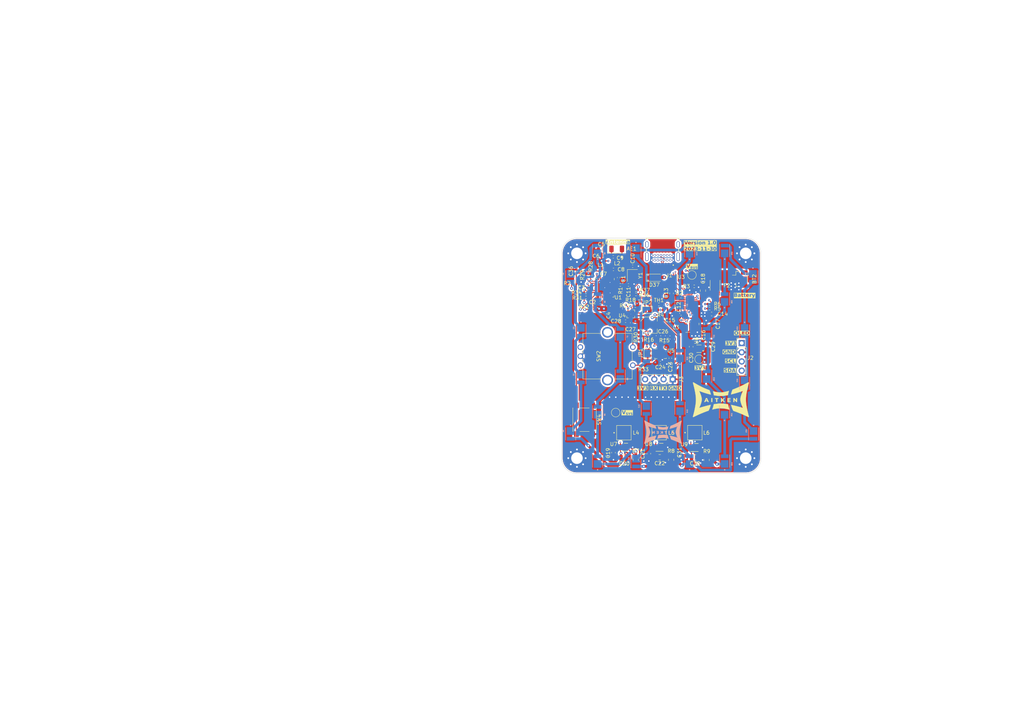
<source format=kicad_pcb>
(kicad_pcb (version 20221018) (generator pcbnew)
  (title_block (comment 4 "AISLER Project ID: FFLSIPAA"))
  (layers (0 "F.Cu" signal) (1 "In1.Cu" power) (2 "In2.Cu" power) (31 "B.Cu" signal) (34 "B.Paste" user) (35 "F.Paste" user) (36 "B.SilkS" user "B.Silkscreen") (37 "F.SilkS" user "F.Silkscreen") (38 "B.Mask" user) (39 "F.Mask" user) (44 "Edge.Cuts" user))
  (net 0 "")
  (net 1 "Net-(AE1-A)")
  (net 2 "Earth")
  (net 3 "Net-(BT2-+)")
  (net 4 "+3V3")
  (net 5 "Net-(C7-Pad1)")
  (net 6 "/MCU/LNA_IN")
  (net 7 "/MCU/XTAL_N")
  (net 8 "/MCU/XTAL_IN")
  (net 9 "Net-(U2-PMID)")
  (net 10 "VBUS")
  (net 11 "Net-(U2-VCC)")
  (net 12 "Net-(U2-SW)")
  (net 13 "Net-(U2-BST)")
  (net 14 "Net-(U2-BATT)")
  (net 15 "VSYS")
  (net 16 "Net-(D1-A)")
  (net 17 "Net-(D11-A)")
  (net 18 "Net-(U4-C1)")
  (net 19 "Net-(D21-A)")
  (net 20 "/MCU/CHIP_EN")
  (net 21 "Net-(D1-K)")
  (net 22 "Net-(D2-K)")
  (net 23 "Net-(D3-K)")
  (net 24 "Net-(D4-K)")
  (net 25 "Net-(D5-K)")
  (net 26 "Net-(D6-K)")
  (net 27 "Net-(D7-K)")
  (net 28 "Net-(D8-K)")
  (net 29 "Net-(D10-A)")
  (net 30 "Net-(D10-K)")
  (net 31 "Net-(D11-K)")
  (net 32 "Net-(D12-K)")
  (net 33 "Net-(D13-K)")
  (net 34 "Net-(D14-K)")
  (net 35 "Net-(D15-K)")
  (net 36 "Net-(D16-K)")
  (net 37 "Net-(D17-K)")
  (net 38 "Net-(D18-K)")
  (net 39 "Net-(D19-K)")
  (net 40 "Net-(D20-K)")
  (net 41 "Net-(D21-K)")
  (net 42 "Net-(D22-K)")
  (net 43 "Net-(D23-K)")
  (net 44 "Net-(D24-K)")
  (net 45 "Net-(D25-K)")
  (net 46 "Net-(D26-K)")
  (net 47 "Net-(D27-K)")
  (net 48 "Net-(D28-K)")
  (net 49 "Net-(D29-K)")
  (net 50 "Net-(D30-K)")
  (net 51 "Net-(J1-CC1)")
  (net 53 "Net-(J1-CC2)")
  (net 56 "SCL")
  (net 57 "SDA")
  (net 58 "TX")
  (net 59 "RX")
  (net 60 "/Sensors/ACC_ADD")
  (net 61 "/Sensors/MAG_ADD")
  (net 62 "Net-(U7-LX)")
  (net 63 "Net-(U8-LX)")
  (net 64 "Net-(U9-LX)")
  (net 65 "/MCU/XTAL_P")
  (net 66 "Net-(U2-~{RST})")
  (net 67 "Net-(U2-NTC)")
  (net 68 "Net-(U2-VRNTC)")
  (net 69 "Net-(U2-PG)")
  (net 70 "Net-(U2-STAT)")
  (net 71 "Net-(U5-CS)")
  (net 72 "Net-(U4-~{CS})")
  (net 73 "/MCU/ENC_S")
  (net 74 "/MCU/ENC_A")
  (net 75 "/MCU/ENC_B")
  (net 76 "Net-(R33-Pad2)")
  (net 77 "L_CONT")
  (net 78 "/MCU/ESP32_RX")
  (net 79 "/MCU/ESP32_TX")
  (net 92 "D-")
  (net 93 "D+")
  (net 94 "CC1")
  (net 98 "CC2")
  (net 107 "/Power management/USB_D+")
  (net 108 "/Power management/USB_D-")
  (footprint "Inductor_SMD:L_0402_1005Metric" (layer "F.Cu") (at 176.73 82.595 90)
    (fp_text reference "L1")
    (fp_text value "2n2")
  )
  (footprint "Resistor_SMD:R_0805_2012Metric" (layer "F.Cu") (at 204.8 137.1 -90)
    (fp_text reference "R9")
    (fp_text value "1R3")
  )
  (footprint "Capacitor_SMD:C_0402_1005Metric" (layer "F.Cu") (at 180.53 86.695 90)
    (fp_text reference "C1")
    (fp_text value "100n")
  )
  (footprint "Fuse:Fuse_2010_5025Metric" (layer "F.Cu") (at 207.13 88.83 -90)
    (fp_text reference "F2")
    (fp_text value "2016L500DR")
  )
  (footprint "Capacitor_SMD:C_0603_1608Metric" (layer "F.Cu") (at 177.73 94.545 90)
    (fp_text reference "C4")
    (fp_text value "10u")
  )
  (footprint "Package_DFN_QFN:QFN-32-1EP_5x5mm_P0.5mm_EP3.7x3.7mm" (layer "F.Cu") (at 176.68 89.495 -90)
    (fp_text reference "U1")
    (fp_text value "ESP32-C4FH4")
  )
  (footprint "Capacitor_SMD:C_0603_1608Metric" (layer "F.Cu") (at 206.185 96.765 180)
    (fp_text reference "C14")
    (fp_text value "4u7")
  )
  (footprint "Resistor_SMD:R_0402_1005Metric" (layer "F.Cu") (at 186.45 103.45 90)
    (fp_text reference "R30")
    (fp_text value "5k1")
  )
  (footprint "Resistor_SMD:R_0402_1005Metric" (layer "F.Cu") (at 168.35 88.35 180)
    (fp_text reference "R2")
    (fp_text value "5k1")
  )
  (footprint "Package_DFN_QFN:DFN-6-1EP_2x2mm_P0.65mm_EP1x1.6mm" (layer "F.Cu") (at 191.8 133.6)
    (fp_text reference "U8")
    (fp_text value "KTD2801")
  )
  (footprint "Resistor_SMD:R_0402_1005Metric" (layer "F.Cu") (at 172.79 86.06 -90)
    (fp_text reference "R28")
    (fp_text value "5k1")
  )
  (footprint "Resistor_SMD:R_0402_1005Metric" (layer "F.Cu") (at 201.385 89.115 180)
    (fp_text reference "R3")
    (fp_text value "10k")
  )
  (footprint "Resistor_SMD:R_0402_1005Metric" (layer "F.Cu") (at 191.62 94.12)
    (fp_text reference "TH1")
    (fp_text value "BATT_TEMP")
  )
  (footprint "Resistor_SMD:R_0402_1005Metric" (layer "F.Cu") (at 185.3 91.35 180)
    (fp_text reference "R36")
    (fp_text value "470R")
  )
  (footprint "Package_DFN_QFN:DFN-6-1EP_2x2mm_P0.65mm_EP1x1.6mm" (layer "F.Cu") (at 182.05 133.575)
    (fp_text reference "U7")
    (fp_text value "KTD2801")
  )
  (footprint "Capacitor_SMD:C_0402_1005Metric" (layer "F.Cu") (at 182.43 98.73 180)
    (fp_text reference "C28")
    (fp_text value "100n")
  )
  (footprint "Capacitor_SMD:C_0402_1005Metric" (layer "F.Cu") (at 179.03 80.98)
    (fp_text reference "C9")
    (fp_text value "3p3")
  )
  (footprint "Capacitor_SMD:C_0402_1005Metric" (layer "F.Cu") (at 175.43 93.545)
    (fp_text reference "C2")
    (fp_text value "100n")
  )
  (footprint "Resistor_SMD:R_0402_1005Metric" (layer "F.Cu") (at 205.615 94.015)
    (fp_text reference "R6")
    (fp_text value "10k")
  )
  (footprint "Rotary_Encoder:RotaryEncoder_Bourns_Vertical_PEC12R-3xxxF-Sxxxx" (layer "F.Cu") (at 169.94 105.92)
    (fp_text reference "SW2")
    (fp_text value "PEC12")
  )
  (footprint "Jumper:SolderJumper-2_P1.3mm_Open_Pad1.0x1.5mm" (layer "F.Cu") (at 188.5325 107.63 90)
    (fp_text reference "JP1")
    (fp_text value "ACC_ADD")
  )
  (footprint "Capacitor_SMD:C_0805_2012Metric" (layer "F.Cu") (at 203.785 90.315 90)
    (fp_text reference "C18")
    (fp_text value "10u")
  )
  (footprint "Capacitor_SMD:C_0402_1005Metric" (layer "F.Cu") (at 179.08 84.445)
    (fp_text reference "C8")
    (fp_text value "3p3")
  )
  (footprint "Resistor_SMD:R_0402_1005Metric" (layer "F.Cu") (at 185.13 94.58 180)
    (fp_text reference "R17")
    (fp_text value "5k1")
  )
  (footprint "Capacitor_SMD:C_0603_1608Metric" (layer "F.Cu") (at 198.6 135.15 -90)
    (fp_text reference "C31")
    (fp_text value "10u")
  )
  (footprint "Resistor_SMD:R_0402_1005Metric" (layer "F.Cu") (at 205.635 95.265)
    (fp_text reference "R5")
    (fp_text value "10k")
  )
  (footprint "Capacitor_SMD:C_0805_2012Metric" (layer "F.Cu") (at 191.85 136.35 180)
    (fp_text reference "C22")
    (fp_text value "470n")
  )
  (footprint "Connector_PinHeader_2.54mm:PinHeader_1x04_P2.54mm_Vertical" (layer "F.Cu") (at 195.45 114.8 -90)
    (fp_text reference "J3")
    (fp_text value "UART_CONN")
  )
  (footprint "Package_LGA:LGA-14_3x2.5mm_P0.5mm_LayoutBorder3x4y" (layer "F.Cu") (at 192.0825 107.73)
    (fp_text reference "U5")
    (fp_text value "LSM6DS3")
  )
  (footprint "Jumper:SolderJumper-2_P1.3mm_Open_Pad1.0x1.5mm" (layer "F.Cu") (at 188.43 95.63 180)
    (fp_text reference "JP2")
    (fp_text value "MAG_ADD")
  )
  (footprint "Capacitor_SMD:C_0603_1608Metric" (layer "F.Cu") (at 197.735 97.615)
    (fp_text reference "C15")
    (fp_text value "22n")
  )
  (footprint "SMD 1616:IND_XFL4020-102MEC" (layer "F.Cu") (at 191.7 129.55)
    (fp_text reference "L5")
    (fp_text value "10u")
  )
  (footprint "Capacitor_SMD:C_0402_1005Metric" (layer "F.Cu") (at 176.28 84.445 180)
    (fp_text reference "C7")
    (fp_text value "100n")
  )
  (footprint "Package_LGA:LGA-12_2x2mm_P0.5mm" (layer "F.Cu") (at 183.8675 96.73)
    (fp_text reference "U4")
    (fp_text value "LIS3MDL")
  )
  (footprint "MountingHole:MountingHole_3.2mm_M3_Pad_Via" (layer "F.Cu") (at 215.6 136.6)
    (fp_text reference "H3" hide)
    (fp_text value "M3")
  )
  (footprint "TestPoint:TestPoint_Pad_D2.0mm" (layer "F.Cu") (at 200.74 85.98)
    (fp_text reference "TP1" hide)
    (fp_text value "TP_VBUS_DIR")
  )
  (footprint "Capacitor_SMD:C_0402_1005Metric" (layer "F.Cu") (at 192.0325 110.18)
    (fp_text reference "C24")
    (fp_text value "100n")
  )
  (footprint "Capacitor_SMD:C_0603_1608Metric" (layer "F.Cu") (at 175.705 78.945 180)
    (fp_text reference "C5")
    (fp_text value "10u")
  )
  (footprint "Resistor_SMD:R_0603_1608Metric" (layer "F.Cu") (at 192.09 95.61)
    (fp_text reference "R4")
    (fp_text value "100k")
  )
  (footprint "TestPoint:TestPoint_Pad_D2.0mm" (layer "F.Cu") (at 202.745 109.25 180)
    (fp_text reference "TP5" hide)
    (fp_text value "TP_3V3")
  )
  (footprint "Capacitor_SMD:C_0603_1608Metric" (layer "F.Cu") (at 188.85 135.35 -90)
    (fp_text reference "C21")
    (fp_text value "10u")
  )
  (footprint "Capacitor_SMD:CP_Elec_4x4.5" (layer "F.Cu") (at 188.93 99.83)
    (fp_text reference "C26")
    (fp_text value "1u")
  )
  (footprint "Package_DFN_QFN:DFN-6-1EP_2x2mm_P0.65mm_EP1x1.6mm" (layer "F.Cu") (at 201.5 133.65)
    (fp_text reference "U9")
    (fp_text value "KTD2801")
  )
  (footprint "TestPoint:TestPoint_Pad_D2.0mm" (layer "F.Cu") (at 179.7 124)
    (fp_text reference "TP2" hide)
    (fp_text value "TP_VSYS")
  )
  (footprint "Capacitor_SMD:C_0603_1608Metric" (layer "F.Cu") (at 179.0875 135.075 -90)
    (fp_text reference "C19")
    (fp_text value "10u")
  )
  (footprint "Snapeda:PSON40P160X120X45-9N" (layer "F.Cu") (at 202.7 106.35 180)
    (fp_text reference "U6")
    (fp_text value "NCP186AMX330TAG")
  )
  (footprint "Capacitor_SMD:C_0805_2012Metric" (layer "F.Cu") (at 182.1 136.425 180)
    (fp_text reference "C20")
    (fp_text value "470n")
  )
  (footprint "MountingHole:MountingHole_3.2mm_M3_Pad_Via" (layer "F.Cu") (at 169 80)
    (fp_text reference "H1" hide)
    (fp_text value "M1")
  )
  (footprint "Capacitor_SMD:C_0402_1005Metric" (layer "F.Cu") (at 168.85 85 -90)
    (fp_text reference "C36")
    (fp_text value "100n")
  )
  (footprint "Capacitor_SMD:C_0805_2012Metric" (layer "F.Cu") (at 205.935 99.515 90)
    (fp_text reference "C17")
    (fp_text value "10u")
  )
  (footprint "Diode_SMD:D_SOD-123F" (layer "F.Cu") (at 190.41 86.745)
    (fp_text reference "D37")
    (fp_text value "SMF22CA")
  )
  (footprint "QFN-22:MP2722GRH0000Z" (layer "F.Cu") (at 199.635 93.215)
    (fp_text reference "U2")
    (fp_text value "MP2722" hide)
  )
  (footprint "Capacitor_SMD:C_0603_1608Metric" (layer "F.Cu") (at 200.545 105.8 90)
    (fp_text reference "C30")
    (fp_text value "1u")
  )
  (footprint "Capacitor_SMD:C_0603_1608Metric" (layer "F.Cu") (at 195.135 91.065 90)
    (fp_text reference "C13")
    (fp_text value "1u")
  )
  (footprint "SMD 1616:IND_XFL4020-102MEC" (layer "F.Cu") (at 181.95 129.575)
    (fp_text reference "L4")
    (fp_text value "10u")
  )
  (footprint "Capacitor_SMD:C_0805_2012Metric" (layer "F.Cu") (at 201.6 136.4 180)
    (fp_text reference "C32")
    (fp_text value "470n")
  )
  (footprint "Capacitor_SMD:C_0402_1005Metric" (layer "F.Cu") (at 172.33 89.495 180)
    (fp_text reference "C3")
    (fp_text value "100n")
  )
  (footprint "Inductor_SMD:L_1210_3225Metric" (layer "F.Cu") (at 199.635 100.465)
    (fp_text reference "L3")
    (fp_text value "1u")
  )
  (footprint "Crystal:Crystal_SMD_2520-4Pin_2.5x2.0mm" (layer "F.Cu") (at 184.33 86.12 -90)
    (fp_text reference "Y1")
    (fp_text value "40MHz")
  )
  (footprint "USB4085:GCT_USB4085-GF-A_REVB" (layer "F.Cu") (at 192.625 77.55 180)
    (fp_text reference "J1")
    (fp_text value "USB_C_Receptacle_USB2.0")
  )
  (footprint "Resistor_SMD:R_0402_1005Metric" (layer "F.Cu") (at 185.3 90.15 180)
    (fp_text reference "R37")
    (fp_text value "470R")
  )
  (footprint "Resistor_SMD:R_0402_1005Metric" (layer "F.Cu") (at 171.55 86.05 -90)
    (fp_text reference "R29")
    (fp_text value "5k1")
  )
  (footprint "Capacitor_SMD:C_0805_2012Metric" (layer "F.Cu") (at 195.385 94.815 -90)
    (fp_text reference "C12")
    (fp_text value "10u")
  )
  (footprint "Capacitor_SMD:C_0603_1608Metric" (layer "F.Cu") (at 204.945 105.85 90)
    (fp_text reference "C29")
    (fp_text value "1u")
  )
  (footprint "Button_Switch_SMD:SW_Push_1P1T_NO_6x6mm_H9.5mm" (layer "F.Cu") (at 171.1 125.975 -90)
    (fp_text reference "SW4")
    (fp_text value "MCU_EN")
  )
  (footprint "Resistor_SMD:R_0402_1005Metric" (layer "F.Cu") (at 171.5 90.8 180)
    (fp_text reference "R34")
    (fp_text value "5k1")
  )
  (footprint "Resistor_SMD:R_0402_1005Metric" (layer "F.Cu") (at 180.98 88.745 180)
    (fp_text reference "R1")
    (fp_text value "22R")
  )
  (footprint "Resistor_SMD:R_0402_1005Metric" (layer "F.Cu") (at 188.8325 105.03)
    (fp_text reference "R16")
    (fp_text value "5k1")
  )
  (footprint "Inductor_SMD:L_0402_1005Metric" (layer "F.Cu") (at 178.63 82.78 -90)
    (fp_text reference "L2")
    (fp_text value "2n2")
  )
  (footprint "MountingHole:MountingHole_3.2mm_M3_Pad_Via" (layer "F.Cu") (at 215.6 80)
    (fp_text reference "H2" hide)
    (fp_text value "M2")
  )
  (footprint "Capacitor_SMD:C_0402_1005Metric" (layer "F.Cu") (at 183.23 88.745)
    (fp_text reference "C11")
    (fp_text value "11p")
  )
  (footprint "Resistor_SMD:R_0402_1005Metric" (layer "F.Cu") (at 173.5 94.85 180)
    (fp_text reference "R32")
    (fp_text value "5k1")
  )
  (footprint "SMD 1616:IND_XFL4020-102MEC" (layer "F.Cu") (at 201.55 129.55)
    (fp_text reference "L6")
    (fp_text value "10u")
  )
  (footprint "Resistor_SMD:R_0402_1005Metric" (layer "F.Cu") (at 187.35 110.9 180)
    (fp_text reference "R33")
    (fp_text value "5k1")
  )
  (footprint "Connector_PinHeader_2.54mm:PinHeader_1x04_P2.54mm_Vertical" (layer "F.Cu") (at 214.5 104.8)
    (fp_text reference "J2")
    (fp_text value "OLED_CONN")
  )
  (footprint "Capacitor_SMD:C_0402_1005Metric" (layer "F.Cu") (at 184.38 83.545)
    (fp_text reference "C10")
    (fp_text value "11p")
  )
  (footprint "Resistor_SMD:R_0402_1005Metric" (layer "F.Cu") (at 171.5 92.2)
    (fp_text reference "R31")
    (fp_text value "5k1")
  )
  (footprint "Connector_JST:JST_SH_BM02B-SRSS-TB_1x02-1MP_P1.00mm_Vertical" (layer "F.Cu") (at 214 87.1 -90)
    (fp_text reference "BT2")
    (fp_text value "BATT")
  )
  (footprint "Capacitor_SMD:C_0402_1005Metric" (layer "F.Cu") (at 184.13 99.18 -90)
    (fp_text reference "C27")
    (fp_text value "100n")
  )
  (footprint "RF_Antenna:Johanson_2450AT18x100" (layer "F.Cu") (at 179.98 78.78)
    (fp_text reference "AE1")
    (fp_text value "2450AT18x0100")
  )
  (footprint "Package_SON:USON-10_2.5x1.0mm_P0.5mm" (layer "F.Cu") (at 195.21 86.53 -90)
    (fp_text reference "U3")
    (fp_text value "TPD4E02B04DQA")
  )
  (footprint "Resistor_SMD:R_0805_2012Metric" (layer "F.Cu") (at 195.015 137.05 -90)
    (fp_text reference "R8")
    (fp_text value "1R3")
  )
  (footprint "MountingHole:MountingHole_3.2mm_M3_Pad_Via" (layer "F.Cu") (at 169 136.6)
    (fp_text reference "H4" hide)
    (fp_text value "M4")
  )
  (footprint "Capacitor_SMD:C_0402_1005Metric" (layer "F.Cu") (at 176.28 80.745 180)
    (fp_text reference "C6")
    (fp_text value "100n")
  )
  (footprint "Resistor_SMD:R_0402_1005Metric" (layer "F.Cu") (at 186.18 93.23)
    (fp_text reference "R18")
    (fp_text value "5k1")
  )
  (footprint "Resistor_SMD:R_0402_1005Metric" (layer "F.Cu") (at 193.1325 105.23 180)
    (fp_text reference "R15")
    (fp_text value "5k1")
  )
  (footprint "Resistor_SMD:R_0805_2012Metric" (layer "F.Cu") (at 185.2375 137.075 -90)
    (fp_text reference "R7")
    (fp_text value "1R3")
  )
  (footprint "Capacitor_SMD:C_0402_1005Metric" (layer "F.Cu") (at 194.7825 108.98 -90)
    (fp_text reference "C23")
    (fp_text value "100n")
  )
  (footprint "Capacitor_SMD:C_0805_2012Metric" (layer "F.Cu") (at 203.435 99.515 90)
    (fp_text reference "C16")
    (fp_text value "10u")
  )
  (footprint "SMD-1411:LED_EAHC2835WD6" (layer "B.Cu") (at 167.25 129.9 -90)
    (fp_text reference "D1")
    (fp_text value "LED")
  )
  (footprint "SMD-1411:LED_EAHC2835WD6" (layer "B.Cu") (at 197.45 122.8 90)
    (fp_text reference "D19")
    (fp_text value "LED")
  )
  (footprint "SMD-1411:LED_EAHC2835WD6" (layer "B.Cu") (at 188.15 108.475 -90)
    (fp_text reference "D13")
    (fp_text value "LED")
  )
  (footprint "SMD-1411:LED_EAHC2835WD6" (layer "B.Cu") (at 209.75 92.6075 90)
    (fp_text reference "D26")
    (fp_text value "LED")
  )
  (footprint "SMD-1411:LED_EAHC2835WD6" (layer "B.Cu") (at 209.8 79.2 90)
    (fp_text reference "D25")
    (fp_text value "LED")
  )
  (footprint "SMD-1411:LED_EAHC2835WD6" (layer "B.Cu") (at 197.45 108.225 90)
    (fp_text reference "D18")
    (fp_text value "LED")
  )
  (footprint "SMD-1411:LED_EAHC2835WD6" (layer "B.Cu") (at 188.15 123.0125 -90)
    (fp_text reference "D12")
    (fp_text value "LED")
  )
  (footprint "SMD-1411:LED_EAHC2835WD6" (layer "B.Cu") (at 185.3 137.55 -90)
    (fp_text reference "D11")
    (fp_text value "LED")
  )
  (footprint "SMD-1411:LED_EAHC2835WD6" (layer "B.Cu") (at 217.783331 129.91 -90)
    (fp_text reference "D21")
    (fp_text value "LED")
  )
  (footprint "SMD-1411:LED_EAHC2835WD6" (layer "B.Cu") (at 204.85 113.926 90)
    (fp_text reference "D28")
    (fp_text value "LED")
  )
  (footprint "SMD-1411:LED_EAHC2835WD6" (layer "B.Cu") (at 200.1 137.4 90)
    (fp_text reference "D20")
    (fp_text value "LED")
  )
  (footprint "SMD-1411:LED_EAHC2835WD6" (layer "B.Cu") (at 170.1 101.4 -90)
    (fp_text reference "D3")
    (fp_text value "LED")
  )
  (footprint "SMD-1411:LED_EAHC2835WD6" (layer "B.Cu") (at 180.95 113.9 90)
    (fp_text reference "D8")
    (fp_text value "LED")
  )
  (footprint "SMD-1411:LED_EAHC2835WD6" (layer "B.Cu") (at 217.6 86.4825 -90)
    (fp_text reference "D24")
    (fp_text value "LED")
  )
  (footprint "SMD-1411:LED_EAHC2835WD6" (layer "B.Cu") (at 174.7 92.6075 90)
    (fp_text reference "D6")
    (fp_text value "LED")
  )
  (footprint "SMD-1411:LED_EAHC2835WD6" (layer "B.Cu") (at 215.28889 115.9025 -90)
    (fp_text reference "D22")
    (fp_text value "LED")
  )
  (footprint "SMD-1411:LED_EAHC2835WD6" (layer "B.Cu") (at 185.3 79.4 -90)
    (fp_text reference "D15")
    (fp_text value "LED")
  )
  (footprint "SMD-1411:LED_EAHC2835WD6" (layer "B.Cu") (at 197.45 93.65 90)
    (fp_text reference "D17")
    (fp_text value "LED")
  )
  (footprint "SMD-1411:LED_EAHC2835WD6" (layer "B.Cu") (at 174.7 137.4 90)
    (fp_text reference "D10")
    (fp_text value "LED")
  )
  (footprint "SMD-1411:LED_EAHC2835WD6" (layer "B.Cu") (at 200.1 79.3 90)
    (fp_text reference "D16")
    (fp_text value "LED")
  )
  (footprint "SMD-1411:LED_EAHC2835WD6" (layer "B.Cu") (at 180.95 102.25 90)
    (fp_text reference "D7")
    (fp_text value "LED")
  )
  (footprint "SMD-1411:LED_EAHC2835WD6" (layer "B.Cu") (at 167.25 86.4825 -90)
    (fp_text reference "D4")
    (fp_text value "LED")
  )
  (footprint "SMD-1411:LED_EAHC2835WD6" (layer "B.Cu") (at 215.3 101.45 -90)
    (fp_text reference "D23")
    (fp_text value "LED")
  )
  (footprint "SMD-1411:LED_EAHC2835WD6" (layer "B.Cu") (at 188.15 93.9375 -90)
    (fp_text reference "D14")
    (fp_text value "LED")
  )
  (footprint "SMD-1411:LED_EAHC2835WD6" (layer "B.Cu") (at 174.7 79.2 90)
    (fp_text reference "D5")
    (fp_text value "LED")
  )
  (footprint "SMD-1411:LED_EAHC2835WD6" (layer "B.Cu") (at 209.75 123.79 90)
    (fp_text reference "D29")
    (fp_text value "LED")
  )
  (footprint "SMD-1411:LED_EAHC2835WD6" (layer "B.Cu") (at 170.1 114.31 -90)
    (fp_text reference "D2")
    (fp_text value "LED")
  )
  (footprint "SMD-1411:LED_EAHC2835WD6" (layer "B.Cu") (at 209.8 137.4 90)
    (fp_text reference "D30")
    (fp_text value "LED")
  )
  (footprint "SMD-1411:LED_EAHC2835WD6" (layer "B.Cu") (at 174.7 123.79 90)
    (fp_text reference "D9")
    (fp_text value "LED")
  )
  (footprint "SMD-1411:LED_EAHC2835WD6" (layer "B.Cu") (at 204.85 102.189 90)
    (fp_text reference "D27")
    (fp_text value "LED")
  )
  (gr_poly (pts (xy 187.677434 126.188274) (xy 187.670617 126.188869) (xy 187.66391 126.18997) (xy 187.657334 126.191559) (xy 187.65091 126.193616) (xy 187.644662 126.196122) (xy 187.63861 126.199058) (xy 187.632777 126.202405) (xy 187.627184 126.206143) (xy 187.621853 126.210254) (xy 187.616807 126.214718) (xy 187.612066 126.219517) (xy 187.607654 126.22463) (xy 187.60359 126.23004) (xy 187.599899 126.235726) (xy 187.596601 126.24167) (xy 187.593717 126.247852) (xy 187.591271 126.254253) (xy 187.589284 126.260854) (xy 187.587778 126.267636) (xy 187.586774 126.27458) (xy 187.586295 126.281667) (xy 187.586362 126.288877) (xy 187.586998 126.296192) (xy 187.588223 126.303591) (xy 187.59006 126.311057) (xy 187.741069 126.86965) (xy 187.83275 127.244591) (xy 187.92498 127.661051) (xy 188.010079 128.102344) (xy 188.080371 128.551786) (xy 188.107564 128.774349) (xy 188.128176 128.992693) (xy 188.141247 129.204733) (xy 188.145817 129.408381) (xy 188.141175 129.613685) (xy 188.127904 129.827497) (xy 188.106987 130.047682) (xy 188.079407 130.272103) (xy 188.046146 130.498625) (xy 188.008187 130.725112) (xy 187.922109 131.169438) (xy 187.829034 131.587993) (xy 187.736827 131.963689) (xy 187.653348 132.279441) (xy 187.586462 132.518162) (xy 187.584652 132.525475) (xy 187.583431 132.532723) (xy 187.582778 132.539889) (xy 187.582672 132.546953) (xy 187.583094 132.553899) (xy 187.584022 132.560707) (xy 187.585437 132.56736) (xy 187.587318 132.57384) (xy 187.589644 132.580128) (xy 187.592395 132.586207) (xy 187.595551 132.592058) (xy 187.599091 132.597664) (xy 187.602995 132.603007) (xy 187.607242 132.608067) (xy 187.611812 132.612828) (xy 187.616684 132.617271) (xy 187.621839 132.621379) (xy 187.627254 132.625132) (xy 187.632912 132.628513) (xy 187.638789 132.631504) (xy 187.644867 132.634087) (xy 187.651125 132.636244) (xy 187.657542 132.637957) (xy 187.664098 132.639207) (xy 187.670773 132.639977) (xy 187.677546 132.640249) (xy 187.684396 132.640003) (xy 187.691304 132.639224) (xy 187.698248 132.637891) (xy 187.705209 132.635988) (xy 187.712166 132.633496) (xy 187.719098 132.630398) (xy 188.156075 132.421073) (xy 188.456823 132.283206) (xy 188.802309 132.130606) (xy 189.184954 131.968827) (xy 189.597182 131.803419) (xy 190.031416 131.639937) (xy 190.480077 131.483932) (xy 190.47591 131.471377) (xy 190.487512 131.477741) (xy 190.553041 131.352671) (xy 190.614708 131.223475) (xy 190.672364 131.090254) (xy 190.725856 130.953111) (xy 190.775035 130.812149) (xy 190.819749 130.667468) (xy 190.859849 130.519172) (xy 190.895183 130.367364) (xy 190.899442 130.347494) (xy 190.879545 130.351647) (xy 190.516936 130.430979) (xy 190.168725 130.513346) (xy 189.841759 130.595667) (xy 189.542887 130.674859) (xy 189.278956 130.747838) (xy 189.056814 130.811523) (xy 188.765287 130.898673) (xy 188.764255 130.89895) (xy 188.763229 130.899142) (xy 188.762212 130.899251) (xy 188.761207 130.899282) (xy 188.760217 130.899236) (xy 188.759244 130.899116) (xy 188.758291 130.898926) (xy 188.757362 130.898667) (xy 188.756457 130.898344) (xy 188.755582 130.897958) (xy 188.754737 130.897513) (xy 188.753926 130.897012) (xy 188.753152 130.896457) (xy 188.752418 130.89585) (xy 188.751726 130.895196) (xy 188.751078 130.894496) (xy 188.750479 130.893755) (xy 188.74993 130.892973) (xy 188.749434 130.892155) (xy 188.748994 130.891303) (xy 188.748614 130.890419) (xy 188.748294 130.889508) (xy 188.748039 130.888571) (xy 188.747851 130.887612) (xy 188.747733 130.886633) (xy 188.747688 130.885637) (xy 188.747717 130.884627) (xy 188.747825 130.883605) (xy 188.748014 130.882576) (xy 188.748287 130.88154) (xy 188.748645 130.880502) (xy 188.749093 130.879465) (xy 188.797237 130.775648) (xy 188.861443 130.629146) (xy 188.897406 130.542773) (xy 188.934787 130.449192) (xy 188.972722 130.349556) (xy 189.010344 130.24502) (xy 189.046769 130.136792) (xy 189.081186 130.025863) (xy 189.112717 129.913397) (xy 189.140482 129.800557) (xy 189.163606 129.688504) (xy 189.173153 129.633136) (xy 189.18121 129.578401) (xy 189.187667 129.524444) (xy 189.192416 129.47141) (xy 189.195345 129.419445) (xy 189.196346 129.368694) (xy 189.195354 129.318157) (xy 189.192449 129.266416) (xy 189.187739 129.213614) (xy 189.181334 129.159896) (xy 189.173341 129.105404) (xy 189.163868 129.050282) (xy 189.140919 128.938721) (xy 189.113352 128.826363) (xy 189.082035 128.714354) (xy 189.047833 128.603844) (xy 189.011614 128.495979) (xy 188.974179 128.39173) (xy 188.9364 128.292295) (xy 188.899133 128.198816) (xy 188.863232 128.112431) (xy 188.829553 128.034281) (xy 188.79895 127.965504) (xy 188.75039 127.86063) (xy 188.749934 127.859567) (xy 188.749571 127.858504) (xy 188.749298 127.857446) (xy 188.749112 127.856393) (xy 188.74901 127.855351) (xy 188.748989 127.854321) (xy 188.749045 127.853306) (xy 188.749177 127.852309) (xy 188.749381 127.851333) (xy 188.749653 127.850381) (xy 188.749992 127.849457) (xy 188.750394 127.848562) (xy 188.750855 127.847699) (xy 188.751374 127.846872) (xy 188.751946 127.846084) (xy 188.75257 127.845337) (xy 188.753242 127.844635) (xy 188.753958 127.843979) (xy 188.754716 127.843374) (xy 188.755514 127.842822) (xy 188.756347 127.842325) (xy 188.757214 127.841887) (xy 188.75811 127.841511) (xy 188.759034 127.8412) (xy 188.759981 127.840956) (xy 188.760949 127.840782) (xy 188.761936 127.840682) (xy 188.762937 127.840658) (xy 188.76395 127.840713) (xy 188.764973 127.84085) (xy 188.766001 127.841072) (xy 188.767032 127.841381) (xy 189.063729 127.94036) (xy 189.555286 128.095302) (xy 189.85632 128.185117) (xy 190.184688 128.278551) (xy 190.533263 128.372149) (xy 190.894918 128.462451) (xy 190.914947 128.46724) (xy 190.910978 128.447042) (xy 190.90774 128.431632) (xy 190.880714 128.431632) (xy 190.539862 128.346525) (xy 190.191694 128.253037) (xy 189.863701 128.159708) (xy 189.563005 128.069993) (xy 189.296728 127.987346) (xy 189.071993 127.91522) (xy 188.775632 127.816352) (xy 188.772453 127.815395) (xy 188.769303 127.814707) (xy 188.766192 127.814276) (xy 188.763127 127.814094) (xy 188.760115 127.814152) (xy 188.757163 127.81444) (xy 188.75428 127.814949) (xy 188.751472 127.815669) (xy 188.748748 127.816591) (xy 188.746115 127.817706) (xy 188.743581 127.819004) (xy 188.741152 127.820476) (xy 188.738837 127.822113) (xy 188.736644 127.823904) (xy 188.734579 127.825841) (xy 188.73265 127.827915) (xy 188.730866 127.830116) (xy 188.729232 127.832434) (xy 188.727758 127.834861) (xy 188.72645 127.837386) (xy 188.725317 127.840001) (xy 188.724365 127.842696) (xy 188.723602 127.845461) (xy 188.723036 127.848288) (xy 188.722674 127.851167) (xy 188.722525 127.854089) (xy 188.722594 127.857044) (xy 188.722891 127.860023) (xy 188.723422 127.863016) (xy 188.724196 127.866014) (xy 188.725219 127.869008) (xy 188.726499 127.871988) (xy 188.774847 127.976425) (xy 188.838864 128.122751) (xy 188.874616 128.208779) (xy 188.911727 128.301867) (xy 188.949343 128.400878) (xy 188.986611 128.504673) (xy 189.022707 128.612177) (xy 189.056715 128.72208) (xy 189.087796 128.833255) (xy 189.115109 128.944572) (xy 189.137815 129.054904) (xy 189.147177 129.109347) (xy 189.155073 129.16312) (xy 189.161397 129.216083) (xy 189.166044 129.268093) (xy 189.168909 129.319011) (xy 189.169887 129.368694) (xy 189.168901 129.418591) (xy 189.166012 129.469731) (xy 189.161327 129.521973) (xy 189.154953 129.575172) (xy 189.146995 129.629187) (xy 189.137561 129.683874) (xy 189.114685 129.794693) (xy 189.087178 129.906487) (xy 189.055889 130.018113) (xy 189.021669 130.128428) (xy 188.985367 130.236289) (xy 188.947912 130.340373) (xy 188.91014 130.439589) (xy 188.872914 130.532783) (xy 188.837098 130.618804) (xy 188.803555 130.696497) (xy 188.773149 130.764711) (xy 188.725202 130.868088) (xy 188.723938 130.871024) (xy 188.722923 130.873974) (xy 188.722151 130.876928) (xy 188.721615 130.879878) (xy 188.721306 130.882814) (xy 188.721219 130.885727) (xy 188.721345 130.888608) (xy 188.721679 130.891449) (xy 188.722211 130.894239) (xy 188.722937 130.896971) (xy 188.723847 130.899636) (xy 188.724936 130.902223) (xy 188.726195 130.904725) (xy 188.727618 130.907132) (xy 188.729198 130.909435) (xy 188.730927 130.911625) (xy 188.732798 130.913693) (xy 188.734805 130.91563) (xy 188.736939 130.917428) (xy 188.739194 130.919077) (xy 188.741563 130.920567) (xy 188.744038 130.921891) (xy 188.746612 130.923039) (xy 188.749279 130.924002) (xy 188.75203 130.924771) (xy 188.754859 130.925337) (xy 188.757759 130.925692) (xy 188.760722 130.925825) (xy 188.763741 130.925728) (xy 188.76681 130.925392) (xy 188.76992 130.924808) (xy 188.773065 130.923968) (xy 189.064265 130.836923) (xy 189.549813 130.700408) (xy 189.848357 130.621301) (xy 190.174955 130.539068) (xy 190.522765 130.456791) (xy 190.864613 130.381998) (xy 190.834187 130.51273) (xy 190.794335 130.660114) (xy 190.749902 130.803886) (xy 190.701038 130.943944) (xy 190.647896 131.080186) (xy 190.590626 131.212513) (xy 190.52938 131.340823) (xy 190.466645 131.460556) (xy 190.245765 131.535648) (xy 190.022459 131.615038) (xy 189.587652 131.77873) (xy 189.174904 131.944342) (xy 188.791795 132.106314) (xy 188.445906 132.259091) (xy 188.144819 132.397113) (xy 187.707377 132.606665) (xy 187.702443 132.60887) (xy 187.697483 132.610643) (xy 187.692512 132.611995) (xy 187.687546 132.61294) (xy 187.6826 132.613491) (xy 187.677688 132.613659) (xy 187.672827 132.613458) (xy 187.668031 132.612901) (xy 187.663315 132.611999) (xy 187.658694 132.610766) (xy 187.654185 132.609214) (xy 187.649801 132.607357) (xy 187.645558 132.605206) (xy 187.641471 132.602774) (xy 187.637555 132.600075) (xy 187.633826 132.59712) (xy 187.630299 132.593922) (xy 187.626988 132.590495) (xy 187.623909 132.58685) (xy 187.621078 132.583001) (xy 187.618508 132.57896) (xy 187.616216 132.574739) (xy 187.614217 132.570352) (xy 187.612525 132.565811) (xy 187.611156 132.561129) (xy 187.610126 132.556319) (xy 187.609448 132.551392) (xy 187.609139 132.546362) (xy 187.609213 132.541242) (xy 187.609686 132.536043) (xy 187.610573 132.53078) (xy 187.611889 132.525464) (xy 187.76237 131.970632) (xy 187.854741 131.594301) (xy 187.948012 131.174855) (xy 188.034292 130.729418) (xy 188.105689 130.275112) (xy 188.133341 130.049984) (xy 188.154314 129.829059) (xy 188.167621 129.614478) (xy 188.172276 129.408381) (xy 188.167693 129.203944) (xy 188.154586 128.99114) (xy 188.133918 128.77206) (xy 188.106653 128.548792) (xy 188.073754 128.323428) (xy 188.036184 128.098057) (xy 187.950883 127.655654) (xy 187.858457 127.238303) (xy 187.766612 126.862724) (xy 187.683053 126.545637) (xy 187.615488 126.30376) (xy 187.61414 126.298292) (xy 187.613242 126.292883) (xy 187.612778 126.287546) (xy 187.612729 126.282295) (xy 187.613081 126.277141) (xy 187.613817 126.272099) (xy 187.61492 126.267181) (xy 187.616373 126.2624) (xy 187.618161 126.257771) (xy 187.620266 126.253305) (xy 187.622673 126.249016) (xy 187.625364 126.244918) (xy 187.628324 126.241022) (xy 187.631535 126.237343) (xy 187.634982 126.233894) (xy 187.638648 126.230687) (xy 187.642516 126.227736) (xy 187.64657 126.225054) (xy 187.650793 126.222654) (xy 187.65517 126.220549) (xy 187.659683 126.218752) (xy 187.664316 126.217277) (xy 187.669052 126.216137) (xy 187.673876 126.215344) (xy 187.67877 126.214911) (xy 187.683718 126.214853) (xy 187.688704 126.215182) (xy 187.693711 126.215911) (xy 187.698722 126.217054) (xy 187.703722 126.218623) (xy 187.708694 126.220631) (xy 187.713621 126.223093) (xy 188.17795 126.471273) (xy 188.497189 126.634814) (xy 188.862878 126.815495) (xy 189.26632 127.006445) (xy 189.698817 127.200794) (xy 190.151669 127.391672) (xy 190.610772 127.570106) (xy 190.652375 127.66815) (xy 190.693607 127.773499) (xy 190.73229 127.881142) (xy 190.768354 127.991033) (xy 190.80173 128.103123) (xy 190.832346 128.217368) (xy 190.860134 128.333719) (xy 190.880714 128.431632) (xy 190.90774 128.431632) (xy 190.885949 128.327926) (xy 190.857999 128.210871) (xy 190.827198 128.095924) (xy 190.793615 127.983132) (xy 190.757322 127.872543) (xy 190.718387 127.764202) (xy 190.676881 127.658159) (xy 190.632875 127.554459) (xy 190.630625 127.549337) (xy 190.62536 127.547395) (xy 190.620786 127.559793) (xy 190.62077 127.5598) (xy 190.62536 127.547395) (xy 190.392533 127.458979) (xy 190.161521 127.367119) (xy 189.709289 127.1765) (xy 189.277355 126.982399) (xy 188.874411 126.791682) (xy 188.509149 126.611211) (xy 188.190261 126.447849) (xy 187.726374 126.199906) (xy 187.719404 126.196418) (xy 187.712391 126.193571) (xy 187.705356 126.191345) (xy 187.698321 126.189722) (xy 187.691308 126.188681) (xy 187.684338 126.188205)) (fill solid) (layer "B.SilkS"))
  (gr_poly (pts (xy 191.441468 128.574314) (xy 191.442869 128.583471) (xy 191.451945 128.585287) (xy 191.454538 128.572317)) (fill solid) (layer "B.SilkS"))
  (gr_poly (pts (xy 194.326617 129.852749) (xy 194.536166 129.852749) (xy 194.536166 129.111916) (xy 194.326617 129.111916)) (fill solid) (layer "B.SilkS"))
  (gr_poly (pts (xy 194.350561 131.23353) (xy 194.347121 131.246309) (xy 194.372601 131.253135) (xy 194.362838 131.228635)) (fill solid) (layer "B.SilkS"))
  (gr_poly (pts (xy 192.536313 129.419891) (xy 192.249505 129.111916) (xy 192.018788 129.111916) (xy 192.321472 129.439999) (xy 192.002914 129.852749) (xy 192.24633 129.852749) (xy 192.457997 129.583932) (xy 192.536313 129.667541) (xy 192.536313 129.852749) (xy 192.743747 129.852749) (xy 192.743747 129.111916) (xy 192.536313 129.111916)) (fill solid) (layer "B.SilkS"))
  (gr_poly (pts (xy 192.627012 130.122842) (xy 192.469124 130.130255) (xy 192.306055 130.142192) (xy 192.138562 130.158313) (xy 191.967401 130.178278) (xy 191.79333 130.201746) (xy 191.617105 130.228375) (xy 191.439483 130.257826) (xy 191.414968 130.390122) (xy 191.387161 130.520735) (xy 191.356122 130.64959) (xy 191.321912 130.776611) (xy 191.284591 130.901724) (xy 191.244217 131.024853) (xy 191.200851 131.145922) (xy 191.154553 131.264857) (xy 191.375472 131.206692) (xy 191.594477 131.154208) (xy 191.810695 131.108043) (xy 192.023253 131.068837) (xy 192.23128 131.03723) (xy 192.433902 131.013862) (xy 192.532914 131.005467) (xy 192.630248 130.999372) (xy 192.725794 130.995656) (xy 192.819444 130.9944) (xy 192.995631 130.998744) (xy 193.177509 131.01143) (xy 193.364405 131.031937) (xy 193.555644 131.059742) (xy 193.750553 131.094325) (xy 193.948458 131.135165) (xy 194.148685 131.18174) (xy 194.350561 131.23353) (xy 194.30612 131.117503) (xy 194.264472 130.999477) (xy 194.225671 130.879521) (xy 194.18977 130.757707) (xy 194.156826 130.634102) (xy 194.126891 130.508778) (xy 194.10002 130.381804) (xy 194.076267 130.253249) (xy 193.905456 130.224724) (xy 193.73576 130.198955) (xy 193.567856 130.176265) (xy 193.402424 130.156977) (xy 193.24014 130.141413) (xy 193.081683 130.129897) (xy 192.927731 130.12275) (xy 192.778963 130.120296)) (fill solid) (layer "B.SilkS"))
  (gr_poly (pts (xy 194.976565 129.852749) (xy 195.194582 129.852749) (xy 195.25279 129.708816) (xy 195.566062 129.708816) (xy 195.62427 129.852749) (xy 195.838054 129.852749) (xy 195.70631 129.554299) (xy 195.504679 129.554299) (xy 195.314179 129.554299) (xy 195.409429 129.317233) (xy 195.504679 129.554299) (xy 195.70631 129.554299) (xy 195.511029 129.111916) (xy 195.304654 129.111916)) (fill solid) (layer "B.SilkS"))
  (gr_poly (pts (xy 187.678096 126.201593) (xy 187.672241 126.202106) (xy 187.666475 126.203053) (xy 187.660818 126.204418) (xy 187.65529 126.206184) (xy 187.649909 126.208335) (xy 187.644695 126.210856) (xy 187.639667 126.213729) (xy 187.634843 126.21694) (xy 187.630244 126.220471) (xy 187.625888 126.224306) (xy 187.621794 126.22843) (xy 187.617982 126.232826) (xy 187.61447 126.237479) (xy 187.611279 126.242371) (xy 187.608426 126.247487) (xy 187.605932 126.252811) (xy 187.603814 126.258327) (xy 187.602094 126.264017) (xy 187.600789 126.269868) (xy 187.599919 126.275861) (xy 187.599502 126.281981) (xy 187.599559 126.288212) (xy 187.600108 126.294538) (xy 187.601169 126.300942) (xy 187.60276 126.307408) (xy 187.670327 126.549273) (xy 187.75384 126.866187) (xy 187.845606 127.241447) (xy 187.937935 127.658353) (xy 188.023134 128.1002) (xy 188.060657 128.325259) (xy 188.093514 128.550289) (xy 188.120742 128.773205) (xy 188.141382 128.991917) (xy 188.15447 129.204338) (xy 188.159047 129.408381) (xy 188.154398 129.614082) (xy 188.14111 129.828278) (xy 188.120165 130.048833) (xy 188.09255 130.273608) (xy 188.021244 130.727266) (xy 187.935067 131.172147) (xy 187.841897 131.591147) (xy 187.749609 131.967161) (xy 187.599188 132.521813) (xy 187.597623 132.528126) (xy 187.596567 132.534381) (xy 187.596002 132.540562) (xy 187.59591 132.546653) (xy 187.596274 132.55264) (xy 187.597076 132.558507) (xy 187.598297 132.564238) (xy 187.599921 132.569818) (xy 187.601929 132.575232) (xy 187.604303 132.580464) (xy 187.607027 132.5855) (xy 187.610081 132.590323) (xy 187.613448 132.594918) (xy 187.617111 132.59927) (xy 187.62105 132.603364) (xy 187.62525 132.607184) (xy 187.629692 132.610715) (xy 187.634357 132.613941) (xy 187.639229 132.616847) (xy 187.644289 132.619418) (xy 187.64952 132.621638) (xy 187.654903 132.623492) (xy 187.660422 132.624965) (xy 187.666057 132.626041) (xy 187.671793 132.626704) (xy 187.677609 132.626941) (xy 187.68349 132.626734) (xy 187.689416 132.626069) (xy 187.69537 132.62493) (xy 187.701335 132.623302) (xy 187.707293 132.62117) (xy 187.713225 132.618518) (xy 188.150447 132.409082) (xy 188.451368 132.27114) (xy 188.797056 132.118455) (xy 189.179935 131.956583) (xy 189.592424 131.791078) (xy 190.026947 131.627496) (xy 190.250102 131.548161) (xy 190.475924 131.471391) (xy 190.541215 131.34676) (xy 190.602667 131.218007) (xy 190.660127 131.085234) (xy 190.713443 130.948541) (xy 190.762465 130.808031) (xy 190.80704 130.663805) (xy 190.847017 130.515964) (xy 190.882244 130.364612) (xy 190.519846 130.443894) (xy 190.171833 130.526213) (xy 189.845049 130.608487) (xy 189.54634 130.687635) (xy 189.060532 130.824223) (xy 188.769176 130.911321) (xy 188.767086 130.911878) (xy 188.765017 130.912265) (xy 188.762974 130.912487) (xy 188.760961 130.91255) (xy 188.758984 130.912459) (xy 188.757048 130.912222) (xy 188.755157 130.911843) (xy 188.753317 130.911329) (xy 188.751532 130.910686) (xy 188.749807 130.909919) (xy 188.748148 130.909035) (xy 188.746559 130.908039) (xy 188.745045 130.906937) (xy 188.743611 130.905735) (xy 188.742263 130.904439) (xy 188.741004 130.903056) (xy 188.739841 130.90159) (xy 188.738778 130.900048) (xy 188.737819 130.898436) (xy 188.736971 130.89676) (xy 188.736237 130.895025) (xy 188.735623 130.893237) (xy 188.735134 130.891403) (xy 188.734774 130.889528) (xy 188.734549 130.887619) (xy 188.734464 130.885681) (xy 188.734523 130.883719) (xy 188.734732 130.881741) (xy 188.735095 130.879752) (xy 188.735618 130.877757) (xy 188.736305 130.875763) (xy 188.737161 130.873776) (xy 188.785197 130.770174) (xy 188.849269 130.62397) (xy 188.922459 130.444388) (xy 188.960313 130.344964) (xy 188.997852 130.240655) (xy 189.034213 130.132614) (xy 189.068531 130.021994) (xy 189.099941 129.909948) (xy 189.127579 129.79763) (xy 189.15058 129.686192) (xy 189.168079 129.576788) (xy 189.179213 129.470571) (xy 189.183117 129.368694) (xy 189.179246 129.267259) (xy 189.168202 129.161515) (xy 189.15084 129.052601) (xy 189.128012 128.941656) (xy 189.100572 128.829818) (xy 189.069374 128.718226) (xy 189.03527 128.608018) (xy 188.999116 128.500332) (xy 188.924067 128.297085) (xy 188.851055 128.117593) (xy 188.78691 127.970964) (xy 188.738458 127.866308) (xy 188.737588 127.864286) (xy 188.736892 127.862258) (xy 188.736367 127.86023) (xy 188.736007 127.858207) (xy 188.735806 127.856197) (xy 188.735759 127.854204) (xy 188.735861 127.852236) (xy 188.736107 127.850298) (xy 188.736491 127.848397) (xy 188.737008 127.846538) (xy 188.737653 127.844729) (xy 188.73842 127.842974) (xy 188.739305 127.84128) (xy 188.740301 127.839654) (xy 188.741404 127.8381) (xy 188.742608 127.836627) (xy 188.743909 127.835239) (xy 188.7453 127.833942) (xy 188.746777 127.832744) (xy 188.748333 127.83165) (xy 188.749965 127.830665) (xy 188.751666 127.829797) (xy 188.753432 127.829052) (xy 188.755257 127.828435) (xy 188.757135 127.827953) (xy 188.759062 127.827612) (xy 188.761032 127.827418) (xy 188.76304 127.827377) (xy 188.765081 127.827495) (xy 188.767149 127.827779) (xy 188.769239 127.828234) (xy 188.771345 127.828867) (xy 189.067866 127.927789) (xy 189.292723 127.999954) (xy 189.559145 128.082647) (xy 189.860008 128.172412) (xy 190.188185 128.265794) (xy 190.536554 128.359337) (xy 190.897987 128.449585) (xy 190.873033 128.330822) (xy 190.845168 128.214119) (xy 190.814461 128.099524) (xy 190.780985 127.987083) (xy 190.744809 127.876843) (xy 190.706003 127.768851) (xy 190.664637 127.663155) (xy 190.620783 127.559801) (xy 190.156607 127.379396) (xy 189.704062 127.188647) (xy 189.271843 126.994422) (xy 188.868646 126.803588) (xy 188.503167 126.623012) (xy 188.184102 126.45956) (xy 187.719997 126.211499) (xy 187.714048 126.208525) (xy 187.708055 126.206097) (xy 187.702036 126.204199) (xy 187.696012 126.202816) (xy 187.690001 126.201932) (xy 187.684023 126.201529)) (fill solid) (layer "B.SilkS"))
  (gr_poly (pts (xy 190.985882 129.273841) (xy 191.359473 129.273841) (xy 191.359473 129.398724) (xy 191.030331 129.398724) (xy 191.030331 129.555358) (xy 191.359473 129.555358) (xy 191.359473 129.690824) (xy 190.972124 129.690824) (xy 190.972124 129.852749) (xy 191.566907 129.852749) (xy 191.566907 129.111916) (xy 190.985882 129.111916)) (fill solid) (layer "B.SilkS"))
  (gr_poly (pts (xy 193.202799 129.278074) (xy 193.429282 129.278074) (xy 193.429282 129.852749) (xy 193.638832 129.852749) (xy 193.638832 129.278074) (xy 193.866374 129.278074) (xy 193.866374 129.111916) (xy 193.202799 129.111916)) (fill solid) (layer "B.SilkS"))
  (gr_poly (pts (xy 194.595671 128.499273) (xy 194.615515 128.494574) (xy 194.612472 128.481702) (xy 194.599481 128.479239)) (fill solid) (layer "B.SilkS"))
  (gr_poly (pts (xy 191.254169 127.783909) (xy 191.284092 127.878905) (xy 191.31221 127.975056) (xy 191.338495 128.072329) (xy 191.362919 128.170689) (xy 191.385456 128.270102) (xy 191.406078 128.370533) (xy 191.424758 128.471949) (xy 191.441468 128.574314) (xy 191.454538 128.572315) (xy 191.451945 128.585287) (xy 191.630436 128.619616) (xy 191.806992 128.650688) (xy 191.98078 128.678096) (xy 192.150964 128.701433) (xy 192.316709 128.720293) (xy 192.477181 128.734268) (xy 192.631544 128.742951) (xy 192.778963 128.745936) (xy 192.933232 128.743501) (xy 193.090102 128.736394) (xy 193.249115 128.724914) (xy 193.409812 128.709359) (xy 193.571736 128.690028) (xy 193.734428 128.667218) (xy 193.897431 128.641228) (xy 194.060287 128.612356) (xy 194.069574 128.610631) (xy 194.07095 128.601289) (xy 194.057866 128.599351) (xy 194.07095 128.601289) (xy 194.086036 128.505656) (xy 194.102845 128.410838) (xy 194.121355 128.316864) (xy 194.141544 128.223759) (xy 194.163391 128.131553) (xy 194.186875 128.040273) (xy 194.211975 127.949946) (xy 194.234274 127.87531) (xy 194.206647 127.87531) (xy 194.186545 127.942617) (xy 194.161315 128.033434) (xy 194.137707 128.125206) (xy 194.115744 128.217905) (xy 194.095447 128.311503) (xy 194.07684 128.405972) (xy 194.059944 128.501285) (xy 194.046271 128.587971) (xy 193.89299 128.615144) (xy 193.730454 128.641059) (xy 193.568291 128.663794) (xy 193.406954 128.683055) (xy 193.246899 128.698549) (xy 193.088579 128.70998) (xy 192.932449 128.717054) (xy 192.778963 128.719478) (xy 192.632476 128.71651) (xy 192.478981 128.707871) (xy 192.319304 128.693962) (xy 192.154271 128.675182) (xy 191.984711 128.651931) (xy 191.81145 128.624608) (xy 191.635314 128.593612) (xy 191.466099 128.561069) (xy 191.450814 128.467421) (xy 191.432039 128.365476) (xy 191.411311 128.264515) (xy 191.388657 128.164575) (xy 191.364102 128.065688) (xy 191.337674 127.967889) (xy 191.309399 127.871214) (xy 191.286816 127.799537) (xy 191.472317 127.854413) (xy 191.679175 127.910234) (xy 191.882598 127.959258) (xy 192.081766 128.000833) (xy 192.275856 128.034305) (xy 192.37074 128.047798) (xy 192.464046 128.059021) (xy 192.555673 128.067892) (xy 192.645516 128.07433) (xy 192.733474 128.078252) (xy 192.819444 128.079578) (xy 192.989525 128.07584) (xy 193.162103 128.064888) (xy 193.33681 128.04711) (xy 193.51328 128.022895) (xy 193.691147 127.992635) (xy 193.870044 127.956717) (xy 194.049604 127.915531) (xy 194.206647 127.87531) (xy 194.234274 127.87531) (xy 194.238669 127.860601) (xy 194.226022 127.856692) (xy 194.222615 127.84404) (xy 194.226022 127.85669) (xy 194.238669 127.860601) (xy 194.24576 127.837688) (xy 194.222582 127.843916) (xy 194.043315 127.889829) (xy 193.864429 127.93086) (xy 193.686289 127.966626) (xy 193.509256 127.996745) (xy 193.333692 128.020836) (xy 193.159961 128.038517) (xy 192.988424 128.049405) (xy 192.819444 128.053119) (xy 192.734187 128.051804) (xy 192.646918 128.047909) (xy 192.557739 128.041516) (xy 192.46675 128.032703) (xy 192.279749 128.008136) (xy 192.086727 127.974845) (xy 191.888492 127.933466) (xy 191.685857 127.884635) (xy 191.479632 127.828988) (xy 191.270626 127.76716) (xy 191.266737 127.779802) (xy 191.266736 127.779802) (xy 191.270626 127.76716) (xy 191.246232 127.759649)) (fill solid) (layer "B.SilkS"))
  (gr_poly (pts (xy 192.626617 130.10962) (xy 192.46836 130.11705) (xy 192.304951 130.129014) (xy 192.13715 130.145166) (xy 191.965717 130.165164) (xy 191.791414 130.188662) (xy 191.614999 130.215316) (xy 191.437234 130.244782) (xy 191.428027 130.246396) (xy 191.426439 130.255604) (xy 191.401988 130.387544) (xy 191.374255 130.517807) (xy 191.3433 130.646315) (xy 191.309182 130.772993) (xy 191.271962 130.897765) (xy 191.231698 131.020554) (xy 191.188449 131.141285) (xy 191.142277 131.259883) (xy 191.132223 131.284701) (xy 191.158047 131.277609) (xy 191.37874 131.219503) (xy 191.59745 131.167091) (xy 191.813308 131.121004) (xy 192.025446 131.081877) (xy 192.232996 131.050343) (xy 192.435092 131.027035) (xy 192.533822 131.018664) (xy 192.630863 131.012586) (xy 192.726107 131.008881) (xy 192.819444 131.007629) (xy 192.995043 131.01196) (xy 193.176369 131.024611) (xy 193.362754 131.045065) (xy 193.553527 131.072806) (xy 193.74802 131.107317) (xy 193.945563 131.148082) (xy 194.145486 131.194585) (xy 194.347121 131.246309) (xy 194.350548 131.23353) (xy 194.362838 131.228635) (xy 194.357369 131.214354) (xy 194.329039 131.214354) (xy 194.151867 131.168904) (xy 193.951345 131.12226) (xy 193.753086 131.081345) (xy 193.557767 131.046688) (xy 193.366066 131.018815) (xy 193.17866 130.998253) (xy 192.996227 130.985529) (xy 192.907087 130.982271) (xy 192.819444 130.98117) (xy 192.725481 130.982431) (xy 192.629632 130.986158) (xy 192.432712 131.000688) (xy 192.229562 131.024117) (xy 192.021057 131.055796) (xy 191.808075 131.095081) (xy 191.591493 131.141325) (xy 191.372187 131.193881) (xy 191.176293 131.245454) (xy 191.213235 131.150558) (xy 191.256725 131.029148) (xy 191.297213 130.905678) (xy 191.334639 130.780223) (xy 191.368943 130.652859) (xy 191.400066 130.523663) (xy 191.427947 130.392709) (xy 191.450806 130.269365) (xy 191.520314 130.25784) (xy 191.439485 130.25784) (xy 191.426439 130.255604) (xy 191.439483 130.257826) (xy 191.439485 130.25784) (xy 191.520314 130.25784) (xy 191.619203 130.241442) (xy 191.795235 130.214841) (xy 191.969073 130.191404) (xy 192.139964 130.171469) (xy 192.307153 130.155376) (xy 192.469885 130.143462) (xy 192.627406 130.136066) (xy 192.778963 130.133525) (xy 192.927337 130.135973) (xy 193.080922 130.143104) (xy 193.239041 130.154598) (xy 193.401018 130.170133) (xy 193.566178 130.189391) (xy 193.733844 130.21205) (xy 193.903341 130.237791) (xy 194.064939 130.264781) (xy 194.087039 130.384381) (xy 194.113981 130.511686) (xy 194.143996 130.637342) (xy 194.177028 130.761279) (xy 194.213024 130.883426) (xy 194.25193 131.003713) (xy 194.293693 131.122069) (xy 194.329039 131.214354) (xy 194.357369 131.214354) (xy 194.31853 131.112937) (xy 194.277003 130.995241) (xy 194.238311 130.875619) (xy 194.20251 130.754138) (xy 194.169655 130.630869) (xy 194.1398 130.505881) (xy 194.113001 130.379244) (xy 194.089312 130.251026) (xy 194.076267 130.253262) (xy 194.07627 130.253248) (xy 194.089312 130.251026) (xy 194.087724 130.241819) (xy 194.078543 130.240232) (xy 193.907572 130.211675) (xy 193.737676 130.185871) (xy 193.569535 130.163146) (xy 193.403829 130.143824) (xy 193.241239 130.12823) (xy 193.082444 130.116689) (xy 192.928125 130.109526) (xy 192.778963 130.107067)) (fill solid) (layer "B.SilkS"))
  (gr_poly (pts (xy 189.975305 129.506674) (xy 189.975305 129.111916) (xy 189.769989 129.111916) (xy 189.769989 129.852749) (xy 189.942497 129.852749) (xy 190.269523 129.457991) (xy 190.269523 129.852749) (xy 190.474839 129.852749) (xy 190.474839 129.111916) (xy 190.302331 129.111916)) (fill solid) (layer "B.SilkS"))
  (gr_poly (pts (xy 190.480077 131.483932) (xy 190.485026 131.482292) (xy 190.487512 131.477741) (xy 190.475924 131.471391)) (fill solid) (layer "B.SilkS"))
  (gr_poly (pts (xy 191.296746 127.875059) (xy 191.324942 127.971472) (xy 191.351298 128.069007) (xy 191.375788 128.167631) (xy 191.398384 128.267308) (xy 191.419058 128.368004) (xy 191.437786 128.469685) (xy 191.454538 128.572317) (xy 191.632871 128.606615) (xy 191.809217 128.637648) (xy 191.982743 128.665014) (xy 192.152618 128.688308) (xy 192.318009 128.707128) (xy 192.478085 128.72107) (xy 192.632013 128.729731) (xy 192.778963 128.732707) (xy 192.932844 128.730278) (xy 193.089346 128.723187) (xy 193.248012 128.711731) (xy 193.408386 128.696207) (xy 193.570013 128.67691) (xy 193.732437 128.654137) (xy 193.895202 128.628185) (xy 194.057852 128.599349) (xy 194.072981 128.50347) (xy 194.089837 128.408405) (xy 194.108397 128.314183) (xy 194.128642 128.220832) (xy 194.150548 128.12838) (xy 194.174095 128.036853) (xy 194.19926 127.946281) (xy 194.226022 127.85669) (xy 194.046463 127.902679) (xy 193.867242 127.943788) (xy 193.688724 127.97963) (xy 193.511273 128.00982) (xy 193.335255 128.033973) (xy 193.161034 128.051702) (xy 192.988975 128.062623) (xy 192.819444 128.066349) (xy 192.733831 128.065028) (xy 192.646217 128.06112) (xy 192.556706 128.054704) (xy 192.465398 128.045862) (xy 192.372396 128.034674) (xy 192.277803 128.02122) (xy 192.084246 127.987839) (xy 191.885545 127.946362) (xy 191.682516 127.897434) (xy 191.475974 127.841699) (xy 191.266736 127.779802)) (fill solid) (layer "B.SilkS"))
  (gr_poly (pts (xy 197.820786 126.220677) (xy 197.814607 126.221371) (xy 197.808424 126.222573) (xy 197.802257 126.224299) (xy 197.796128 126.226566) (xy 197.790059 126.229389) (xy 197.784073 126.232786) (xy 197.583094 126.355343) (xy 197.319896 126.509775) (xy 197.001967 126.688162) (xy 196.636798 126.882588) (xy 196.231875 127.085133) (xy 196.016847 127.186976) (xy 195.794689 127.287879) (xy 195.566338 127.386854) (xy 195.332728 127.48291) (xy 195.094797 127.575057) (xy 194.853481 127.662306) (xy 194.81556 127.758335) (xy 194.779759 127.856262) (xy 194.746131 127.956052) (xy 194.71473 128.05767) (xy 194.685611 128.16108) (xy 194.658825 128.266245) (xy 194.634428 128.373131) (xy 194.612472 128.481702) (xy 194.97397 128.390869) (xy 195.31795 128.295285) (xy 195.638605 128.198723) (xy 195.930126 128.104953) (xy 196.402528 127.940884) (xy 196.688689 127.833253) (xy 196.690819 127.832517) (xy 196.692936 127.831969) (xy 196.695036 127.831605) (xy 196.697112 127.831416) (xy 196.69916 127.831397) (xy 196.701172 127.831541) (xy 196.703144 127.831841) (xy 196.70507 127.832291) (xy 196.706944 127.832885) (xy 196.70876 127.833615) (xy 196.710513 127.834475) (xy 196.712197 127.835459) (xy 196.713807 127.836559) (xy 196.715336 127.837771) (xy 196.71678 127.839086) (xy 196.718131 127.840498) (xy 196.719386 127.842001) (xy 196.720537 127.843588) (xy 196.72158 127.845253) (xy 196.722508 127.846989) (xy 196.723316 127.84879) (xy 196.723998 127.850648) (xy 196.724549 127.852557) (xy 196.724963 127.854512) (xy 196.725234 127.856504) (xy 196.725356 127.858528) (xy 196.725325 127.860578) (xy 196.725133 127.862645) (xy 196.724776 127.864725) (xy 196.724247 127.86681) (xy 196.723542 127.868894) (xy 196.722654 127.87097) (xy 196.673542 127.977334) (xy 196.609291 128.12463) (xy 196.536584 128.303942) (xy 196.499149 128.402818) (xy 196.462106 128.506354) (xy 196.426293 128.613437) (xy 196.392543 128.722952) (xy 196.361693 128.833783) (xy 196.334579 128.944818) (xy 196.312035 129.054941) (xy 196.294898 129.163037) (xy 196.284003 129.267993) (xy 196.280186 129.368694) (xy 196.284078 129.47042) (xy 196.295182 129.576476) (xy 196.312636 129.685713) (xy 196.335579 129.796983) (xy 196.363151 129.909138) (xy 196.39449 130.02103) (xy 196.428736 130.13151) (xy 196.465029 130.239431) (xy 196.540308 130.443002) (xy 196.613441 130.622556) (xy 196.67754 130.768909) (xy 196.72572 130.872877) (xy 196.72658 130.874873) (xy 196.727266 130.876876) (xy 196.727783 130.878879) (xy 196.728137 130.880876) (xy 196.728332 130.882861) (xy 196.728375 130.884828) (xy 196.728269 130.886772) (xy 196.728021 130.888686) (xy 196.727636 130.890564) (xy 196.727118 130.892401) (xy 196.726474 130.89419) (xy 196.725708 130.895926) (xy 196.724826 130.897602) (xy 196.723832 130.899213) (xy 196.722733 130.900753) (xy 196.721533 130.902215) (xy 196.720238 130.903595) (xy 196.718853 130.904885) (xy 196.717382 130.90608) (xy 196.715833 130.907174) (xy 196.714208 130.908162) (xy 196.712515 130.909036) (xy 196.710757 130.909791) (xy 196.708941 130.910422) (xy 196.707072 130.910922) (xy 196.705154 130.911285) (xy 196.703194 130.911506) (xy 196.701196 130.911578) (xy 196.699165 130.911496) (xy 196.697107 130.911253) (xy 196.695027 130.910844) (xy 196.69293 130.910262) (xy 196.407666 130.82198) (xy 196.19146 130.757932) (xy 195.934846 130.684718) (xy 195.644303 130.605417) (xy 195.326311 130.523108) (xy 194.987351 130.44087) (xy 194.633903 130.361781) (xy 194.667941 130.508144) (xy 194.706443 130.651242) (xy 194.749272 130.790982) (xy 194.796291 130.927272) (xy 194.847364 131.060018) (xy 194.902352 131.189128) (xy 194.961119 131.314509) (xy 195.023529 131.436069) (xy 195.473715 131.593218) (xy 195.909827 131.759435) (xy 196.324183 131.928775) (xy 196.7091 132.095295) (xy 197.056895 132.253049) (xy 197.359885 132.396095) (xy 197.800722 132.614284) (xy 197.806666 132.617038) (xy 197.812642 132.619262) (xy 197.818629 132.620972) (xy 197.824612 132.622184) (xy 197.83057 132.622914) (xy 197.836486 132.623177) (xy 197.842341 132.622989) (xy 197.848118 132.622365) (xy 197.853798 132.621321) (xy 197.859364 132.619874) (xy 197.864796 132.618038) (xy 197.870076 132.615829) (xy 197.875187 132.613264) (xy 197.88011 132.610357) (xy 197.884827 132.607124) (xy 197.889319 132.603582) (xy 197.893569 132.599745) (xy 197.897558 132.59563) (xy 197.901269 132.591252) (xy 197.904682 132.586627) (xy 197.90778 132.58177) (xy 197.910544 132.576697) (xy 197.912956 132.571424) (xy 197.914999 132.565967) (xy 197.916653 132.560341) (xy 197.9179 132.554562) (xy 197.918723 132.548646) (xy 197.919104 132.542608) (xy 197.919023 132.536464) (xy 197.918462 132.53023) (xy 197.917405 132.523921) (xy 197.915831 132.517553) (xy 197.848702 132.277734) (xy 197.765177 131.961461) (xy 197.673068 131.5857) (xy 197.580187 131.167417) (xy 197.494347 130.723578) (xy 197.456509 130.497377) (xy 197.42336 130.271149) (xy 197.395878 130.047015) (xy 197.375039 129.827095) (xy 197.36182 129.61351) (xy 197.357196 129.408381) (xy 197.361667 129.206789) (xy 197.374463 128.996989) (xy 197.394655 128.780998) (xy 197.421315 128.560829) (xy 197.490328 128.116023) (xy 197.57408 127.67869) (xy 197.665147 127.26495) (xy 197.756106 126.890924) (xy 197.908005 126.326495) (xy 197.909631 126.319806) (xy 197.910684 126.313194) (xy 197.911186 126.306676) (xy 197.911158 126.300268) (xy 197.910622 126.293987) (xy 197.909601 126.287849) (xy 197.908115 126.281871) (xy 197.906188 126.27607) (xy 197.90384 126.270461) (xy 197.901094 126.265062) (xy 197.897971 126.259889) (xy 197.894493 126.254959) (xy 197.890683 126.250288) (xy 197.886561 126.245893) (xy 197.88215 126.24179) (xy 197.877472 126.237995) (xy 197.872548 126.234526) (xy 197.8674 126.231399) (xy 197.862051 126.228631) (xy 197.856521 126.226237) (xy 197.850833 126.224235) (xy 197.845009 126.222641) (xy 197.839071 126.221472) (xy 197.833039 126.220743) (xy 197.826937 126.220473)) (fill solid) (layer "B.SilkS"))
  (gr_poly (pts (xy 197.819739 126.207438) (xy 197.812568 126.208254) (xy 197.805388 126.209659) (xy 197.798226 126.211672) (xy 197.791105 126.214311) (xy 197.784052 126.217597) (xy 197.777092 126.221548) (xy 197.31325 126.498336) (xy 196.995579 126.676578) (xy 196.630721 126.870837) (xy 196.226163 127.073202) (xy 195.789391 127.275761) (xy 195.327888 127.470601) (xy 195.090203 127.562655) (xy 194.849142 127.649813) (xy 194.843506 127.651773) (xy 194.841257 127.65729) (xy 194.803203 127.753634) (xy 194.767281 127.851878) (xy 194.733544 127.951987) (xy 194.702044 128.053924) (xy 194.672834 128.157654) (xy 194.645969 128.26314) (xy 194.6215 128.370347) (xy 194.599481 128.479239) (xy 194.612472 128.481701) (xy 194.615515 128.494574) (xy 194.798251 128.449949) (xy 194.977328 128.403663) (xy 195.321602 128.307999) (xy 195.642524 128.211357) (xy 195.934285 128.117511) (xy 196.191075 128.030235) (xy 196.407081 127.953304) (xy 196.693502 127.845575) (xy 196.694507 127.84523) (xy 196.695518 127.844976) (xy 196.696532 127.844809) (xy 196.697543 127.844727) (xy 196.69855 127.844726) (xy 196.699549 127.844805) (xy 196.700535 127.84496) (xy 196.701505 127.845188) (xy 196.702456 127.845487) (xy 196.703384 127.845854) (xy 196.704285 127.846285) (xy 196.705156 127.846778) (xy 196.705994 127.847331) (xy 196.706794 127.84794) (xy 196.707553 127.848602) (xy 196.708267 127.849315) (xy 196.708934 127.850076) (xy 196.709548 127.850882) (xy 196.710107 127.85173) (xy 196.710608 127.852617) (xy 196.711045 127.853541) (xy 196.711417 127.854499) (xy 196.711718 127.855487) (xy 196.711947 127.856504) (xy 196.712098 127.857545) (xy 196.712169 127.858609) (xy 196.712155 127.859692) (xy 196.712054 127.860792) (xy 196.711862 127.861906) (xy 196.711574 127.863031) (xy 196.711188 127.864164) (xy 196.7107 127.865302) (xy 196.661486 127.971886) (xy 196.597103 128.119484) (xy 196.561315 128.205874) (xy 196.524245 128.299171) (xy 196.48673 128.398259) (xy 196.449606 128.502022) (xy 196.41373 128.609287) (xy 196.379884 128.719106) (xy 196.348915 128.830356) (xy 196.321674 128.941911) (xy 196.299008 129.052646) (xy 196.289657 129.107356) (xy 196.281768 129.161439) (xy 196.275447 129.214754) (xy 196.270801 129.267163) (xy 196.267935 129.318523) (xy 196.266957 129.368694) (xy 196.267955 129.419369) (xy 196.270876 129.471255) (xy 196.275612 129.524209) (xy 196.282053 129.578083) (xy 196.290089 129.632735) (xy 196.299611 129.688019) (xy 196.322678 129.799905) (xy 196.350379 129.912582) (xy 196.381838 130.024892) (xy 196.416183 130.135676) (xy 196.452538 130.243777) (xy 196.490097 130.348216) (xy 196.527978 130.447785) (xy 196.565321 130.541334) (xy 196.601263 130.627714) (xy 196.634941 130.705773) (xy 196.665494 130.774364) (xy 196.713774 130.878539) (xy 196.714207 130.879547) (xy 196.714551 130.88056) (xy 196.71481 130.881574) (xy 196.714986 130.882587) (xy 196.715081 130.883595) (xy 196.715099 130.884596) (xy 196.715043 130.885586) (xy 196.714913 130.886561) (xy 196.714715 130.88752) (xy 196.714449 130.888458) (xy 196.714118 130.889373) (xy 196.713726 130.890262) (xy 196.713275 130.891121) (xy 196.712767 130.891947) (xy 196.712205 130.892737) (xy 196.711592 130.893488) (xy 196.71093 130.894197) (xy 196.710222 130.89486) (xy 196.709471 130.895475) (xy 196.708679 130.896039) (xy 196.707849 130.896548) (xy 196.706983 130.896999) (xy 196.706084 130.897389) (xy 196.705155 130.897715) (xy 196.704199 130.897974) (xy 196.703217 130.898163) (xy 196.702213 130.898278) (xy 196.70119 130.898316) (xy 196.700149 130.898275) (xy 196.699093 130.898151) (xy 196.698026 130.897941) (xy 196.69695 130.897642) (xy 196.411506 130.809317) (xy 195.938406 130.671979) (xy 195.647689 130.592631) (xy 195.329503 130.510272) (xy 194.990332 130.427982) (xy 194.636655 130.348843) (xy 194.616679 130.344583) (xy 194.620965 130.364559) (xy 194.655101 130.511367) (xy 194.693719 130.654908) (xy 194.736682 130.795088) (xy 194.783853 130.931816) (xy 194.835096 131.064997) (xy 194.890274 131.19454) (xy 194.94925 131.320351) (xy 195.011887 131.442339) (xy 195.014374 131.446969) (xy 195.019375 131.448636) (xy 195.245571 131.525646) (xy 195.469215 131.605666) (xy 195.905009 131.771763) (xy 196.319076 131.940987) (xy 196.703736 132.107396) (xy 197.051309 132.265049) (xy 197.354115 132.408005) (xy 197.794706 132.626059) (xy 197.80166 132.629283) (xy 197.808644 132.631887) (xy 197.815637 132.633891) (xy 197.822617 132.635312) (xy 197.829565 132.63617) (xy 197.836458 132.636483) (xy 197.843277 132.636269) (xy 197.850001 132.635546) (xy 197.856608 132.634334) (xy 197.863078 132.632651) (xy 197.86939 132.630516) (xy 197.875524 132.627946) (xy 197.881457 132.624961) (xy 197.88717 132.621578) (xy 197.892642 132.617817) (xy 197.897851 132.613696) (xy 197.902778 132.609233) (xy 197.907401 132.604448) (xy 197.911699 132.599358) (xy 197.915651 132.593982) (xy 197.919237 132.588338) (xy 197.922436 132.582445) (xy 197.925227 132.576323) (xy 197.927589 132.569988) (xy 197.929501 132.563459) (xy 197.930943 132.556756) (xy 197.931893 132.549897) (xy 197.932332 132.542899) (xy 197.932324 132.542343) (xy 197.905876 132.542343) (xy 197.905553 132.547421) (xy 197.904858 132.552393) (xy 197.903804 132.557247) (xy 197.902408 132.56197) (xy 197.900685 132.566549) (xy 197.898651 132.57097) (xy 197.896322 132.575222) (xy 197.893713 132.579291) (xy 197.890839 132.583164) (xy 197.887716 132.586829) (xy 197.88436 132.590272) (xy 197.880787 132.593482) (xy 197.877011 132.596444) (xy 197.873049 132.599147) (xy 197.868916 132.601577) (xy 197.864628 132.603722) (xy 197.860201 132.605568) (xy 197.855649 132.607103) (xy 197.850989 132.608314) (xy 197.846235 132.609188) (xy 197.841405 132.609712) (xy 197.836513 132.609874) (xy 197.831575 132.60966) (xy 197.826606 132.609058) (xy 197.821622 132.608055) (xy 197.816639 132.606638) (xy 197.811672 132.604794) (xy 197.806737 132.602511) (xy 197.365657 132.384202) (xy 197.062484 132.24107) (xy 196.714468 132.083216) (xy 196.329298 131.916588) (xy 195.914657 131.747132) (xy 195.478232 131.580796) (xy 195.063674 131.436082) (xy 195.023542 131.436082) (xy 195.019375 131.448636) (xy 195.02352 131.436093) (xy 195.023542 131.436082) (xy 195.063674 131.436082) (xy 195.032892 131.425337) (xy 194.972998 131.308693) (xy 194.914427 131.183741) (xy 194.85962 131.055063) (xy 194.808714 130.922751) (xy 194.761846 130.786896) (xy 194.719153 130.647591) (xy 194.680773 130.50493) (xy 194.651559 130.379291) (xy 194.984353 130.453758) (xy 195.323108 130.535948) (xy 195.64091 130.618209) (xy 195.931282 130.697465) (xy 196.187746 130.770635) (xy 196.403824 130.834643) (xy 196.688909 130.922857) (xy 196.692026 130.923723) (xy 196.695119 130.924334) (xy 196.69818 130.924698) (xy 196.701201 130.924824) (xy 196.704174 130.92472) (xy 196.707091 130.924396) (xy 196.709945 130.92386) (xy 196.712727 130.923121) (xy 196.71543 130.922188) (xy 196.718046 130.921069) (xy 196.720568 130.919773) (xy 196.722986 130.918309) (xy 196.725294 130.916686) (xy 196.727483 130.914912) (xy 196.729546 130.912996) (xy 196.731474 130.910947) (xy 196.733261 130.908773) (xy 196.734897 130.906484) (xy 196.736376 130.904088) (xy 196.737689 130.901594) (xy 196.738829 130.89901) (xy 196.739787 130.896346) (xy 196.740556 130.89361) (xy 196.741128 130.89081) (xy 196.741495 130.887956) (xy 196.741649 130.885056) (xy 196.741583 130.88212) (xy 196.741288 130.879155) (xy 196.740757 130.876171) (xy 196.739981 130.873175) (xy 196.738954 130.870178) (xy 196.737666 130.867188) (xy 196.689589 130.763442) (xy 196.625622 130.617388) (xy 196.589828 130.531365) (xy 196.552641 130.438206) (xy 196.514919 130.339059) (xy 196.477523 130.235072) (xy 196.441293 130.12733) (xy 196.407145 130.017153) (xy 196.375925 129.905678) (xy 196.348481 129.794045) (xy 196.325661 129.683391) (xy 196.316249 129.628787) (xy 196.308311 129.574856) (xy 196.301953 129.521738) (xy 196.29728 129.469577) (xy 196.294399 129.418515) (xy 196.293415 129.368694) (xy 196.29438 129.319367) (xy 196.297205 129.268823) (xy 196.301789 129.2172) (xy 196.308029 129.164635) (xy 196.315821 129.111267) (xy 196.325063 129.057234) (xy 196.347485 128.947723) (xy 196.374472 128.837209) (xy 196.405203 128.726795) (xy 196.438856 128.617587) (xy 196.474607 128.510687) (xy 196.511568 128.407378) (xy 196.548923 128.308714) (xy 196.585837 128.215809) (xy 196.621477 128.129776) (xy 196.655009 128.051729) (xy 196.685597 127.982782) (xy 196.734608 127.876637) (xy 196.735896 127.873624) (xy 196.73692 127.870589) (xy 196.73769 127.867544) (xy 196.738212 127.864499) (xy 196.738494 127.861464) (xy 196.738544 127.858449) (xy 196.73837 127.855465) (xy 196.737979 127.852521) (xy 196.73738 127.849629) (xy 196.73658 127.846799) (xy 196.735586 127.84404) (xy 196.734408 127.841363) (xy 196.733051 127.838779) (xy 196.731525 127.836297) (xy 196.729837 127.833928) (xy 196.727994 127.831683) (xy 196.726005 127.829571) (xy 196.723878 127.827604) (xy 196.721619 127.82579) (xy 196.719237 127.824141) (xy 196.71674 127.822667) (xy 196.714135 127.821377) (xy 196.71143 127.820284) (xy 196.708633 127.819396) (xy 196.705752 127.818724) (xy 196.702795 127.818278) (xy 196.699768 127.818069) (xy 196.696681 127.818106) (xy 196.69354 127.818401) (xy 196.690354 127.818963) (xy 196.68713 127.819804) (xy 196.683876 127.820932) (xy 196.397976 127.928463) (xy 195.925967 128.092395) (xy 195.634687 128.186087) (xy 195.3143 128.282569) (xy 194.970612 128.378073) (xy 194.629589 128.463762) (xy 194.647355 128.375914) (xy 194.671678 128.26935) (xy 194.698381 128.164505) (xy 194.72741 128.061416) (xy 194.758713 127.960118) (xy 194.792236 127.860646) (xy 194.827927 127.763037) (xy 194.863599 127.672722) (xy 194.892405 127.662307) (xy 194.853494 127.662307) (xy 194.853479 127.662301) (xy 194.849142 127.649813) (xy 194.853494 127.662307) (xy 194.892405 127.662307) (xy 195.099414 127.587462) (xy 195.337586 127.495221) (xy 195.571427 127.39907) (xy 195.8 127.3) (xy 196.022368 127.199001) (xy 196.237594 127.097064) (xy 196.642878 126.894338) (xy 197.008359 126.699746) (xy 197.326543 126.521214) (xy 197.589939 126.366664) (xy 197.791054 126.244023) (xy 197.796067 126.24118) (xy 197.801151 126.23882) (xy 197.806288 126.236927) (xy 197.81146 126.235488) (xy 197.816647 126.234488) (xy 197.821833 126.233915) (xy 197.826997 126.233754) (xy 197.832123 126.233991) (xy 197.83719 126.234612) (xy 197.842181 126.235604) (xy 197.847078 126.236951) (xy 197.851861 126.238641) (xy 197.856512 126.24066) (xy 197.861013 126.242993) (xy 197.865346 126.245626) (xy 197.869491 126.248546) (xy 197.873431 126.251739) (xy 197.877146 126.25519) (xy 197.880619 126.258886) (xy 197.883831 126.262813) (xy 197.886764 126.266956) (xy 197.889398 126.271303) (xy 197.891716 126.275838) (xy 197.893699 126.280549) (xy 197.895328 126.285421) (xy 197.896585 126.290439) (xy 197.897452 126.295591) (xy 197.897911 126.300863) (xy 197.897941 126.306239) (xy 197.897526 126.311707) (xy 197.896647 126.317252) (xy 197.895285 126.322861) (xy 197.743329 126.887481) (xy 197.65229 127.261824) (xy 197.561126 127.676007) (xy 197.477275 128.113892) (xy 197.408173 128.559341) (xy 197.381477 128.779859) (xy 197.361258 128.996217) (xy 197.348445 129.206397) (xy 197.343967 129.408381) (xy 197.348597 129.613907) (xy 197.361835 129.827875) (xy 197.382702 130.048165) (xy 197.41022 130.272654) (xy 197.443411 130.499217) (xy 197.481296 130.725733) (xy 197.567237 131.170129) (xy 197.660216 131.588861) (xy 197.752407 131.964944) (xy 197.835983 132.281395) (xy 197.903117 132.521231) (xy 197.904445 132.526603) (xy 197.905337 132.531921) (xy 197.905809 132.537172) (xy 197.905876 132.542343) (xy 197.932324 132.542343) (xy 197.932237 132.535783) (xy 197.931588 132.528565) (xy 197.930364 132.521265) (xy 197.928545 132.513902) (xy 197.777946 131.957993) (xy 197.685919 131.582553) (xy 197.593136 131.164719) (xy 197.507398 130.721437) (xy 197.436501 130.269656) (xy 197.409055 130.045873) (xy 197.388244 129.826321) (xy 197.375042 129.613118) (xy 197.370425 129.408381) (xy 197.37489 129.20718) (xy 197.387668 128.997761) (xy 197.407832 128.782135) (xy 197.434457 128.562317) (xy 197.466616 128.340319) (xy 197.503382 128.118153) (xy 197.587035 127.681372) (xy 197.678005 127.268076) (xy 197.768883 126.894368) (xy 197.85226 126.576351) (xy 197.920726 126.330128) (xy 197.922616 126.322359) (xy 197.923842 126.31468) (xy 197.92443 126.307112) (xy 197.924405 126.299673) (xy 197.923792 126.292382) (xy 197.922616 126.285258) (xy 197.920903 126.278321) (xy 197.918677 126.27159) (xy 197.915965 126.265084) (xy 197.91279 126.258822) (xy 197.909178 126.252822) (xy 197.905156 126.247106) (xy 197.900746 126.24169) (xy 197.895976 126.236595) (xy 197.89087 126.231841) (xy 197.885453 126.227444) (xy 197.87975 126.223427) (xy 197.873787 126.219806) (xy 197.867589 126.216601) (xy 197.861182 126.213833) (xy 197.854589 126.211518) (xy 197.847837 126.209678) (xy 197.840951 126.208331) (xy 197.833956 126.207496) (xy 197.826877 126.207192)) (fill solid) (layer "B.SilkS"))
  (gr_poly (pts (xy 201.158746 115.651892) (xy 201.168013 115.652934) (xy 201.177289 115.654737) (xy 201.18654 115.657325) (xy 201.195733 115.660725) (xy 201.204836 115.66496) (xy 201.213816 115.670055) (xy 201.515284 115.853892) (xy 201.910081 116.085539) (xy 202.386974 116.35312) (xy 202.934728 116.644758) (xy 203.542111 116.948576) (xy 203.864654 117.10134) (xy 204.197891 117.252696) (xy 204.540418 117.401158) (xy 204.890832 117.545241) (xy 205.247728 117.683462) (xy 205.609703 117.814336) (xy 205.666585 117.958379) (xy 205.720286 118.10527) (xy 205.770728 118.254955) (xy 205.817829 118.407382) (xy 205.861509 118.562496) (xy 205.901687 118.720244) (xy 205.938283 118.880573) (xy 205.971216 119.04343) (xy 205.42897 118.90718) (xy 204.912999 118.763804) (xy 204.432017 118.61896) (xy 203.994736 118.478307) (xy 203.286132 118.232202) (xy 202.856891 118.070757) (xy 202.853696 118.069652) (xy 202.85052 118.068831) (xy 202.84737 118.068284) (xy 202.844256 118.068001) (xy 202.841185 118.067972) (xy 202.838166 118.068188) (xy 202.835208 118.068638) (xy 202.83232 118.069313) (xy 202.829509 118.070203) (xy 202.826784 118.071299) (xy 202.824155 118.072589) (xy 202.821628 118.074065) (xy 202.819214 118.075716) (xy 202.81692 118.077532) (xy 202.814755 118.079505) (xy 202.812727 118.081624) (xy 202.810846 118.083878) (xy 202.809119 118.086259) (xy 202.807555 118.088756) (xy 202.806163 118.09136) (xy 202.80495 118.094061) (xy 202.803927 118.096848) (xy 202.803101 118.099712) (xy 202.80248 118.102644) (xy 202.802073 118.105633) (xy 202.80189 118.108669) (xy 202.801937 118.111743) (xy 202.802225 118.114844) (xy 202.802761 118.117964) (xy 202.803554 118.121091) (xy 202.804612 118.124217) (xy 202.805944 118.127331) (xy 202.879611 118.286877) (xy 202.975989 118.507821) (xy 203.085049 118.776789) (xy 203.141202 118.925103) (xy 203.196765 119.080408) (xy 203.250485 119.241032) (xy 203.30111 119.405304) (xy 203.347385 119.571552) (xy 203.388056 119.738103) (xy 203.421872 119.903288) (xy 203.447577 120.065432) (xy 203.46392 120.222866) (xy 203.469646 120.373917) (xy 203.463807 120.526507) (xy 203.447152 120.685591) (xy 203.420971 120.849446) (xy 203.386556 121.016352) (xy 203.345199 121.184584) (xy 203.298189 121.352422) (xy 203.24682 121.518142) (xy 203.192382 121.680023) (xy 203.079463 121.985379) (xy 202.969764 122.254711) (xy 202.873614 122.474241) (xy 202.801344 122.630191) (xy 202.800054 122.633186) (xy 202.799025 122.636191) (xy 202.798249 122.639195) (xy 202.797719 122.64219) (xy 202.797426 122.645168) (xy 202.797362 122.648119) (xy 202.797521 122.651034) (xy 202.797893 122.653905) (xy 202.798471 122.656723) (xy 202.799247 122.659478) (xy 202.800214 122.662162) (xy 202.801362 122.664765) (xy 202.802686 122.66728) (xy 202.804176 122.669696) (xy 202.805825 122.672006) (xy 202.807625 122.6742) (xy 202.809567 122.676269) (xy 202.811646 122.678204) (xy 202.813851 122.679997) (xy 202.816176 122.681638) (xy 202.818612 122.683119) (xy 202.821152 122.68443) (xy 202.823788 122.685564) (xy 202.826512 122.68651) (xy 202.829317 122.68726) (xy 202.832193 122.687805) (xy 202.835134 122.688136) (xy 202.838131 122.688244) (xy 202.841177 122.68812) (xy 202.844264 122.687756) (xy 202.847384 122.687142) (xy 202.850529 122.68627) (xy 203.278426 122.553846) (xy 203.602734 122.457775) (xy 203.987656 122.347954) (xy 204.423471 122.229003) (xy 204.900458 122.105539) (xy 205.408898 121.982181) (xy 205.939069 121.863548) (xy 205.888013 122.083093) (xy 205.83026 122.29774) (xy 205.766016 122.50735) (xy 205.695487 122.711784) (xy 205.618879 122.910903) (xy 205.536396 123.104568) (xy 205.448245 123.29264) (xy 205.354631 123.474979) (xy 204.679352 123.710703) (xy 204.025184 123.960028) (xy 203.40365 124.214039) (xy 202.826274 124.463818) (xy 202.304582 124.700451) (xy 201.850096 124.91502) (xy 201.188842 125.242303) (xy 201.179925 125.246433) (xy 201.170962 125.24977) (xy 201.16198 125.252335) (xy 201.153007 125.254153) (xy 201.14407 125.255248) (xy 201.135196 125.255642) (xy 201.126413 125.255359) (xy 201.117747 125.254424) (xy 201.109227 125.252858) (xy 201.100879 125.250687) (xy 201.092731 125.247933) (xy 201.084811 125.24462) (xy 201.077144 125.240772) (xy 201.06976 125.236412) (xy 201.062685 125.231563) (xy 201.055946 125.226249) (xy 201.049571 125.220494) (xy 201.043587 125.214321) (xy 201.038021 125.207754) (xy 201.032902 125.200816) (xy 201.028255 125.193531) (xy 201.024109 125.185922) (xy 201.02049 125.178013) (xy 201.017427 125.169827) (xy 201.014945 125.161389) (xy 201.013074 125.15272) (xy 201.011839 125.143846) (xy 201.011269 125.134789) (xy 201.011391 125.125573) (xy 201.012231 125.116221) (xy 201.013818 125.106758) (xy 201.016178 125.097206) (xy 201.116871 124.737477) (xy 201.242159 124.263068) (xy 201.380323 123.699427) (xy 201.519644 123.072003) (xy 201.648404 122.406244) (xy 201.705162 122.066942) (xy 201.754884 121.7276) (xy 201.796107 121.391398) (xy 201.827366 121.061518) (xy 201.847195 120.741142) (xy 201.85413 120.433449) (xy 201.847423 120.131059) (xy 201.82823 119.81636) (xy 201.797942 119.492373) (xy 201.757952 119.162121) (xy 201.654432 118.494911) (xy 201.528804 117.838911) (xy 201.392204 117.218302) (xy 201.255766 116.657263) (xy 201.027917 115.810618) (xy 201.025478 115.800585) (xy 201.023898 115.790667) (xy 201.023146 115.78089) (xy 201.023188 115.771278) (xy 201.023991 115.761856) (xy 201.025523 115.75265) (xy 201.027751 115.743683) (xy 201.030643 115.734981) (xy 201.034164 115.726568) (xy 201.038284 115.71847) (xy 201.042968 115.71071) (xy 201.048185 115.703315) (xy 201.0539 115.696308) (xy 201.060083 115.689715) (xy 201.066699 115.683561) (xy 201.073717 115.677869) (xy 201.081103 115.672666) (xy 201.088824 115.667975) (xy 201.096848 115.663822) (xy 201.105143 115.660232) (xy 201.113675 115.657229) (xy 201.122411 115.654838) (xy 201.131319 115.653084) (xy 201.140366 115.651992) (xy 201.149519 115.651586)) (fill solid) (layer "F.SilkS"))
  (gr_poly (pts (xy 216.37278 115.623266) (xy 216.381563 115.624036) (xy 216.390212 115.625457) (xy 216.398697 115.627503) (xy 216.406989 115.630153) (xy 216.41506 115.63338) (xy 216.422882 115.63716) (xy 216.430424 115.641471) (xy 216.43766 115.646286) (xy 216.444559 115.651583) (xy 216.451093 115.657336) (xy 216.457234 115.663522) (xy 216.462952 115.670116) (xy 216.468219 115.677095) (xy 216.473007 115.684433) (xy 216.477285 115.692108) (xy 216.481027 115.700093) (xy 216.484203 115.708366) (xy 216.486784 115.716903) (xy 216.488741 115.725678) (xy 216.490046 115.734668) (xy 216.490671 115.743848) (xy 216.490586 115.753194) (xy 216.489762 115.762683) (xy 216.488171 115.772289) (xy 216.485784 115.781989) (xy 216.384433 116.144786) (xy 216.259165 116.620157) (xy 216.121516 117.183047) (xy 215.983023 117.808405) (xy 215.855223 118.471177) (xy 215.798939 118.808764) (xy 215.749654 119.14631) (xy 215.708811 119.480683) (xy 215.677852 119.808752) (xy 215.658219 120.127384) (xy 215.651354 120.433449) (xy 215.658327 120.741999) (xy 215.67826 121.063294) (xy 215.709676 121.394126) (xy 215.7511 121.731288) (xy 215.858059 122.411775) (xy 215.987324 123.079097) (xy 216.127079 123.707597) (xy 216.265511 124.271618) (xy 216.491142 125.103596) (xy 216.49349 125.113066) (xy 216.495074 125.122448) (xy 216.495922 125.131719) (xy 216.49606 125.140857) (xy 216.495514 125.149837) (xy 216.494311 125.158636) (xy 216.492479 125.167233) (xy 216.490043 125.175603) (xy 216.487031 125.183724) (xy 216.483469 125.191573) (xy 216.479385 125.199126) (xy 216.474803 125.20636) (xy 216.469752 125.213253) (xy 216.464259 125.219782) (xy 216.458349 125.225922) (xy 216.452049 125.231652) (xy 216.445387 125.236948) (xy 216.438389 125.241788) (xy 216.431081 125.246147) (xy 216.423491 125.250003) (xy 216.415645 125.253334) (xy 216.40757 125.256115) (xy 216.399292 125.258324) (xy 216.390838 125.259938) (xy 216.382236 125.260933) (xy 216.373511 125.261287) (xy 216.36469 125.260977) (xy 216.355801 125.25998) (xy 216.346869 125.258271) (xy 216.337922 125.25583) (xy 216.328986 125.252631) (xy 216.320088 125.248653) (xy 215.664254 124.934499) (xy 215.212873 124.727587) (xy 214.69434 124.49856) (xy 214.120022 124.255751) (xy 213.501288 124.007494) (xy 212.849504 123.76212) (xy 212.514771 123.643119) (xy 212.176039 123.527963) (xy 212.078101 123.341017) (xy 211.985924 123.147887) (xy 211.899734 122.948727) (xy 211.81976 122.743688) (xy 211.746227 122.532922) (xy 211.679365 122.316583) (xy 211.619399 122.094823) (xy 211.566559 121.867794) (xy 212.110155 121.986717) (xy 212.632175 122.110196) (xy 213.122352 122.233608) (xy 213.570414 122.352329) (xy 214.299126 122.557211) (xy 214.736161 122.687858) (xy 214.739296 122.688694) (xy 214.742399 122.689274) (xy 214.745464 122.689607) (xy 214.748483 122.689701) (xy 214.751448 122.689565) (xy 214.754353 122.689209) (xy 214.757189 122.688641) (xy 214.75995 122.68787) (xy 214.762627 122.686905) (xy 214.765214 122.685755) (xy 214.767703 122.684428) (xy 214.770086 122.682934) (xy 214.772357 122.681282) (xy 214.774508 122.679479) (xy 214.77653 122.677536) (xy 214.778418 122.67546) (xy 214.780163 122.673262) (xy 214.781758 122.670949) (xy 214.783196 122.668531) (xy 214.784469 122.666016) (xy 214.785569 122.663413) (xy 214.78649 122.660732) (xy 214.787224 122.657981) (xy 214.787763 122.655169) (xy 214.788101 122.652305) (xy 214.788228 122.649398) (xy 214.78814 122.646456) (xy 214.787826 122.643488) (xy 214.787282 122.640504) (xy 214.786498 122.637512) (xy 214.785467 122.634521) (xy 214.784183 122.631541) (xy 214.712128 122.476137) (xy 214.616021 122.256831) (xy 214.506235 121.987459) (xy 214.449455 121.838323) (xy 214.393146 121.681859) (xy 214.338605 121.519797) (xy 214.287129 121.353867) (xy 214.240013 121.185798) (xy 214.198557 121.017321) (xy 214.164055 120.850165) (xy 214.137805 120.686059) (xy 214.121104 120.526733) (xy 214.115249 120.373917) (xy 214.121056 120.221765) (xy 214.137621 120.063149) (xy 214.163665 119.899778) (xy 214.197907 119.733361) (xy 214.239067 119.565603) (xy 214.285864 119.398215) (xy 214.337019 119.232903) (xy 214.391251 119.071375) (xy 214.503824 118.766505) (xy 214.613342 118.497266) (xy 214.70956 118.277323) (xy 214.782237 118.120338) (xy 214.783543 118.117306) (xy 214.784586 118.114264) (xy 214.785374 118.111221) (xy 214.785914 118.108187) (xy 214.786216 118.105172) (xy 214.786286 118.102183) (xy 214.786133 118.099231) (xy 214.785764 118.096324) (xy 214.785188 118.093472) (xy 214.784412 118.090684) (xy 214.783445 118.08797) (xy 214.782294 118.085337) (xy 214.780967 118.082797) (xy 214.779473 118.080357) (xy 214.777818 118.078027) (xy 214.776012 118.075816) (xy 214.774061 118.073734) (xy 214.771975 118.07179) (xy 214.76976 118.069992) (xy 214.767424 118.068351) (xy 214.764977 118.066874) (xy 214.762425 118.065573) (xy 214.759777 118.064455) (xy 214.75704 118.063529) (xy 214.754222 118.062806) (xy 214.751332 118.062295) (xy 214.748376 118.062003) (xy 214.745364 118.061942) (xy 214.742303 118.062119) (xy 214.739202 118.062544) (xy 214.736067 118.063227) (xy 214.732906 118.064177) (xy 214.288126 118.212561) (xy 213.95084 118.320808) (xy 213.551206 118.444847) (xy 213.099913 118.579495) (xy 212.607646 118.719568) (xy 212.085094 118.859882) (xy 211.542944 118.995253) (xy 211.580375 118.817109) (xy 211.622173 118.642056) (xy 211.668232 118.470162) (xy 211.718447 118.3015) (xy 211.772712 118.13614) (xy 211.830921 117.974153) (xy 211.892969 117.815609) (xy 211.95875 117.660578) (xy 212.655013 117.38997) (xy 213.333831 117.103847) (xy 213.98216 116.812509) (xy 214.586955 116.526258) (xy 215.135174 116.255394) (xy 215.613771 116.010217) (xy 216.309929 115.638125) (xy 216.318853 115.633663) (xy 216.327843 115.630022) (xy 216.33687 115.627176) (xy 216.345906 115.625101) (xy 216.354923 115.623774) (xy 216.36389 115.623171)) (fill solid) (layer "F.SilkS"))
  (gr_poly (pts (xy 212.169809 123.546774) (xy 212.162386 123.544314) (xy 212.158656 123.537487) (xy 212.176039 123.527963)) (fill solid) (layer "F.SilkS"))
  (gr_poly (pts (xy 201.160316 115.632034) (xy 201.171073 115.633258) (xy 201.181842 115.635365) (xy 201.192586 115.638384) (xy 201.203267 115.642344) (xy 201.213846 115.647272) (xy 201.224287 115.653199) (xy 201.92005 116.06838) (xy 202.396557 116.335744) (xy 202.943843 116.627133) (xy 203.550679 116.93068) (xy 204.205839 117.234518) (xy 204.898092 117.526779) (xy 205.25462 117.664859) (xy 205.616212 117.795595) (xy 205.624665 117.798536) (xy 205.628039 117.806811) (xy 205.685119 117.951327) (xy 205.739003 118.098694) (xy 205.789609 118.248857) (xy 205.836859 118.401763) (xy 205.880673 118.557357) (xy 205.920971 118.715587) (xy 205.957674 118.876397) (xy 205.990703 119.039735) (xy 205.971216 119.043428) (xy 205.966652 119.062738) (xy 205.692548 118.995799) (xy 205.423932 118.926371) (xy 204.907522 118.782875) (xy 204.426138 118.637912) (xy 203.988496 118.497142) (xy 203.603312 118.366229) (xy 203.279303 118.250833) (xy 202.849671 118.089239) (xy 202.848164 118.088722) (xy 202.846647 118.08834) (xy 202.845127 118.08809) (xy 202.843609 118.087967) (xy 202.842099 118.087966) (xy 202.840602 118.088084) (xy 202.839123 118.088317) (xy 202.837667 118.088659) (xy 202.836241 118.089107) (xy 202.834849 118.089657) (xy 202.833497 118.090304) (xy 202.83219 118.091044) (xy 202.830934 118.091873) (xy 202.829734 118.092786) (xy 202.828595 118.093779) (xy 202.827523 118.094849) (xy 202.826524 118.09599) (xy 202.825602 118.097199) (xy 202.824763 118.098471) (xy 202.824013 118.099802) (xy 202.823357 118.101188) (xy 202.8228 118.102625) (xy 202.822347 118.104107) (xy 202.822005 118.105632) (xy 202.821778 118.107194) (xy 202.821671 118.10879) (xy 202.821692 118.110415) (xy 202.821843 118.112065) (xy 202.822132 118.113736) (xy 202.822563 118.115423) (xy 202.823142 118.117123) (xy 202.823875 118.11883) (xy 202.897696 118.278706) (xy 202.99427 118.500102) (xy 203.047953 118.629687) (xy 203.103557 118.769632) (xy 203.15983 118.918264) (xy 203.215515 119.07391) (xy 203.269329 119.234807) (xy 203.320099 119.399536) (xy 203.366552 119.56641) (xy 203.407414 119.733742) (xy 203.441412 119.899846) (xy 203.455439 119.98191) (xy 203.467273 120.063034) (xy 203.476754 120.143008) (xy 203.483723 120.221621) (xy 203.488022 120.298661) (xy 203.48949 120.373917) (xy 203.487992 120.44993) (xy 203.48361 120.52776) (xy 203.476506 120.607189) (xy 203.466845 120.688002) (xy 203.454791 120.76998) (xy 203.440507 120.852906) (xy 203.405907 121.020734) (xy 203.364357 121.18975) (xy 203.317167 121.358215) (xy 203.26565 121.524391) (xy 203.211117 121.686542) (xy 203.154779 121.843201) (xy 203.097957 121.992555) (xy 203.041943 122.132878) (xy 202.988031 122.262447) (xy 202.937513 122.379537) (xy 202.891684 122.482422) (xy 202.819263 122.638685) (xy 202.818615 122.640197) (xy 202.818098 122.641716) (xy 202.81771 122.643238) (xy 202.817446 122.644757) (xy 202.817303 122.64627) (xy 202.817275 122.64777) (xy 202.817361 122.649255) (xy 202.817554 122.650719) (xy 202.817853 122.652157) (xy 202.818251 122.653564) (xy 202.818747 122.654937) (xy 202.819335 122.656269) (xy 202.820012 122.657557) (xy 202.820774 122.658796) (xy 202.821617 122.659982) (xy 202.822537 122.661108) (xy 202.823529 122.662171) (xy 202.824591 122.663167) (xy 202.825718 122.66409) (xy 202.826906 122.664935) (xy 202.828151 122.665698) (xy 202.82945 122.666375) (xy 202.830798 122.66696) (xy 202.832191 122.667449) (xy 202.833626 122.667838) (xy 202.835099 122.66812) (xy 202.836605 122.668293) (xy 202.83814 122.668351) (xy 202.839702 122.668289) (xy 202.841285 122.668103) (xy 202.842885 122.667788) (xy 202.8445 122.667339) (xy 203.272665 122.534852) (xy 203.982316 122.328844) (xy 204.418391 122.209823) (xy 204.895669 122.086284) (xy 205.404427 121.96285) (xy 205.934942 121.844141) (xy 205.964906 121.837751) (xy 205.958476 121.867715) (xy 205.907273 122.087928) (xy 205.849346 122.303239) (xy 205.784902 122.513509) (xy 205.714145 122.7186) (xy 205.637281 122.918372) (xy 205.554514 123.112686) (xy 205.46605 123.301404) (xy 205.372094 123.484385) (xy 205.368363 123.491331) (xy 205.360862 123.493831) (xy 205.021568 123.609346) (xy 204.686102 123.729375) (xy 204.032411 123.978521) (xy 203.41131 124.232357) (xy 202.83432 124.48197) (xy 202.312961 124.71845) (xy 201.858752 124.932884) (xy 201.197866 125.259965) (xy 201.187434 125.2648) (xy 201.176958 125.268707) (xy 201.166469 125.271713) (xy 201.155999 125.273845) (xy 201.145577 125.275132) (xy 201.135237 125.275601) (xy 201.125008 125.275279) (xy 201.114923 125.274196) (xy 201.105012 125.272378) (xy 201.095307 125.269854) (xy 201.085839 125.26665) (xy 201.076639 125.262795) (xy 201.067739 125.258317) (xy 201.059169 125.253244) (xy 201.050962 125.247602) (xy 201.043147 125.24142) (xy 201.035757 125.234727) (xy 201.028823 125.227548) (xy 201.022376 125.219913) (xy 201.016448 125.211849) (xy 201.011069 125.203383) (xy 201.00627 125.194545) (xy 201.002084 125.18536) (xy 200.998541 125.175858) (xy 200.995673 125.166066) (xy 200.99351 125.156011) (xy 200.992084 125.145722) (xy 200.991427 125.135226) (xy 200.991438 125.134391) (xy 201.031111 125.134391) (xy 201.031594 125.142008) (xy 201.032638 125.149467) (xy 201.034218 125.156748) (xy 201.036312 125.163832) (xy 201.038896 125.170699) (xy 201.041947 125.177332) (xy 201.045442 125.183709) (xy 201.049356 125.189812) (xy 201.053666 125.195622) (xy 201.05835 125.20112) (xy 201.063384 125.206285) (xy 201.068745 125.211099) (xy 201.074408 125.215543) (xy 201.080351 125.219597) (xy 201.08655 125.223242) (xy 201.092982 125.226459) (xy 201.099624 125.229229) (xy 201.106451 125.231531) (xy 201.113442 125.233348) (xy 201.120571 125.234659) (xy 201.127817 125.235445) (xy 201.135155 125.235688) (xy 201.142563 125.235367) (xy 201.150016 125.234464) (xy 201.157491 125.23296) (xy 201.164966 125.230834) (xy 201.172416 125.228068) (xy 201.179818 125.224642) (xy 201.841439 124.897179) (xy 202.296199 124.682481) (xy 202.818222 124.445701) (xy 203.395978 124.195758) (xy 204.017939 123.941575) (xy 204.672576 123.692071) (xy 205.294414 123.474999) (xy 205.354611 123.474999) (xy 205.360862 123.493831) (xy 205.354644 123.475017) (xy 205.354611 123.474999) (xy 205.294414 123.474999) (xy 205.340586 123.458882) (xy 205.430427 123.283916) (xy 205.518284 123.096489) (xy 205.600495 122.903471) (xy 205.676854 122.705002) (xy 205.747156 122.50122) (xy 205.811195 122.292264) (xy 205.868765 122.078271) (xy 205.912586 121.889814) (xy 205.413395 122.001514) (xy 204.905263 122.124799) (xy 204.42856 122.248191) (xy 203.993001 122.367073) (xy 203.608305 122.476829) (xy 203.284188 122.572841) (xy 202.856561 122.705162) (xy 202.851885 122.706461) (xy 202.847246 122.707377) (xy 202.842655 122.707923) (xy 202.838124 122.708112) (xy 202.833664 122.707957) (xy 202.829288 122.707471) (xy 202.825007 122.706667) (xy 202.820834 122.705559) (xy 202.816779 122.704159) (xy 202.812855 122.70248) (xy 202.809073 122.700536) (xy 202.805445 122.69834) (xy 202.801984 122.695905) (xy 202.7987 122.693244) (xy 202.795606 122.69037) (xy 202.792713 122.687297) (xy 202.790033 122.684037) (xy 202.787578 122.680603) (xy 202.78536 122.677009) (xy 202.783391 122.673267) (xy 202.781681 122.669392) (xy 202.780244 122.665395) (xy 202.77909 122.661291) (xy 202.778232 122.657091) (xy 202.777682 122.652811) (xy 202.77745 122.648461) (xy 202.77755 122.644056) (xy 202.777992 122.639609) (xy 202.778789 122.635132) (xy 202.779953 122.63064) (xy 202.781494 122.626144) (xy 202.783425 122.621659) (xy 202.855541 122.466039) (xy 202.951492 122.246959) (xy 203.005183 122.117923) (xy 203.060964 121.978185) (xy 203.117546 121.829465) (xy 203.173641 121.673485) (xy 203.227985 121.511872) (xy 203.279208 121.346606) (xy 203.326037 121.179394) (xy 203.367203 121.011944) (xy 203.401433 120.845963) (xy 203.415551 120.764058) (xy 203.427457 120.68316) (xy 203.436995 120.603484) (xy 203.444004 120.525242) (xy 203.448326 120.448649) (xy 203.449802 120.373917) (xy 203.448355 120.299928) (xy 203.444116 120.224112) (xy 203.43724 120.146676) (xy 203.427881 120.067829) (xy 203.416193 119.987777) (xy 203.402331 119.906727) (xy 203.368698 119.742462) (xy 203.328216 119.57669) (xy 203.282119 119.41107) (xy 203.231641 119.247256) (xy 203.178014 119.086907) (xy 203.122573 118.931943) (xy 203.066541 118.783947) (xy 203.011169 118.64459) (xy 202.957708 118.515541) (xy 202.907411 118.398471) (xy 202.861529 118.295049) (xy 202.788013 118.135832) (xy 202.786081 118.131312) (xy 202.784544 118.126761) (xy 202.78339 118.122193) (xy 202.782607 118.117625) (xy 202.782184 118.113072) (xy 202.782109 118.10855) (xy 202.78237 118.104074) (xy 202.782956 118.099659) (xy 202.783855 118.09532) (xy 202.785055 118.091074) (xy 202.786545 118.086936) (xy 202.788313 118.082921) (xy 202.790348 118.079044) (xy 202.792637 118.075322) (xy 202.795169 118.071769) (xy 202.797933 118.068401) (xy 202.800916 118.065234) (xy 202.804108 118.062282) (xy 202.807496 118.059562) (xy 202.811069 118.057088) (xy 202.814815 118.054877) (xy 202.818722 118.052943) (xy 202.822779 118.051302) (xy 202.826974 118.04997) (xy 202.831296 118.048962) (xy 202.835733 118.048293) (xy 202.840272 118.047979) (xy 202.844903 118.048036) (xy 202.849614 118.048478) (xy 202.854394 118.049322) (xy 202.859229 118.050582) (xy 202.86411 118.052274) (xy 203.29296 118.213571) (xy 204.000975 118.459469) (xy 204.437894 118.600006) (xy 204.918474 118.74473) (xy 205.434006 118.887985) (xy 205.945541 119.016519) (xy 205.918893 118.884748) (xy 205.882407 118.724901) (xy 205.842353 118.567634) (xy 205.798809 118.413) (xy 205.751855 118.261053) (xy 205.70157 118.111846) (xy 205.648035 117.965432) (xy 205.594525 117.82996) (xy 205.551317 117.814338) (xy 205.609683 117.814338) (xy 205.609705 117.814329) (xy 205.616212 117.795595) (xy 205.609683 117.814338) (xy 205.551317 117.814338) (xy 205.240804 117.702069) (xy 204.883545 117.563708) (xy 204.532784 117.419482) (xy 204.189925 117.270876) (xy 203.856373 117.119378) (xy 203.533533 116.966473) (xy 202.925607 116.662384) (xy 202.377387 116.370496) (xy 201.90011 116.102697) (xy 201.505016 115.870873) (xy 201.203344 115.686911) (xy 201.195825 115.682647) (xy 201.188198 115.679106) (xy 201.180493 115.676266) (xy 201.172735 115.674108) (xy 201.164953 115.672609) (xy 201.157175 115.671749) (xy 201.149428 115.671508) (xy 201.14174 115.671863) (xy 201.134139 115.672795) (xy 201.126653 115.674282) (xy 201.119308 115.676304) (xy 201.112133 115.678839) (xy 201.105156 115.681866) (xy 201.098405 115.685366) (xy 201.091906 115.689316) (xy 201.085688 115.693696) (xy 201.079778 115.698484) (xy 201.074205 115.703661) (xy 201.068996 115.709205) (xy 201.064178 115.715096) (xy 201.059779 115.721311) (xy 201.055828 115.727831) (xy 201.052351 115.734634) (xy 201.049377 115.7417) (xy 201.046933 115.749007) (xy 201.045046 115.756536) (xy 201.043746 115.764264) (xy 201.043059 115.77217) (xy 201.043013 115.780235) (xy 201.043635 115.788437) (xy 201.044954 115.796755) (xy 201.046997 115.805168) (xy 201.274931 116.652098) (xy 201.41149 117.213613) (xy 201.548236 117.834887) (xy 201.674013 118.491715) (xy 201.777665 119.159888) (xy 201.817709 119.490665) (xy 201.848038 119.815201) (xy 201.867258 120.130471) (xy 201.873974 120.433449) (xy 201.867029 120.741736) (xy 201.847173 121.06269) (xy 201.815872 121.393125) (xy 201.774595 121.729857) (xy 201.724808 122.069702) (xy 201.66798 122.409475) (xy 201.539069 123.076071) (xy 201.3996 123.704168) (xy 201.261314 124.268292) (xy 201.13595 124.742968) (xy 201.035249 125.102723) (xy 201.033257 125.110781) (xy 201.031919 125.118758) (xy 201.031212 125.126634) (xy 201.031111 125.134391) (xy 200.991438 125.134391) (xy 200.991569 125.124551) (xy 200.992543 125.113724) (xy 200.994378 125.102774) (xy 200.997106 125.091729) (xy 201.223005 124.257866) (xy 201.361046 123.694706) (xy 201.50022 123.067954) (xy 201.628828 122.403032) (xy 201.735174 121.72536) (xy 201.776342 121.389687) (xy 201.807559 121.060359) (xy 201.827361 120.740553) (xy 201.834287 120.433449) (xy 201.827589 120.131647) (xy 201.808422 119.817518) (xy 201.778176 119.494079) (xy 201.738239 119.164352) (xy 201.690001 118.831354) (xy 201.634851 118.498106) (xy 201.509372 117.842934) (xy 201.372917 117.22299) (xy 201.2366 116.662428) (xy 201.111535 116.185403) (xy 201.008836 115.816068) (xy 201.006001 115.804415) (xy 201.004161 115.792897) (xy 201.003279 115.781545) (xy 201.003317 115.770386) (xy 201.004236 115.759449) (xy 201.006 115.748764) (xy 201.00857 115.738359) (xy 201.011908 115.728262) (xy 201.015978 115.718502) (xy 201.02074 115.709109) (xy 201.026157 115.70011) (xy 201.032191 115.691535) (xy 201.038805 115.683412) (xy 201.045961 115.67577) (xy 201.05362 115.668637) (xy 201.061746 115.662043) (xy 201.070299 115.656016) (xy 201.079244 115.650585) (xy 201.08854 115.645779) (xy 201.098152 115.641625) (xy 201.108041 115.638154) (xy 201.118169 115.635394) (xy 201.128498 115.633373) (xy 201.138991 115.63212) (xy 201.149609 115.631664)) (fill solid) (layer "F.SilkS"))
  (gr_poly (pts (xy 205.425076 121.1) (xy 205.098051 121.1) (xy 205.010739 120.8841) (xy 204.540831 120.8841) (xy 204.453519 121.1) (xy 204.132844 121.1) (xy 204.33046 120.652326) (xy 204.632906 120.652326) (xy 204.918656 120.652326) (xy 204.775781 120.296725) (xy 204.632906 120.652326) (xy 204.33046 120.652326) (xy 204.623381 119.98875) (xy 204.932944 119.98875)) (fill solid) (layer "F.SilkS"))
  (gr_poly (pts (xy 216.373774 115.603288) (xy 216.383999 115.60418) (xy 216.39406 115.605832) (xy 216.403924 115.608215) (xy 216.413559 115.6113) (xy 216.422932 115.615059) (xy 216.432009 115.619463) (xy 216.440759 115.624483) (xy 216.449148 115.630091) (xy 216.457144 115.636258) (xy 216.464714 115.642954) (xy 216.471825 115.650152) (xy 216.478444 115.657822) (xy 216.484539 115.665936) (xy 216.490076 115.674465) (xy 216.495024 115.683381) (xy 216.499348 115.692654) (xy 216.503017 115.702256) (xy 216.505998 115.712158) (xy 216.508257 115.722331) (xy 216.509763 115.732747) (xy 216.510482 115.743377) (xy 216.510381 115.754192) (xy 216.509428 115.765164) (xy 216.50759 115.776263) (xy 216.504834 115.787461) (xy 216.278322 116.625351) (xy 216.140799 117.187764) (xy 216.002455 117.812453) (xy 215.874805 118.474392) (xy 215.769368 119.148556) (xy 215.728578 119.482401) (xy 215.69766 119.809917) (xy 215.678054 120.127975) (xy 215.671198 120.433449) (xy 215.678162 120.741404) (xy 215.698068 121.062122) (xy 215.729444 121.392399) (xy 215.770815 121.729031) (xy 215.820706 122.068815) (xy 215.877644 122.408545) (xy 216.006761 123.075033) (xy 216.146373 123.702865) (xy 216.284685 124.266411) (xy 216.409902 124.740039) (xy 216.510231 125.098119) (xy 216.512946 125.109089) (xy 216.514778 125.119961) (xy 216.515758 125.13071) (xy 216.515916 125.141306) (xy 216.515284 125.151724) (xy 216.513891 125.161937) (xy 216.511769 125.171916) (xy 216.508948 125.181636) (xy 216.505459 125.191068) (xy 216.501332 125.200187) (xy 216.496598 125.208964) (xy 216.491288 125.217373) (xy 216.485432 125.225386) (xy 216.479062 125.232977) (xy 216.472207 125.240119) (xy 216.464898 125.246783) (xy 216.457167 125.252944) (xy 216.449043 125.258574) (xy 216.440557 125.263646) (xy 216.431741 125.268133) (xy 216.422624 125.272008) (xy 216.413237 125.275243) (xy 216.403611 125.277812) (xy 216.393777 125.279687) (xy 216.383765 125.280842) (xy 216.373606 125.281249) (xy 216.36333 125.280882) (xy 216.352969 125.279712) (xy 216.342552 125.277713) (xy 216.332111 125.274859) (xy 216.321676 125.271121) (xy 216.311278 125.266473) (xy 215.655813 124.952485) (xy 215.20469 124.745685) (xy 214.686462 124.516786) (xy 214.112493 124.274117) (xy 213.494151 124.026006) (xy 212.842801 123.780782) (xy 212.169809 123.546774) (xy 212.17606 123.527942) (xy 212.158656 123.537487) (xy 212.060363 123.349884) (xy 211.967862 123.156089) (xy 211.881379 122.956258) (xy 211.801141 122.750544) (xy 211.727373 122.539099) (xy 211.660301 122.322079) (xy 211.600151 122.099635) (xy 211.547151 121.871922) (xy 211.540761 121.842117) (xy 211.570606 121.848348) (xy 212.114521 121.967344) (xy 212.636838 122.090896) (xy 213.127286 122.214378) (xy 213.575594 122.333165) (xy 213.97149 122.442634) (xy 214.304703 122.53816) (xy 214.741994 122.668887) (xy 214.743542 122.669302) (xy 214.745081 122.669589) (xy 214.746606 122.669753) (xy 214.748114 122.669799) (xy 214.749599 122.66973) (xy 214.751058 122.669551) (xy 214.752487 122.669265) (xy 214.753882 122.668878) (xy 214.755238 122.668393) (xy 214.756552 122.667814) (xy 214.757819 122.667147) (xy 214.759035 122.666394) (xy 214.760196 122.665561) (xy 214.761298 122.664652) (xy 214.762336 122.663671) (xy 214.763307 122.662621) (xy 214.764206 122.661508) (xy 214.76503 122.660336) (xy 214.765773 122.659109) (xy 214.766433 122.657831) (xy 214.767004 122.656506) (xy 214.767483 122.655139) (xy 214.767866 122.653733) (xy 214.768148 122.652294) (xy 214.768325 122.650826) (xy 214.768393 122.649332) (xy 214.768348 122.647816) (xy 214.768187 122.646284) (xy 214.767903 122.64474) (xy 214.767495 122.643187) (xy 214.766956 122.64163) (xy 214.766284 122.640073) (xy 214.694069 122.484349) (xy 214.59776 122.264595) (xy 214.543816 122.135036) (xy 214.487744 121.994664) (xy 214.430842 121.845211) (xy 214.374409 121.688407) (xy 214.31977 121.526064) (xy 214.268145 121.359671) (xy 214.22085 121.190973) (xy 214.179201 121.021712) (xy 214.144515 120.853632) (xy 214.130195 120.77058) (xy 214.11811 120.688477) (xy 214.108423 120.607542) (xy 214.101301 120.527991) (xy 214.096907 120.450044) (xy 214.095405 120.373917) (xy 214.096894 120.298112) (xy 214.101252 120.2205) (xy 214.108316 120.141298) (xy 214.117924 120.06072) (xy 214.129913 119.978982) (xy 214.144122 119.896299) (xy 214.178546 119.728958) (xy 214.219896 119.560421) (xy 214.266872 119.392408) (xy 214.318175 119.226642) (xy 214.372503 119.064845) (xy 214.428657 118.908471) (xy 214.485325 118.75932) (xy 214.541225 118.619101) (xy 214.595076 118.489523) (xy 214.645595 118.372297) (xy 214.6915 118.269132) (xy 214.764339 118.111821) (xy 214.765023 118.110226) (xy 214.765568 118.108633) (xy 214.765977 118.107045) (xy 214.766256 118.105467) (xy 214.76641 118.103903) (xy 214.766442 118.102357) (xy 214.766356 118.100835) (xy 214.766159 118.09934) (xy 214.765853 118.097876) (xy 214.765444 118.096449) (xy 214.764936 118.095061) (xy 214.764334 118.093719) (xy 214.763641 118.092425) (xy 214.762864 118.091185) (xy 214.762005 118.090003) (xy 214.76107 118.088882) (xy 214.760062 118.087829) (xy 214.758988 118.086845) (xy 214.75785 118.085937) (xy 214.756654 118.085109) (xy 214.755403 118.084364) (xy 214.754104 118.083708) (xy 214.752759 118.083144) (xy 214.751374 118.082676) (xy 214.749953 118.082311) (xy 214.7485 118.08205) (xy 214.747021 118.0819) (xy 214.745519 118.081864) (xy 214.743999 118.081946) (xy 214.742465 118.082152) (xy 214.740923 118.082484) (xy 214.739376 118.082949) (xy 214.294331 118.231416) (xy 213.556995 118.46383) (xy 213.105445 118.598552) (xy 212.612893 118.738704) (xy 212.09003 118.879099) (xy 211.547548 119.014553) (xy 211.517505 119.021737) (xy 211.523458 118.991439) (xy 211.528315 118.968324) (xy 211.568853 118.968324) (xy 212.080132 118.840664) (xy 212.602383 118.700432) (xy 213.094373 118.560439) (xy 213.545416 118.425866) (xy 213.944832 118.301895) (xy 214.281936 118.193706) (xy 214.726476 118.045404) (xy 214.731246 118.04397) (xy 214.735969 118.042936) (xy 214.740636 118.042291) (xy 214.745234 118.042018) (xy 214.749753 118.042105) (xy 214.75418 118.042537) (xy 214.758505 118.0433) (xy 214.762716 118.04438) (xy 214.766802 118.045764) (xy 214.770752 118.047436) (xy 214.774553 118.049383) (xy 214.778196 118.051591) (xy 214.781668 118.054045) (xy 214.784959 118.056733) (xy 214.788056 118.059639) (xy 214.790949 118.062749) (xy 214.793626 118.06605) (xy 214.796076 118.069528) (xy 214.798287 118.073167) (xy 214.800249 118.076955) (xy 214.801949 118.080878) (xy 214.803377 118.08492) (xy 214.804521 118.089069) (xy 214.80537 118.093309) (xy 214.805913 118.097628) (xy 214.806137 118.10201) (xy 214.806033 118.106442) (xy 214.805588 118.11091) (xy 214.804791 118.1154) (xy 214.803631 118.119898) (xy 214.802096 118.124388) (xy 214.800176 118.128859) (xy 214.727654 118.285514) (xy 214.631628 118.505003) (xy 214.578 118.634045) (xy 214.522334 118.773678) (xy 214.46591 118.922193) (xy 214.410008 119.077887) (xy 214.355864 119.239141) (xy 214.304852 119.403997) (xy 214.258231 119.570759) (xy 214.217261 119.737735) (xy 214.183203 119.903232) (xy 214.169159 119.984897) (xy 214.157315 120.065557) (xy 214.147829 120.145001) (xy 214.140859 120.223017) (xy 214.136561 120.299393) (xy 214.135093 120.373917) (xy 214.136573 120.448763) (xy 214.140906 120.525474) (xy 214.147934 120.603836) (xy 214.157495 120.683635) (xy 214.169432 120.764657) (xy 214.183584 120.846687) (xy 214.217896 121.012916) (xy 214.259157 121.180607) (xy 214.306091 121.348046) (xy 214.357422 121.513518) (xy 214.411873 121.67531) (xy 214.468056 121.831436) (xy 214.524715 121.98026) (xy 214.580554 122.120052) (xy 214.634278 122.249082) (xy 214.684592 122.365622) (xy 214.730201 122.467942) (xy 214.802121 122.623008) (xy 214.804018 122.627413) (xy 214.80554 122.631838) (xy 214.806698 122.636269) (xy 214.807503 122.640693) (xy 214.807965 122.645097) (xy 214.808096 122.649466) (xy 214.807906 122.653788) (xy 214.807407 122.658049) (xy 214.806607 122.662236) (xy 214.805519 122.666334) (xy 214.804154 122.67033) (xy 214.802521 122.674211) (xy 214.800632 122.677964) (xy 214.798497 122.681574) (xy 214.796128 122.685028) (xy 214.793534 122.688314) (xy 214.790727 122.691416) (xy 214.787717 122.694322) (xy 214.784516 122.697019) (xy 214.781133 122.699492) (xy 214.77758 122.701728) (xy 214.773867 122.703713) (xy 214.770006 122.705435) (xy 214.766006 122.70688) (xy 214.761879 122.708034) (xy 214.757636 122.708883) (xy 214.753286 122.709414) (xy 214.748842 122.709614) (xy 214.744313 122.709469) (xy 214.73971 122.708965) (xy 214.735045 122.708089) (xy 214.730327 122.706828) (xy 214.293527 122.576261) (xy 213.565206 122.371488) (xy 213.11739 122.252828) (xy 212.627491 122.129479) (xy 212.105776 122.006063) (xy 211.593005 121.893874) (xy 211.638644 122.089971) (xy 211.698422 122.311048) (xy 211.765072 122.526706) (xy 211.838367 122.736792) (xy 211.918081 122.941156) (xy 212.003986 123.139646) (xy 212.095855 123.332111) (xy 212.189958 123.511711) (xy 212.521277 123.624349) (xy 212.856236 123.743433) (xy 213.508446 123.988972) (xy 214.127569 124.237389) (xy 214.702233 124.480348) (xy 215.221066 124.709513) (xy 215.672695 124.916547) (xy 216.328859 125.230874) (xy 216.336261 125.234182) (xy 216.343701 125.236841) (xy 216.351156 125.238869) (xy 216.358605 125.240287) (xy 216.366025 125.241113) (xy 216.373392 125.241365) (xy 216.380684 125.241064) (xy 216.387879 125.240227) (xy 216.394952 125.238875) (xy 216.401883 125.237025) (xy 216.408648 125.234698) (xy 216.415224 125.231912) (xy 216.421588 125.228685) (xy 216.427718 125.225038) (xy 216.433591 125.220989) (xy 216.439185 125.216556) (xy 216.444476 125.21176) (xy 216.449442 125.206619) (xy 216.45406 125.201152) (xy 216.458308 125.195378) (xy 216.462162 125.189316) (xy 216.4656 125.182986) (xy 216.468599 125.176405) (xy 216.471137 125.169594) (xy 216.47319 125.16257) (xy 216.474736 125.155354) (xy 216.475752 125.147964) (xy 216.476216 125.14042) (xy 216.476105 125.132739) (xy 216.475395 125.124942) (xy 216.474065 125.117047) (xy 216.472091 125.109073) (xy 216.246369 124.276825) (xy 216.107813 123.712328) (xy 215.967907 123.08316) (xy 215.838487 122.415004) (xy 215.731391 121.733545) (xy 215.689912 121.395852) (xy 215.658453 121.064465) (xy 215.638493 120.742594) (xy 215.63151 120.433449) (xy 215.638385 120.126793) (xy 215.658045 119.807587) (xy 215.689047 119.478966) (xy 215.729945 119.144065) (xy 215.779294 118.806019) (xy 215.835649 118.467962) (xy 215.9636 117.804358) (xy 216.102239 117.178331) (xy 216.240007 116.614963) (xy 216.365344 116.139331) (xy 216.466693 115.776516) (xy 216.468714 115.768315) (xy 216.470061 115.760202) (xy 216.470758 115.752196) (xy 216.47083 115.744318) (xy 216.470303 115.736588) (xy 216.469199 115.729024) (xy 216.467545 115.721648) (xy 216.465365 115.714477) (xy 216.462684 115.707533) (xy 216.459525 115.700834) (xy 216.455916 115.694401) (xy 216.451878 115.688253) (xy 216.447439 115.68241) (xy 216.442622 115.676892) (xy 216.437451 115.671718) (xy 216.431953 115.666907) (xy 216.426151 115.662481) (xy 216.42007 115.658458) (xy 216.413734 115.654857) (xy 216.40717 115.6517) (xy 216.4004 115.649005) (xy 216.393451 115.646792) (xy 216.386346 115.645081) (xy 216.379111 115.643892) (xy 216.37177 115.643244) (xy 216.364348 115.643156) (xy 216.356869 115.64365) (xy 216.349358 115.644743) (xy 216.341841 115.646457) (xy 216.334341 115.64881) (xy 216.326884 115.651823) (xy 216.319494 115.655515) (xy 215.622999 116.027786) (xy 215.144141 116.273097) (xy 214.595607 116.544119) (xy 213.990444 116.830544) (xy 213.341699 117.122068) (xy 212.66242 117.408385) (xy 211.973766 117.676036) (xy 211.911361 117.823101) (xy 211.849514 117.981125) (xy 211.791489 118.14259) (xy 211.737393 118.307426) (xy 211.68733 118.475562) (xy 211.641405 118.646928) (xy 211.599724 118.821454) (xy 211.568853 118.968324) (xy 211.528315 118.968324) (xy 211.561001 118.812766) (xy 211.602926 118.637184) (xy 211.649128 118.464763) (xy 211.699501 118.295575) (xy 211.753942 118.12969) (xy 211.812344 117.96718) (xy 211.874602 117.808115) (xy 211.940612 117.652566) (xy 211.943987 117.644882) (xy 211.951885 117.641969) (xy 211.958745 117.660566) (xy 211.958769 117.660576) (xy 211.951885 117.641969) (xy 212.301125 117.509345) (xy 212.647643 117.371555) (xy 213.325991 117.085626) (xy 213.973893 116.794476) (xy 214.578309 116.5084) (xy 215.126201 116.237693) (xy 215.604533 115.99265) (xy 216.300364 115.620735) (xy 216.310818 115.615503) (xy 216.321338 115.611232) (xy 216.331891 115.607894) (xy 216.342443 115.605459) (xy 216.352963 115.603899) (xy 216.363418 115.603185)) (fill solid) (layer "F.SilkS"))
  (gr_poly (pts (xy 208.949998 121.485306) (xy 209.187384 121.496452) (xy 209.432498 121.514397) (xy 209.6842 121.538626) (xy 209.941348 121.568622) (xy 210.202804 121.603869) (xy 210.467425 121.64385) (xy 210.734073 121.68805) (xy 210.747884 121.690471) (xy 210.750266 121.704282) (xy 210.786943 121.902193) (xy 210.828542 122.097587) (xy 210.874974 122.290349) (xy 210.926151 122.480366) (xy 210.981982 122.667523) (xy 211.042378 122.851708) (xy 211.10725 123.032805) (xy 211.17651 123.2107) (xy 211.191591 123.247927) (xy 211.152855 123.237291) (xy 210.821814 123.150132) (xy 210.49375 123.071512) (xy 210.169963 123.002383) (xy 209.851756 122.943693) (xy 209.54043 122.896392) (xy 209.237287 122.861429) (xy 209.089191 122.848872) (xy 208.94363 122.839755) (xy 208.800765 122.834198) (xy 208.660759 122.83232) (xy 208.397361 122.838817) (xy 208.125371 122.857794) (xy 207.845794 122.888474) (xy 207.559634 122.930085) (xy 207.267895 122.981851) (xy 206.97158 123.042999) (xy 206.671695 123.112754) (xy 206.369243 123.190341) (xy 206.364103 123.171172) (xy 206.345668 123.163829) (xy 206.353872 123.142407) (xy 206.396366 123.142407) (xy 206.662124 123.074232) (xy 206.962907 123.004266) (xy 207.260296 122.942894) (xy 207.553274 122.890908) (xy 207.840826 122.849099) (xy 208.121934 122.818255) (xy 208.395584 122.79917) (xy 208.529294 122.794283) (xy 208.660759 122.792632) (xy 208.801703 122.794523) (xy 208.945477 122.800113) (xy 209.240856 122.821909) (xy 209.545582 122.857052) (xy 209.858339 122.904571) (xy 210.177812 122.963498) (xy 210.502685 123.032863) (xy 210.831644 123.111698) (xy 211.125484 123.189058) (xy 211.070071 123.046714) (xy 211.004837 122.864599) (xy 210.944105 122.679393) (xy 210.887966 122.491211) (xy 210.83651 122.300165) (xy 210.789826 122.10637) (xy 210.748004 121.909941) (xy 210.713716 121.724925) (xy 210.609454 121.707636) (xy 210.730696 121.707636) (xy 210.750266 121.704282) (xy 210.7307 121.707615) (xy 210.730696 121.707636) (xy 210.609454 121.707636) (xy 210.46112 121.68304) (xy 210.197072 121.643138) (xy 209.936315 121.607982) (xy 209.679978 121.578081) (xy 209.429195 121.553941) (xy 209.185097 121.53607) (xy 208.948815 121.524975) (xy 208.721481 121.521164) (xy 208.498919 121.524836) (xy 208.268542 121.535533) (xy 208.031364 121.552773) (xy 207.788398 121.576077) (xy 207.540658 121.604963) (xy 207.289159 121.638952) (xy 207.034914 121.677563) (xy 206.792516 121.718048) (xy 206.759365 121.897448) (xy 206.718952 122.088406) (xy 206.673931 122.27689) (xy 206.624383 122.462794) (xy 206.570389 122.646015) (xy 206.512029 122.826445) (xy 206.449385 123.00398) (xy 206.396366 123.142407) (xy 206.353872 123.142407) (xy 206.41213 122.990282) (xy 206.474421 122.813739) (xy 206.532458 122.634305) (xy 206.586159 122.452084) (xy 206.635442 122.26718) (xy 206.680224 122.079698) (xy 206.720423 121.889742) (xy 206.755957 121.697416) (xy 206.775523 121.70077) (xy 206.77552 121.700749) (xy 206.755957 121.697416) (xy 206.758339 121.683605) (xy 206.77211 121.681224) (xy 207.028566 121.638389) (xy 207.28341 121.599683) (xy 207.535622 121.565595) (xy 207.784181 121.536612) (xy 208.028067 121.513221) (xy 208.266259 121.49591) (xy 208.497737 121.485166) (xy 208.721481 121.481476)) (fill solid) (layer "F.SilkS"))
  (gr_poly (pts (xy 208.949406 121.50514) (xy 209.186238 121.516258) (xy 209.430842 121.534164) (xy 209.682082 121.558346) (xy 209.938823 121.588294) (xy 210.19993 121.623495) (xy 210.464267 121.663439) (xy 210.730699 121.707616) (xy 210.767473 121.906059) (xy 210.809183 122.101979) (xy 210.855741 122.295261) (xy 210.907056 122.485793) (xy 210.963039 122.673463) (xy 211.023599 122.858156) (xy 211.088648 123.03976) (xy 211.158095 123.218162) (xy 210.826716 123.130915) (xy 210.498209 123.052188) (xy 210.173883 122.982941) (xy 209.855045 122.924132) (xy 209.543005 122.876722) (xy 209.239071 122.84167) (xy 209.090554 122.829077) (xy 208.944553 122.819934) (xy 208.801234 122.814361) (xy 208.660759 122.812476) (xy 208.396478 122.818993) (xy 208.123661 122.838022) (xy 207.843318 122.868781) (xy 207.556459 122.910489) (xy 207.264096 122.962364) (xy 206.967238 123.023624) (xy 206.666897 123.093487) (xy 206.364083 123.171171) (xy 206.430744 122.997131) (xy 206.493217 122.820091) (xy 206.551419 122.640159) (xy 206.605269 122.457437) (xy 206.654686 122.27203) (xy 206.699588 122.084044) (xy 206.739894 121.893582) (xy 206.775523 121.70075) (xy 207.03174 121.657962) (xy 207.286285 121.619309) (xy 207.53814 121.585274) (xy 207.786289 121.556342) (xy 208.029715 121.532996) (xy 208.2674 121.515721) (xy 208.498328 121.505001) (xy 208.721481 121.50132)) (fill solid) (layer "F.SilkS"))
  (gr_poly (pts (xy 211.411102 120.231638) (xy 210.850715 120.231638) (xy 210.850715 120.418963) (xy 211.344428 120.418963) (xy 211.344428 120.653913) (xy 210.850715 120.653913) (xy 210.850715 120.857113) (xy 211.431739 120.857113) (xy 211.431739 121.1) (xy 210.539565 121.1) (xy 210.539565 119.98875) (xy 211.411102 119.98875)) (fill solid) (layer "F.SilkS"))
  (gr_poly (pts (xy 210.944806 118.133465) (xy 210.902511 118.278084) (xy 210.862977 118.424388) (xy 210.826243 118.572323) (xy 210.792349 118.721838) (xy 210.761337 118.872883) (xy 210.733246 119.025404) (xy 210.708118 119.179351) (xy 210.440617 119.230799) (xy 210.176099 119.277349) (xy 209.91581 119.318397) (xy 209.660998 119.353339) (xy 209.412911 119.381568) (xy 209.172797 119.402481) (xy 208.941905 119.415472) (xy 208.721481 119.419937) (xy 208.490658 119.416293) (xy 208.255905 119.405657) (xy 208.017906 119.388473) (xy 207.777345 119.365186) (xy 207.534904 119.336241) (xy 207.291269 119.302082) (xy 207.047121 119.263154) (xy 206.803146 119.2199) (xy 206.780453 119.076081) (xy 206.75517 118.933484) (xy 206.727328 118.792151) (xy 206.696962 118.652125) (xy 206.664102 118.513446) (xy 206.628782 118.376156) (xy 206.591035 118.240298) (xy 206.550892 118.105912) (xy 206.82023 118.174895) (xy 207.089061 118.236558) (xy 207.356839 118.290321) (xy 207.623015 118.335607) (xy 207.887042 118.371836) (xy 208.148374 118.39843) (xy 208.406462 118.414811) (xy 208.660759 118.420399) (xy 208.789179 118.418418) (xy 208.920598 118.412556) (xy 209.054866 118.402933) (xy 209.191827 118.389669) (xy 209.33133 118.372887) (xy 209.473221 118.352707) (xy 209.763555 118.302634) (xy 210.061606 118.240419) (xy 210.36615 118.167027) (xy 210.675963 118.083425) (xy 210.98982 117.99058)) (fill solid) (layer "F.SilkS"))
  (gr_poly (pts (xy 209.085455 120.450713) (xy 209.515667 119.98875) (xy 209.861742 119.98875) (xy 209.407717 120.480875) (xy 209.885554 121.1) (xy 209.520429 121.1) (xy 209.20293 120.696775) (xy 209.085455 120.822188) (xy 209.085455 121.1) (xy 208.774304 121.1) (xy 208.774304 119.98875) (xy 209.085455 119.98875)) (fill solid) (layer "F.SilkS"))
  (gr_poly (pts (xy 208.085726 120.237988) (xy 207.746002 120.237988) (xy 207.746002 121.1) (xy 207.431676 121.1) (xy 207.431676 120.237988) (xy 207.090364 120.237988) (xy 207.090364 119.98875) (xy 208.085726 119.98875)) (fill solid) (layer "F.SilkS"))
  (gr_poly (pts (xy 211.008672 117.996739) (xy 210.963786 118.139233) (xy 210.921609 118.283461) (xy 210.882182 118.42937) (xy 210.845546 118.57691) (xy 210.81174 118.726029) (xy 210.780808 118.876676) (xy 210.752788 119.028799) (xy 210.727723 119.182348) (xy 210.708117 119.179349) (xy 210.712006 119.198806) (xy 210.444271 119.2503) (xy 210.179436 119.296908) (xy 209.918754 119.33802) (xy 209.663478 119.373027) (xy 209.41486 119.401316) (xy 209.174153 119.422279) (xy 208.942609 119.435304) (xy 208.721481 119.439781) (xy 208.490076 119.436128) (xy 208.254771 119.425468) (xy 208.016252 119.408248) (xy 207.775206 119.384915) (xy 207.532321 119.355918) (xy 207.288282 119.321703) (xy 207.043778 119.282718) (xy 206.799494 119.239411) (xy 206.785564 119.236823) (xy 206.7835 119.222809) (xy 206.803126 119.219903) (xy 206.803126 119.219902) (xy 206.7835 119.222809) (xy 206.76087 119.079361) (xy 206.735657 118.937134) (xy 206.707893 118.796172) (xy 206.677609 118.656515) (xy 206.644838 118.518206) (xy 206.609611 118.381286) (xy 206.571962 118.245796) (xy 206.538514 118.133842) (xy 206.579954 118.133842) (xy 206.610107 118.234802) (xy 206.647952 118.371027) (xy 206.683364 118.508685) (xy 206.716309 118.647734) (xy 206.746754 118.788131) (xy 206.774665 118.929835) (xy 206.800009 119.072804) (xy 206.820518 119.202833) (xy 207.050439 119.243593) (xy 207.294243 119.282464) (xy 207.537488 119.316567) (xy 207.779493 119.345459) (xy 208.019576 119.368699) (xy 208.257056 119.385846) (xy 208.491251 119.396458) (xy 208.721481 119.400094) (xy 208.94121 119.395641) (xy 209.171453 119.382684) (xy 209.410969 119.36182) (xy 209.658517 119.33365) (xy 209.912858 119.298773) (xy 210.17275 119.257788) (xy 210.436953 119.211295) (xy 210.690776 119.16248) (xy 210.713704 119.022008) (xy 210.741866 118.86909) (xy 210.772957 118.71765) (xy 210.806939 118.567738) (xy 210.843771 118.419408) (xy 210.883413 118.27271) (xy 210.925826 118.127697) (xy 210.9597 118.020182) (xy 210.681449 118.102495) (xy 210.371162 118.186228) (xy 210.066027 118.259764) (xy 209.767276 118.322126) (xy 209.476141 118.372334) (xy 209.333815 118.392574) (xy 209.193855 118.409408) (xy 209.056415 118.422715) (xy 208.92165 118.432371) (xy 208.789713 118.438255) (xy 208.660759 118.440243) (xy 208.405636 118.434637) (xy 208.14677 118.418208) (xy 207.884709 118.391541) (xy 207.620004 118.35522) (xy 207.353204 118.309828) (xy 207.084859 118.255951) (xy 206.815518 118.194173) (xy 206.579954 118.133842) (xy 206.538514 118.133842) (xy 206.531922 118.111778) (xy 206.550892 118.105914) (xy 206.556001 118.086936) (xy 206.550892 118.105912) (xy 206.531922 118.111778) (xy 206.521285 118.077408) (xy 206.556051 118.086751) (xy 206.824953 118.15562) (xy 207.093281 118.217166) (xy 207.360491 118.270815) (xy 207.626041 118.315994) (xy 207.889387 118.352131) (xy 208.149984 118.378651) (xy 208.407289 118.394984) (xy 208.660759 118.400556) (xy 208.788644 118.398582) (xy 208.919547 118.39274) (xy 209.053316 118.38315) (xy 209.189799 118.369931) (xy 209.4703 118.333081) (xy 209.759835 118.283145) (xy 210.057186 118.221076) (xy 210.361139 118.147829) (xy 210.670477 118.064358) (xy 210.983986 117.971617) (xy 210.989819 117.99058) (xy 210.98982 117.99058) (xy 210.983986 117.971617) (xy 211.020577 117.96035)) (fill solid) (layer "F.SilkS"))
  (gr_poly (pts (xy 206.4 121.1) (xy 206.085675 121.1) (xy 206.085675 119.98875) (xy 206.4 119.98875)) (fill solid) (layer "F.SilkS"))
  (gr_poly (pts (xy 205.996418 119.069786) (xy 205.966652 119.062738) (xy 205.971216 119.04343) (xy 205.990703 119.039735)) (fill solid) (layer "F.SilkS"))
  (gr_poly (pts (xy 210.727723 119.182348) (xy 210.72562 119.196084) (xy 210.712006 119.198806) (xy 210.708118 119.179351)) (fill solid) (layer "F.SilkS"))
  (gr_poly (pts (xy 206.364083 123.171171) (xy 206.369243 123.190341) (xy 206.331023 123.20058) (xy 206.345668 123.163829)) (fill solid) (layer "F.SilkS"))
  (gr_poly (pts (xy 212.926967 120.580887) (xy 212.926967 119.98875) (xy 213.234941 119.98875) (xy 213.234941 121.1) (xy 212.976179 121.1) (xy 212.48564 120.507863) (xy 212.48564 121.1) (xy 212.177666 121.1) (xy 212.177666 119.98875) (xy 212.436429 119.98875)) (fill solid) (layer "F.SilkS"))
  (gr_line (start 215.65 140.8) (end 168.95 140.8) (stroke (width 0.1)) (layer "Edge.Cuts"))
  (gr_line (start 168.95 75.8) (end 215.6 75.8) (stroke (width 0.1)) (layer "Edge.Cuts"))
  (gr_arc (start 215.6 75.8) (mid 218.534493 77.015507) (end 219.75 79.95) (stroke (width 0.1)) (layer "Edge.Cuts"))
  (gr_arc (start 164.8 79.95) (mid 166.015507 77.015507) (end 168.95 75.8) (stroke (width 0.1)) (layer "Edge.Cuts"))
  (gr_arc (start 168.95 140.8) (mid 166.015507 139.584493) (end 164.8 136.65) (stroke (width 0.1)) (layer "Edge.Cuts"))
  (gr_arc (start 219.8 136.65) (mid 218.584493 139.584493) (end 215.65 140.8) (stroke (width 0.1)) (layer "Edge.Cuts"))
  (gr_line (start 164.8 136.65) (end 164.8 79.95) (stroke (width 0.1)) (layer "Edge.Cuts"))
  (gr_line (start 219.75 79.95) (end 219.8 136.65) (stroke (width 0.1)) (layer "Edge.Cuts"))
  (gr_text "OLED" (at 212.4 102.7) (layer "F.SilkS" knockout) (effects (font (size 1 1) (thickness 0.125)) (justify left bottom)))
  (gr_text "3V3" (at 201.5 112.3) (layer "F.SilkS" knockout) (effects (font (size 1 1) (thickness 0.1875)) (justify left bottom)))
  (gr_text "GND" (at 209.267271 107.9) (layer "F.SilkS" knockout) (effects (font (size 1 1)) (justify left bottom)))
  (gr_text "TX" (at 192.8 117.9) (layer "F.SilkS" knockout) (effects (font (size 1 1)) (justify bottom)))
  (gr_text "Version 1.0\n2023-11-30" (at 198.6 79.4) (layer "F.SilkS" knockout) (effects (font (size 1 1)) (justify left bottom)))
  (gr_text "SCL" (at 209.901326 110.4) (layer "F.SilkS" knockout) (effects (font (size 1 1)) (justify left bottom)))
  (gr_text "V_{BUS}" (at 199.2 84.2) (layer "F.SilkS" knockout) (effects (font (size 1 1) (thickness 0.1875)) (justify left bottom)))
  (gr_text "SDA" (at 209.566224 113) (layer "F.SilkS" knockout) (effects (font (size 1 1)) (justify left bottom)))
  (gr_text "Antenna" (at 177 77.5) (layer "F.SilkS" knockout) (effects (font (size 1 1) (thickness 0.125)) (justify left bottom)))
  (gr_text "V_{SYS}" (at 181.4 124.6) (layer "F.SilkS" knockout) (effects (font (size 1 1) (thickness 0.1875)) (justify left bottom)))
  (gr_text "Battery" (at 212.3 92.2) (layer "F.SilkS" knockout) (effects (font (size 1 1) (thickness 0.125)) (justify left bottom)))
  (gr_text "3V3" (at 210 105.5) (layer "F.SilkS" knockout) (effects (font (size 1 1)) (justify left bottom)))
  (gr_text "GND" (at 196.099998 117.9) (layer "F.SilkS" knockout) (effects (font (size 1 1)) (justify bottom)))
  (gr_text "RX" (at 190.166666 117.9) (layer "F.SilkS" knockout) (effects (font (size 1 1)) (justify bottom)))
  (gr_text "3V3" (at 187.2 117.9) (layer "F.SilkS" knockout) (effects (font (size 1 1)) (justify bottom)))
  (segment (start 178.55 78.8) (end 178.53 78.78) (width 0.25) (layer "F.Cu") (net 1))
  (segment (start 178.63 81.06) (end 178.55 80.98) (width 0.25) (layer "F.Cu") (net 1))
  (segment (start 178.63 82.295) (end 178.63 81.06) (width 0.25) (layer "F.Cu") (net 1))
  (segment (start 178.55 80.98) (end 178.55 78.8) (width 0.25) (layer "F.Cu") (net 1))
  (segment (start 183.9 96.8) (end 183.9 96.6875) (width 0.25) (layer "F.Cu") (net 2))
  (segment (start 181.43 81.005) (end 181.4 81.035) (width 0.25) (layer "F.Cu") (net 2))
  (segment (start 175.8 82.074699) (end 175.8 82.265656) (width 0.25) (layer "F.Cu") (net 2))
  (segment (start 183.6875 138.075) (end 185.15 138.075) (width 0.25) (layer "F.Cu") (net 2))
  (segment (start 198.6 136.2) (end 197.8 137) (width 0.25) (layer "F.Cu") (net 2))
  (segment (start 201.575 105.025) (end 202.05 104.55) (width 0.2) (layer "F.Cu") (net 2))
  (segment (start 202.505122 105.75) (end 202.7 105.944878) (width 0.2) (layer "F.Cu") (net 2))
  (segment (start 204.945 105.075) (end 203.725 105.075) (width 0.25) (layer "F.Cu") (net 2))
  (segment (start 192.5825 108.6425) (end 192.5825 110.11) (width 0.25) (layer "F.Cu") (net 2))
  (segment (start 197.71 95.96373) (end 197.71 94.19) (width 0.25) (layer "F.Cu") (net 2))
  (segment (start 202.245 105.75) (end 202.505122 105.75) (width 0.2) (layer "F.Cu") (net 2))
  (segment (start 197.71 94.19) (end 197.785 94.115) (width 0.25) (layer "F.Cu") (net 2))
  (segment (start 183.5425 96.48) (end 183.6175 96.405) (width 0.25) (layer "F.Cu") (net 2))
  (segment (start 205.45 89.15) (end 205.45 89.4) (width 0.25) (layer "F.Cu") (net 2))
  (segment (start 185.03 88.195) (end 185.03 86.995) (width 0.25) (layer "F.Cu") (net 2))
  (segment (start 205.935 98.565) (end 203.435 98.565) (width 1) (layer "F.Cu") (net 2))
  (segment (start 205.41 97.84) (end 204.685 98.565) (width 1) (layer "F.Cu") (net 2))
  (segment (start 200.545 105.025) (end 201.575 105.025) (width 0.2) (layer "F.Cu") (net 2))
  (segment (start 184.78 88.445) (end 185.03 88.195) (width 0.25) (layer "F.Cu") (net 2))
  (segment (start 183.0375 136.4375) (end 183.0375 137.425) (width 0.25) (layer "F.Cu") (net 2))
  (segment (start 183.9 96.6875) (end 183.6175 96.405) (width 0.25) (layer "F.Cu") (net 2))
  (segment (start 183.105 96.98) (end 183.72 96.98) (width 0.25) (layer "F.Cu") (net 2))
  (segment (start 197.785 94.115) (end 198.635 94.115) (width 0.25) (layer "F.Cu") (net 2))
  (segment (start 184.86 83.545) (end 185.98 83.545) (width 0.25) (layer "F.Cu") (net 2))
  (segment (start 197.664228 96.035772) (end 197.664228 96.009502) (width 0.25) (layer "F.Cu") (net 2))
  (segment (start 204.7375 137.95) (end 204.8 138.0125) (width 0.25) (layer "F.Cu") (net 2))
  (segment (start 171.85 89.495) (end 171.695 89.495) (width 0.25) (layer "F.Cu") (net 2))
  (segment (start 203.15 137.95) (end 204.7375 137.95) (width 0.25) (layer "F.Cu") (net 2))
  (segment (start 212.675 88.475) (end 212.65 88.5) (width 0.75) (layer "F.Cu") (net 2))
  (segment (start 192.85 133.6) (end 194.065 133.6) (width 0.25) (layer "F.Cu") (net 2))
  (segment (start 197.664228 96.009502) (end 197.71 95.96373) (width 0.25) (layer "F.Cu") (net 2))
  (segment (start 171.695 89.495) (end 170.15 87.95) (width 0.25) (layer "F.Cu") (net 2))
  (segment (start 202.55 137.35) (end 203.15 137.95) (width 0.25) (layer "F.Cu") (net 2))
  (segment (start 205.41 96.765) (end 205.41 97.84) (width 1) (layer "F.Cu") (net 2))
  (segment (start 200.235 90.3145) (end 200.1355 90.215) (width 0.15) (layer "F.Cu") (net 2))
  (segment (start 183.0375 137.425) (end 183.6875 138.075) (width 0.25) (layer "F.Cu") (net 2))
  (segment (start 183.105 96.48) (end 183.5425 96.48) (width 0.25) (layer "F.Cu") (net 2))
  (segment (start 202.145 89.365) (end 201.895 89.115) (width 0.15) (layer "F.Cu") (net 2))
  (segment (start 193.5775 137.9625) (end 195.015 137.9625) (width 0.25) (layer "F.Cu") (net 2))
  (segment (start 203.155 106.15) (end 202.894878 106.15) (width 0.2) (layer "F.Cu") (net 2))
  (segment (start 193.44 137.825) (end 193.5775 137.9625) (width 0.25) (layer "F.Cu") (net 2))
  (segment (start 212.675 87.6) (end 212.675 88.475) (width 0.75) (layer "F.Cu") (net 2))
  (segment (start 182.63 96.98) (end 182.43 96.98) (width 0.25) (layer "F.Cu") (net 2))
  (segment (start 183.05 136.425) (end 183.0375 136.4375) (width 0.25) (layer "F.Cu") (net 2))
  (segment (start 175.8105 82.064199) (end 175.8 82.074699) (width 0.25) (layer "F.Cu") (net 2))
  (segment (start 205.41 98.04) (end 205.935 98.565) (width 1) (layer "F.Cu") (net 2))
  (segment (start 184.78 88.495) (end 184.78 88.445) (width 0.25) (layer "F.Cu") (net 2))
  (segment (start 183.1 133.575) (end 184.3875 133.575) (width 0.25) (layer "F.Cu") (net 2))
  (segment (start 184.48 88.745) (end 184.73 88.495) (width 0.25) (layer "F.Cu") (net 2))
  (segment (start 203.725 105.075) (end 202.95 104.3) (width 0.25) (layer "F.Cu") (net 2))
  (segment (start 205.41 96.765) (end 205.41 98.04) (width 1) (layer "F.Cu") (net 2))
  (segment (start 195.0105 88.2105) (end 195.0105 88.736193) (width 0.15) (layer "F.Cu") (net 2))
  (segment (start 192.8 137.185) (end 192.8 136.35) (width 0.25) (layer "F.Cu") (net 2))
  (segment (start 202.7 105.944878) (end 202.7 106.35) (width 0.15) (layer "F.Cu") (net 2))
  (segment (start 185.15 138.075) (end 185.2375 137.9875) (width 0.25) (layer "F.Cu") (net 2))
  (segment (start 183.6175 96.405) (end 183.6175 95.9675) (width 0.25) (layer "F.Cu") (net 2))
  (segment (start 197.360924 96.339076) (end 197.664228 96.035772) (width 0.25) (layer "F.Cu") (net 2))
  (segment (start 203.785 89.365) (end 202.145 89.365) (width 0.15) (layer "F.Cu") (net 2))
  (segment (start 200.235 91.515) (end 200.235 90.3145) (width 0.25) (layer "F.Cu") (net 2))
  (segment (start 183.105 96.98) (end 182.63 96.98) (width 0.25) (layer "F.Cu") (net 2))
  (segment (start 198.6 135.925) (end 198.6 136.2) (width 0.25) (layer "F.Cu") (net 2))
  (segment (start 195.21 88.011) (end 195.0105 88.2105) (width 0.15) (layer "F.Cu") (net 2))
  (segment (start 197.360924 96.581754) (end 197.360924 96.339076) (width 0.25) (layer "F.Cu") (net 2))
  (segment (start 195.21 86.145) (end 195.21 86.915) (width 0.15) (layer "F.Cu") (net 2))
  (segment (start 181.43 78.78) (end 181.43 81.005) (width 0.25) (layer "F.Cu") (net 2))
  (segment (start 192.5825 110.11) (end 192.5125 110.18) (width 0.25) (layer "F.Cu") (net 2))
  (segment (start 183.72 96.98) (end 183.9 96.8) (width 0.25) (layer "F.Cu") (net 2))
  (segment (start 188.85 137.4) (end 188.85 136.125) (width 0.25) (layer "F.Cu") (net 2))
  (segment (start 202.7 106.344878) (end 202.7 106.35) (width 0.15) (layer "F.Cu") (net 2))
  (segment (start 203.8 87.8) (end 204.1 87.8) (width 0.25) (layer "F.Cu") (net 2))
  (segment (start 183.105 96.98) (end 183.105 96.48) (width 0.25) (layer "F.Cu") (net 2))
  (segment (start 204.1 87.8) (end 205.45 89.15) (width 0.25) (layer "F.Cu") (net 2))
  (segment (start 195.21 86.915) (end 195.21 88.011) (width 0.15) (layer "F.Cu") (net 2))
  (segment (start 202.55 136.4) (end 202.55 137.35) (width 0.25) (layer "F.Cu") (net 2))
  (segment (start 192.0825 108.6425) (end 192.5825 108.6425) (width 0.25) (layer "F.Cu") (net 2))
  (segment (start 212.675 89.425) (end 212.675 88.525) (width 0.75) (layer "F.Cu") (net 2))
  (segment (start 201.27 105.75) (end 200.545 105.025) (width 0.2) (layer "F.Cu") (net 2))
  (segment (start 202.245 105.75) (end 201.27 105.75) (width 0.2) (layer "F.Cu") (net 2))
  (segment (start 203.7 133.65) (end 202.55 133.65) (width 0.25) (layer "F.Cu") (net 2))
  (segment (start 184.73 88.495) (end 184.78 88.495) (width 0.25) (layer "F.Cu") (net 2))
  (segment (start 183.71 88.745) (end 184.48 88.745) (width 0.25) (layer "F.Cu") (net 2))
  (segment (start 193.44 137.825) (end 192.8 137.185) (width 0.25) (layer "F.Cu") (net 2))
  (segment (start 202.894878 106.15) (end 202.7 106.344878) (width 0.2) (layer "F.Cu") (net 2))
  (segment (start 212.675 88.525) (end 212.65 88.5) (width 0.75) (layer "F.Cu") (net 2))
  (segment (start 179.0875 135.85) (end 179.0875 137.025) (width 0.25) (layer "F.Cu") (net 2))
  (via (at 213.7 90.05) (size 0.8) (drill 0.4) (layers "F.Cu" "B.Cu") (net 2))
  (via (at 183.175 119.75) (size 0.8) (drill 0.4) (layers "F.Cu" "B.Cu") (net 2))
  (via (at 204.685 98.565) (size 0.8) (drill 0.4) (layers "F.Cu" "B.Cu") (net 2))
  (via (at 181.45 119.75) (size 0.8) (drill 0.4) (layers "F.Cu" "B.Cu") (net 2))
  (via (at 192.49 92.45) (size 0.6) (drill 0.2) (layers "F.Cu" "B.Cu") (net 2))
  (via (at 211.6 89.1) (size 0.8) (drill 0.4) (layers "F.Cu" "B.Cu") (net 2))
  (via (at 183.5 93.6) (size 0.6) (drill 0.2) (layers "F.Cu" "B.Cu") (net 2))
  (via (at 213.7 88.25) (size 0.8) (drill 0.4) (layers "F.Cu" "B.Cu") (net 2))
  (via (at 202.95 104.3) (size 0.8) (drill 0.4) (layers "F.Cu" "B.Cu") (net 2))
  (via (at 169.85 92.4) (size 0.6) (drill 0.2) (layers "F.Cu" "B.Cu") (net 2))
  (via (at 205.45 89.4) (size 0.8) (drill 0.4) (layers "F.Cu" "B.Cu") (net 2))
  (via (at 203.8 87.8) (size 0.8) (drill 0.4) (layers "F.Cu" "B.Cu") (net 2))
  (via (at 175.8105 82.064199) (size 0.8) (drill 0.4) (layers "F.Cu" "B.Cu") (net 2))
  (via (at 203.4 96.5) (size 0.8) (drill 0.4) (layers "F.Cu" "B.Cu") (net 2))
  (via (at 193.41 102.79) (size 0.6) (drill 0.2) (layers "F.Cu" "B.Cu") (net 2))
  (via (at 179.0875 137.025) (size 0.8) (drill 0.4) (layers "F.Cu" "B.Cu") (net 2))
  (via (at 175.23 88.08) (size 0.6) (drill 0.2) (layers "F.Cu" "B.Cu") (net 2))
  (via (at 181.4 81.035) (size 0.8) (drill 0.4) (layers "F.Cu" "B.Cu") (net 2))
  (via (at 179.725 119.75) (size 0.8) (drill 0.4) (layers "F.Cu" "B.Cu") (net 2))
  (via (at 169.85 94) (size 0.6) (drill 0.2) (layers "F.Cu" "B.Cu") (net 2))
  (via (at 195.316526 97.26582) (size 0.8) (drill 0.4) (layers "F.Cu" "B.Cu") (net 2))
  (via (at 187.95 119.75) (size 0.8) (drill 0.4) (layers "F.Cu" "B.Cu") (net 2))
  (via (at 195.93 103.7) (size 0.6) (drill 0.2) (layers "F.Cu" "B.Cu") (net 2))
  (via (at 192.15 102.78) (size 0.6) (drill 0.2) (layers "F.Cu" "B.Cu") (net 2))
  (via (at 190.88 102.75) (size 0.6) (drill 0.2) (layers "F.Cu" "B.Cu") (net 2))
  (via (at 191.95 137.95) (size 0.8) (drill 0.4) (layers "F.Cu" "B.Cu") (net 2))
  (via (at 203.4 97.35) (size 0.8) (drill 0.4) (layers "F.Cu" "B.Cu") (net 2))
  (via (at 170.15 87.95) (size 0.8) (drill 0.4) (layers "F.Cu" "B.Cu") (net 2))
  (via (at 169.85 90.8) (size 0.6) (drill 0.2) (layers "F.Cu" "B.Cu") (net 2))
  (via (at 185.98 83.545) (size 0.8) (drill 0.4) (layers "F.Cu" "B.Cu") (net 2))
  (via (at 200.1355 90.215) (size 0.8) (drill 0.4) (layers "F.Cu" "B.Cu") (net 2))
  (via (at 178.14 88.05) (size 0.6) (drill 0.2) (layers "F.Cu" "B.Cu") (net 2))
  (via (at 196.2 90.4) (size 0.8) (drill 0.4) (layers "F.Cu" "B.Cu") (net 2))
  (via (at 194.065 133.6) (size 0.8) (drill 0.4) (layers "F.Cu" "B.Cu") (net 2))
  (via (at 203.7 133.65) (size 0.8) (drill 0.4) (layers "F.Cu" "B.Cu") (net 2))
  (via (at 203.7 137.1) (size 0.8) (drill 0.4) (layers "F.Cu" "B.Cu") (net 2))
  (via (at 195.95 119.75) (size 0.8) (drill 0.4) (layers "F.Cu" "B.Cu") (net 2))
  (via (at 182.45 138.4) (size 0.8) (drill 0.4) (layers "F.Cu" "B.Cu") (net 2))
  (via (at 181.571626 95.334435) (size 0.6) (drill 0.2) (layers "F.Cu" "B.Cu") (net 2))
  (via (at 212.675 89.425) (size 0.8) (drill 0.4) (layers "F.Cu" "B.Cu") (net 2))
  (via (at 194.8 110.6) (size 0.8) (drill 0.4) (layers "F.Cu" "B.Cu") (net 2))
  (via (at 189.55 119.75) (size 0.8) (drill 0.4) (layers "F.Cu" "B.Cu") (net 2))
  (via (at 213.7 89.15) (size 0.8) (drill 0.4) (layers "F.Cu" "B.Cu") (net 2))
  (via (at 194.68 102.82) (size 0.6) (drill 0.2) (layers "F.Cu" "B.Cu") (net 2))
  (via (at 187.45 137.4) (size 0.8) (drill 0.4) (layers "F.Cu" "B.Cu") (net 2))
  (via (at 202.585 89.365) (size 0.8) (drill 0.4) (layers "F.Cu" "B.Cu") (net 2))
  (via (at 188.85 137.4) (size 0.8) (drill 0.4) (layers "F.Cu" "B.Cu") (net 2))
  (via (at 197.360924 96.581754) (size 0.6) (drill 0.2) (layers "F.Cu" "B.Cu") (net 2))
  (via (at 197.35 135.95) (size 0.8) (drill 0.4) (layers "F.Cu" "B.Cu") (net 2))
  (via (at 184.3875 133.575) (size 0.8) (drill 0.4) (layers "F.Cu" "B.Cu") (net 2))
  (via (at 204.3 97.35) (size 0.8) (drill 0.4) (layers "F.Cu" "B.Cu") (net 2))
  (via (at 204.3 96.5) (size 0.8) (drill 0.4) (layers "F.Cu" "B.Cu") (net 2))
  (via (at 212.65 88.5) (size 0.8) (drill 0.4) (layers "F.Cu" "B.Cu") (net 2))
  (via (at 202.05 104.55) (size 0.8) (drill 0.4) (layers "F.Cu" "B.Cu") (net 2))
  (via (at 176.68 89.495) (size 0.6) (drill 0.2) (layers "F.Cu" "B.Cu") (net 2))
  (via (at 181.6 93.6305) (size 0.6) (drill 0.2) (layers "F.Cu" "B.Cu") (net 2))
  (via (at 193.8 110.6) (size 0.8) (drill 0.4) (layers "F.Cu" "B.Cu") (net 2))
  (via (at 193.06 94.33) (size 0.6) (drill 0.2) (layers "F.Cu" "B.Cu") (net 2))
  (via (at 169.85 86.6) (size 0.6) (drill 0.2) (layers "F.Cu" "B.Cu") (net 2))
  (via (at 169.9 96.7) (size 0.6) (drill 0.2) (layers "F.Cu" "B.Cu") (net 2))
  (via (at 169.85 89.2) (size 0.6) (drill 0.2) (layers "F.Cu" "B.Cu") (net 2))
  (via (at 211.6 88.2) (size 0.8) (drill 0.4) (layers "F.Cu" "B.Cu") (net 2))
  (via (at 211.6 90) (size 0.8) (drill 0.4) (layers "F.Cu" "B.Cu") (net 2))
  (via (at 197.8 137) (size 0.8) (drill 0.4) (layers "F.Cu" "B.Cu") (net 2))
  (via (at 184.78 88.495) (size 0.8) (drill 0.4) (layers "F.Cu" "B.Cu") (net 2))
  (via (at 201.6 132) (size 0.8) (drill 0.4) (layers "F.Cu" "B.Cu") (net 2))
  (via (at 193.4 103.67) (size 0.6) (drill 0.2) (layers "F.Cu" "B.Cu") (net 2))
  (via (at 203.15 137.95) (size 0.8) (drill 0.4) (layers "F.Cu" "B.Cu") (net 2))
  (via (at 194.71 103.69) (size 0.6) (drill 0.2) (layers "F.Cu" "B.Cu") (net 2))
  (via (at 183.9 96.8) (size 0.5) (drill 0.1) (layers "F.Cu" "B.Cu") (net 2))
  (via (at 183.28125 137.66875) (size 0.8) (drill 0.4) (layers "F.Cu" "B.Cu") (net 2))
  (via (at 184.9 119.75) (size 0.8) (drill 0.4) (layers "F.Cu" "B.Cu") (net 2))
  (via (at 177.55 135.95) (size 0.8) (drill 0.4) (layers "F.Cu" "B.Cu") (net 2))
  (via (at 192.5825 109.4175) (size 0.8) (drill 0.4) (layers "F.Cu" "B.Cu") (net 2))
  (via (at 191.15 119.75) (size 0.8) (drill 0.4) (layers "F.Cu" "B.Cu") (net 2))
  (via (at 192.75 119.75) (size 0.8) (drill 0.4) (layers "F.Cu" "B.Cu") (net 2))
  (via (at 178.18 90.94) (size 0.6) (drill 0.2) (layers "F.Cu" "B.Cu") (net 2))
  (via (at 193.44 137.825) (size 0.8) (drill 0.4) (layers "F.Cu" "B.Cu") (net 2))
  (via (at 178 119.75) (size 0.8) (drill 0.4) (layers "F.Cu" "B.Cu") (net 2))
  (via (at 197.664228 96.009502) (size 0.6) (drill 0.2) (layers "F.Cu" "B.Cu") (net 2))
  (via (at 194.35 119.75) (size 0.8) (drill 0.4) (layers "F.Cu" "B.Cu") (net 2))
  (via (at 201.85 90.7) (size 0.8) (drill 0.4) (layers "F.Cu" "B.Cu") (net 2))
  (segment (start 189.6 81.2) (end 195.7 81.2) (width 0.2) (layer "B.Cu") (net 2))
  (segment (start 212.675 86.6) (end 207.15 86.6) (width 0.75) (layer "F.Cu") (net 3))
  (segment (start 207.15 86.6) (end 207.13 86.58) (width 0.75) (layer "F.Cu") (net 3))
  (segment (start 203.23 106.625) (end 203.205 106.6) (width 0.25) (layer "F.Cu") (net 4))
  (segment (start 180.13 87.745) (end 179.13 87.745) (width 0.25) (layer "F.Cu") (net 4))
  (segment (start 173.78 88.745) (end 173.03 89.495) (width 0.25) (layer "F.Cu") (net 4))
  (segment (start 176.73 82.11) (end 176.73 80.775) (width 0.25) (layer "F.Cu") (net 4))
  (segment (start 172.81 89.487391) (end 172.81 89.495) (width 0.25) (layer "F.Cu") (net 4))
  (segment (start 203.7 106.625) (end 203.48 106.625) (width 0.25) (layer "F.Cu") (net 4))
  (segment (start 187.13 99.83) (end 186 98.7) (width 0.25) (layer "F.Cu") (net 4))
  (segment (start 184.13 98.7) (end 184.1175 98.6875) (width 0.25) (layer "F.Cu") (net 4))
  (segment (start 190.71 110.18) (end 190.67 110.14) (width 0.25) (layer "F.Cu") (net 4))
  (segment (start 191.5525 108.6725) (end 191.5825 108.6425) (width 0.25) (layer "F.Cu") (net 4))
  (segment (start 193.6425 105.9525) (end 193.67 105.98) (width 0.15) (layer "F.Cu") (net 4))
  (segment (start 174.01 94.85) (end 174.01 93.89) (width 0.25) (layer "F.Cu") (net 4))
  (segment (start 186 98.7) (end 185.13 98.7) (width 0.25) (layer "F.Cu") (net 4))
  (segment (start 181.75 87.2) (end 181.75 87.45) (width 0.25) (layer "F.Cu") (net 4))
  (segment (start 181.725 87.175) (end 181.75 87.2) (width 0.25) (layer "F.Cu") (net 4))
  (segment (start 203.7 106.034878) (end 203.7 106.625) (width 0.2) (layer "F.Cu") (net 4))
  (segment (start 174.93 93.525) (end 174.95 93.545) (width 0.25) (layer "F.Cu") (net 4))
  (segment (start 167.5255 89.650326) (end 167.5255 88.6645) (width 0.25) (layer "F.Cu") (net 4))
  (segment (start 172.78 85.54) (end 172.79 85.55) (width 0.15) (layer "F.Cu") (net 4))
  (segment (start 174.95 93.552609) (end 174.95 93.545) (width 0.25) (layer "F.Cu") (net 4))
  (segment (start 188.3225 105.8375) (end 188.32 105.84) (width 0.15) (layer "F.Cu") (net 4))
  (segment (start 203.175 108.82) (end 203.175 106.93) (width 0.25) (layer "F.Cu") (net 4))
  (segment (start 174.01 93.89) (end 174.355 93.545) (width 0.25) (layer "F.Cu") (net 4))
  (segment (start 202.745 109.25) (end 203.175 108.82) (width 0.25) (layer "F.Cu") (net 4))
  (segment (start 176.73 80.775) (end 176.76 80.745) (width 0.25) (layer "F.Cu") (net 4))
  (segment (start 171.9 88.4) (end 171.9 88.577391) (width 0.25) (layer "F.Cu") (net 4))
  (segment (start 177.73 95.32) (end 177.73 95.189147) (width 0.25) (layer "F.Cu") (net 4))
  (segment (start 191.5525 110.18) (end 191.5525 108.6725) (width 0.25) (layer "F.Cu") (net 4))
  (segment (start 171.55 85.54) (end 172.78 85.54) (width 0.15) (layer "F.Cu") (net 4))
  (segment (start 179.13 87.745) (end 179.13 88.245) (width 0.25) (layer "F.Cu") (net 4))
  (segment (start 167.5255 88.6645) (end 167.84 88.35) (width 0.25) (layer "F.Cu") (net 4))
  (segment (start 184.13 98.7) (end 185.13 98.7) (width 0.25) (layer "F.Cu") (net 4))
  (segment (start 183.6175 97.4925) (end 184.1175 97.4925) (width 0.25) (layer "F.Cu") (net 4))
  (segment (start 204.945 106.625) (end 203.7 106.625) (width 0.25) (layer "F.Cu") (net 4))
  (segment (start 191.5525 110.18) (end 190.71 110.18) (width 0.25) (layer "F.Cu") (net 4))
  (segment (start 187.86 110.9) (end 189.91 110.9) (width 0.25) (layer "F.Cu") (net 4))
  (segment (start 185.64 93.26) (end 185.67 93.23) (width 0.15) (layer "F.Cu") (net 4))
  (segment (start 177.63 82.11) (end 177.64 82.12) (width 0.25) (layer "F.Cu") (net 4))
  (segment (start 203.155 105.75) (end 203.415122 105.75) (width 0.2) (layer "F.Cu") (net 4))
  (segment (start 176.76 80.745) (end 176.76 79.225) (width 0.25) (layer "F.Cu") (net 4))
  (segment (start 176.76 79.225) (end 176.48 78.945) (width 0.25) (layer "F.Cu") (net 4))
  (segment (start 174.355 93.545) (end 174.95 93.545) (width 0.25) (layer "F.Cu") (net 4))
  (segment (start 203.175 106.93) (end 203.48 106.625) (width 0.25) (layer "F.Cu") (net 4))
  (segment (start 170.99 92.2) (end 170.99 93.59) (width 0.25) (layer "F.Cu") (net 4))
  (segment (start 185.64 94.58) (end 185.64 93.26) (width 0.15) (layer "F.Cu") (net 4))
  (segment (start 188.3225 105.03) (end 188.3225 105.8375) (width 0.15) (layer "F.Cu") (net 4))
  (segment (start 193.245 108.48) (end 194.7625 108.48) (width 0.25) (layer "F.Cu") (net 4))
  (segment (start 203.48 106.625) (end 203.23 106.625) (width 0.25) (layer "F.Cu") (net 4))
  (segment (start 203.415122 105.75) (end 203.7 106.034878) (width 0.2) (layer "F.Cu") (net 4))
  (segment (start 174.95 93.55649) (end 174.95 93.545) (width 0.25) (layer "F.Cu") (net 4))
  (segment (start 194.7825 108.5) (end 194.7825 107.6175) (width 0.25) (layer "F.Cu") (net 4))
  (segment (start 184.1175 98.6875) (end 184.1175 97.4925) (width 0.25) (layer "F.Cu") (net 4))
  (segment (start 170.99 93.59) (end 171 93.6) (width 0.25) (layer "F.Cu") (net 4))
  (segment (start 176.73 82.11) (end 177.63 82.11) (width 0.25) (layer "F.Cu") (net 4))
  (segment (start 180.53 87.175) (end 180.53 87.345) (width 0.25) (layer "F.Cu") (net 4))
  (segment (start 174.23 88.745) (end 173.78 88.745) (width 0.25) (layer "F.Cu") (net 4))
  (segment (start 174.93 91.945) (end 174.93 93.525) (width 0.25) (layer "F.Cu") (net 4))
  (segment (start 189.91 110.9) (end 190.67 110.14) (width 0.25) (layer "F.Cu") (net 4))
  (segment (start 173.03 89.495) (end 172.81 89.495) (width 0.25) (layer "F.Cu") (net 4))
  (segment (start 194.7825 107.6175) (end 194.79 107.61) (width 0.25) (layer "F.Cu") (net 4))
  (segment (start 194.7625 108.48) (end 194.7825 108.5) (width 0.25) (layer "F.Cu") (net 4))
  (segment (start 171.9 88.577391) (end 172.81 89.487391) (width 0.25) (layer "F.Cu") (net 4))
  (segment (start 193.6425 105.23) (end 193.6425 105.9525) (width 0.15) (layer "F.Cu") (net 4))
  (segment (start 180.53 87.345) (end 180.13 87.745) (width 0.25) (layer "F.Cu") (net 4))
  (via (at 204.2205 110) (size 0.8) (drill 0.4) (layers "F.Cu" "B.Cu") (net 4))
  (via (at 176.45 95.3) (size 0.8) (drill 0.4) (layers "F.Cu" "B.Cu") (net 4))
  (via (at 193.67 105.98) (size 0.6) (drill 0.2) (layers "F.Cu" "B.Cu") (net 4))
  (via (at 167.5255 89.650326) (size 0.8) (drill 0.4) (layers "F.Cu" "B.Cu") (net 4))
  (via (at 190.67 110.14) (size 0.6) (drill 0.2) (layers "F.Cu" "B.Cu") (net 4))
  (via (at 204.2205 108.9) (size 0.8) (drill 0.4) (layers "F.Cu" "B.Cu") (net 4))
  (via (at 194.79 107.61) (size 0.6) (drill 0.2) (layers "F.Cu" "B.Cu") (net 4))
  (via (at 204.2205 107.8) (size 0.8) (drill 0.4) (layers "F.Cu" "B.Cu") (net 4))
  (via (at 172.15 85.54) (size 0.6) (drill 0.2) (layers "F.Cu" "B.Cu") (net 4))
  (via (at 185.13 98.7) (size 0.6) (drill 0.2) (layers "F.Cu" "B.Cu") (net 4))
  (via (at 177.64 82.12) (size 0.6) (drill 0.2) (layers "F.Cu" "B.Cu") (net 4))
  (via (at 181.75 87.45) (size 0.8) (drill 0.4) (layers "F.Cu" "B.Cu") (net 4))
  (via (at 185.64 93.86) (size 0.6) (drill 0.2) (layers "F.Cu" "B.Cu") (net 4))
  (via (at 171.9 88.4) (size 0.6) (drill 0.2) (layers "F.Cu" "B.Cu") (net 4))
  (via (at 171 93.6) (size 0.8) (drill 0.4) (layers "F.Cu" "B.Cu") (net 4))
  (via (at 175.1 95.3) (size 0.8) (drill 0.4) (layers "F.Cu" "B.Cu") (net 4))
  (via (at 188.32 105.84) (size 0.6) (drill 0.2) (layers "F.Cu" "B.Cu") (net 4))
  (segment (start 177.93 87.045) (end 177.43 87.045) (width 0.25) (layer "F.Cu") (net 5))
  (segment (start 176.78 85.695) (end 176.78 84.465) (width 0.25) (layer "F.Cu") (net 5))
  (segment (start 177.43 87.045) (end 177.43 86.345) (width 0.25) (layer "F.Cu") (net 5))
  (segment (start 176.78 84.465) (end 176.76 84.445) (width 0.25) (layer "F.Cu") (net 5))
  (segment (start 176.76 84.445) (end 176.76 83.11) (width 0.25) (layer "F.Cu") (net 5))
  (segment (start 177.43 86.345) (end 176.78 85.695) (width 0.25) (layer "F.Cu") (net 5))
  (segment (start 176.76 83.11) (end 176.73 83.08) (width 0.25) (layer "F.Cu") (net 5))
  (segment (start 178.43 87.045) (end 178.6 86.875) (width 0.25) (layer "F.Cu") (net 6))
  (segment (start 178.6 86.875) (end 178.6 84.445) (width 0.25) (layer "F.Cu") (net 6))
  (segment (start 178.6 84.445) (end 178.6 83.295) (width 0.25) (layer "F.Cu") (net 6))
  (segment (start 178.6 83.295) (end 178.63 83.265) (width 0.25) (layer "F.Cu") (net 6))
  (segment (start 180.031076 89.245) (end 180.151076 89.365) (width 0.2) (layer "F.Cu") (net 7))
  (segment (start 183.63 85.52) (end 183.63 85.245) (width 0.2) (layer "F.Cu") (net 7))
  (segment (start 183.9 83.545) (end 183.9 84.975) (width 0.2) (layer "F.Cu") (net 7))
  (segment (start 179.13 89.245) (end 180.031076 89.245) (width 0.2) (layer "F.Cu") (net 7))
  (segment (start 185.83 86.28) (end 185.67 86.12) (width 0.2) (layer "F.Cu") (net 7))
  (segment (start 185.83 88.46) (end 185.83 86.28) (width 0.2) (layer "F.Cu") (net 7))
  (segment (start 183.9 84.975) (end 183.63 85.245) (width 0.2) (layer "F.Cu") (net 7))
  (segment (start 184.23 86.12) (end 183.63 85.52) (width 0.2) (layer "F.Cu") (net 7))
  (segment (start 185.67 86.12) (end 184.23 86.12) (width 0.2) (layer "F.Cu") (net 7))
  (segment (start 184.925 89.365) (end 185.83 88.46) (width 0.2) (layer "F.Cu") (net 7))
  (segment (start 180.151076 89.365) (end 184.925 89.365) (width 0.2) (layer "F.Cu") (net 7))
  (segment (start 181.49 88.745) (end 182.75 88.745) (width 0.25) (layer "F.Cu") (net 8))
  (segment (start 183.63 87.645) (end 182.75 88.525) (width 0.25) (layer "F.Cu") (net 8))
  (segment (start 183.63 86.995) (end 183.63 87.645) (width 0.25) (layer "F.Cu") (net 8))
  (segment (start 182.75 88.525) (end 182.75 88.745) (width 0.25) (layer "F.Cu") (net 8))
  (segment (start 198.635 93.215) (end 196.85 93.215) (width 0.25) (layer "F.Cu") (net 9))
  (segment (start 196.2 93.865) (end 196.85 93.215) (width 0.25) (layer "F.Cu") (net 9))
  (segment (start 195.385 93.865) (end 196.2 93.865) (width 0.25) (layer "F.Cu") (net 9))
  (segment (start 193.6 91.8) (end 195.095 91.8) (width 1) (layer "F.Cu") (net 10))
  (segment (start 195.135 91.84) (end 196.375 91.84) (width 0.5) (layer "F.Cu") (net 10))
  (segment (start 199.09 84.77) (end 199.53 84.77) (width 0.25) (layer "F.Cu") (net 10))
  (segment (start 191.91 86.645) (end 191.81 86.745) (width 1) (layer "F.Cu") (net 10))
  (segment (start 198.635 92.765) (end 197.3 92.765) (width 0.4) (layer "F.Cu") (net 10))
  (segment (start 193.12 86.645) (end 191.91 86.645) (width 1) (layer "F.Cu") (net 10))
  (segment (start 196.375 91.84) (end 197.3 92.765) (width 0.4) (layer "F.Cu") (net 10))
  (segment (start 195.095 91.8) (end 195.135 91.84) (width 0.25) (layer "F.Cu") (net 10))
  (segment (start 199.53 84.77) (end 200.74 85.98) (width 0.25) (layer "F.Cu") (net 10))
  (via (at 199.09 84.77) (size 0.6) (drill 0.2) (layers "F.Cu" "B.Cu") (net 10))
  (via (at 193.6 91.8) (size 0.8) (drill 0.4) (layers "F.Cu" "B.Cu") (net 10))
  (via (at 193.12 86.645) (size 0.8) (drill 0.4) (layers "F.Cu" "B.Cu") (net 10))
  (segment (start 198.4032 89.50216) (end 199.06 90.15896) (width 0.25) (layer "F.Cu") (net 11))
  (segment (start 206.125 94.015) (end 206.125 95.245) (width 0.25) (layer "F.Cu") (net 11))
  (segment (start 206.125 95.245) (end 206.145 95.265) (width 0.25) (layer "F.Cu") (net 11))
  (segment (start 206.125 94.015) (end 206.125 93.605) (width 0.25) (layer "F.Cu") (net 11))
  (segment (start 206.145 95.265) (end 206.145 95.95) (width 0.25) (layer "F.Cu") (net 11))
  (segment (start 199.835 90.939805) (end 199.785 90.889805) (width 0.15) (layer "F.Cu") (net 11))
  (segment (start 206.125 93.605) (end 205.485 92.965) (width 0.25) (layer "F.Cu") (net 11))
  (segment (start 199.835 91.515) (end 199.835 90.939805) (width 0.25) (layer "F.Cu") (net 11))
  (segment (start 199.06 90.15896) (end 199.06 90.164805) (width 0.25) (layer "F.Cu") (net 11))
  (segment (start 198.4032 89.3968) (end 198.4032 89.50216) (width 0.25) (layer "F.Cu") (net 11))
  (segment (start 199.06 90.164805) (end 199.785 90.889805) (width 0.25) (layer "F.Cu") (net 11))
  (segment (start 206.145 95.95) (end 206.96 96.765) (width 0.25) (layer "F.Cu") (net 11))
  (via (at 198.4032 89.3968) (size 0.4) (drill 0.2) (layers "F.Cu" "B.Cu") (net 11))
  (via (at 205.485 92.965) (size 0.6) (drill 0.2) (layers "F.Cu" "B.Cu") (net 11))
  (segment (start 196.985 97.64) (end 196.8 97.825) (width 1) (layer "F.Cu") (net 12))
  (segment (start 196.8 99.03) (end 198.235 100.465) (width 1) (layer "F.Cu") (net 12))
  (segment (start 196.985 97.64) (end 196.475 97.13) (width 0.5) (layer "F.Cu") (net 12))
  (segment (start 196.475 97.13) (end 196.96 97.615) (width 0.5) (layer "F.Cu") (net 12))
  (segment (start 196.8 94.463604) (end 197.598604 93.665) (width 0.5) (layer "F.Cu") (net 12))
  (segment (start 196.8 97.825) (end 196.8 99.03) (width 1) (layer "F.Cu") (net 12))
  (segment (start 196.8 96.071878) (end 196.475 96.396878) (width 0.5) (layer "F.Cu") (net 12))
  (segment (start 196.96 97.615) (end 196.985 97.64) (width 0.25) (layer "F.Cu") (net 12))
  (segment (start 197.598604 93.665) (end 198.635 93.665) (width 0.4) (layer "F.Cu") (net 12))
  (segment (start 196.475 96.396878) (end 196.475 97.13) (width 0.5) (layer "F.Cu") (net 12))
  (segment (start 196.8 95.4) (end 196.8 96.071878) (width 0.5) (layer "F.Cu") (net 12))
  (segment (start 196.8 95.4) (end 196.8 94.463604) (width 0.5) (layer "F.Cu") (net 12))
  (segment (start 198.51 97.615) (end 198.61 97.515) (width 0.25) (layer "F.Cu") (net 13))
  (segment (start 198.61 97.515) (end 198.61 95.14) (width 0.25) (layer "F.Cu") (net 13))
  (segment (start 201.51 93.225) (end 201.5 93.215) (width 0.15) (layer "F.Cu") (net 14))
  (segment (start 201.5 93.215) (end 202.965 93.215) (width 0.25) (layer "F.Cu") (net 14))
  (segment (start 207.13 91.08) (end 206.95 91.26) (width 1) (layer "F.Cu") (net 14))
  (segment (start 200.635 94.115) (end 201.435 94.115) (width 0.3) (layer "F.Cu") (net 14))
  (segment (start 203.3 92.88) (end 203.3 91.75) (width 0.25) (layer "F.Cu") (net 14))
  (segment (start 200.635 93.215) (end 201.5 93.215) (width 0.3) (layer "F.Cu") (net 14))
  (segment (start 202.965 93.215) (end 203.3 92.88) (width 0.25) (layer "F.Cu") (net 14))
  (segment (start 203.3 91.75) (end 203.785 91.265) (width 0.25) (layer "F.Cu") (net 14))
  (segment (start 203.79 91.26) (end 203.785 91.265) (width 1) (layer "F.Cu") (net 14))
  (segment (start 206.95 91.26) (end 203.79 91.26) (width 1) (layer "F.Cu") (net 14))
  (segment (start 179.0875 134.3) (end 179.0875 130.075) (width 0.25) (layer "F.Cu") (net 15))
  (segment (start 198.6 134.375) (end 198.925 134.375) (width 0.25) (layer "F.Cu") (net 15))
  (segment (start 189.825 133.6) (end 190.75 133.6) (width 0.25) (layer "F.Cu") (net 15))
  (segment (start 201.035 102.115) (end 199.25 103.9) (width 0.25) (layer "F.Cu") (net 15))
  (segment (start 199.65 92.314502) (end 199.635498 92.3) (width 0.15) (layer "F.Cu") (net 15))
  (segment (start 189.165 129.55) (end 190.515 129.55) (width 0.25) (layer "F.Cu") (net 15))
  (segment (start 180.765 129.575) (end 180.765 126.61) (width 0.25) (layer "F.Cu") (net 15))
  (segment (start 200.545 106.575) (end 200.35 106.77) (width 0.25) (layer "F.Cu") (net 15))
  (segment (start 200.635 93.665) (end 199.685 93.665) (width 0.3) (layer "F.Cu") (net 15))
  (segment (start 201.87 106.575) (end 201.895 106.55) (width 0.25) (layer "F.Cu") (net 15))
  (segment (start 179.8125 133.575) (end 181 133.575) (width 0.25) (layer "F.Cu") (net 15))
  (segment (start 202.225 106.57) (end 202.225 106.2) (width 0.25) (layer "F.Cu") (net 15))
  (segment (start 198.925 134.375) (end 199.65 133.65) (width 0.25) (layer "F.Cu") (net 15))
  (segment (start 198.6 134.375) (end 198.6 130.05) (width 0.25) (layer "F.Cu") (net 15))
  (segment (start 200.35 126.91) (end 200.365 126.925) (width 0.25) (layer "F.Cu") (net 15))
  (segment (start 188.815 129.9) (end 189.165 129.55) (width 0.25) (layer "F.Cu") (net 15))
  (segment (start 196.53 125.45) (end 196.485 125.495) (width 0.25) (layer "F.Cu") (net 15))
  (segment (start 200.365 126.925) (end 200.365 129.55) (width 0.25) (layer "F.Cu") (net 15))
  (segment (start 201.87 106.575) (end 202.225 106.93) (width 0.25) (layer "F.Cu") (net 15))
  (segment (start 179.0875 130.075) (end 179.5875 129.575) (width 0.25) (layer "F.Cu") (net 15))
  (segment (start 190.535 125.495) (end 181.835 125.495) (width 0.25) (layer "F.Cu") (net 15))
  (segment (start 201.035 100.465) (end 201.035 102.115) (width 0.25) (layer "F.Cu") (net 15))
  (segment (start 199.25 106.15) (end 199.675 106.575) (width 0.25) (layer "F.Cu") (net 15))
  (segment (start 199.25 103.9) (end 199.25 106.15) (width 0.25) (layer "F.Cu") (net 15))
  (segment (start 199.1 129.55) (end 200.365 129.55) (width 0.25) (layer "F.Cu") (net 15))
  (segment (start 201.695 106.575) (end 202.22 106.575) (width 0.25) (layer "F.Cu") (net 15))
  (segment (start 200.545 106.575) (end 201.695 106.575) (width 0.25) (layer "F.Cu") (net 15))
  (segment (start 201.895 106.55) (end 202.225 106.55) (width 0.25) (layer "F.Cu") (net 15))
  (segment (start 196.485 125.495) (end 200.345 125.495) (width 0.25) (layer "F.Cu") (net 15))
  (segment (start 190.55 129.47) (end 190.55 125.53) (width 0.25) (layer "F.Cu") (net 15))
  (segment (start 202.22 106.575) (end 202.225 106.57) (width 0.25) (layer "F.Cu") (net 15))
  (segment (start 188.85 134.575) (end 188.815 134.54) (width 0.25) (layer "F.Cu") (net 15))
  (segment (start 198.6 130.05) (end 199.1 129.55) (width 0.25) (layer "F.Cu") (net 15))
  (segment (start 200.35 125.5) (end 200.35 126.91) (width 0.25) (layer "F.Cu") (net 15))
  (segment (start 199.675 106.575) (end 200.545 106.575) (width 0.25) (layer "F.Cu") (net 15))
  (segment (start 188.815 134.54) (end 188.815 129.9) (width 0.25) (layer "F.Cu") (net 15))
  (segment (start 179.5875 129.575) (end 180.765 129.575) (width 0.25) (layer "F.Cu") (net 15))
  (segment (start 199.65 92.75) (end 199.65 92.314502) (width 0.25) (layer "F.Cu") (net 15))
  (segment (start 199.65 133.65) (end 200.45 133.65) (width 0.25) (layer "F.Cu") (net 15))
  (segment (start 190.56 125.52) (end 190.535 125.495) (width 0.25) (layer "F.Cu") (net 15))
  (segment (start 202.225 106.93) (end 202.225 106.95) (width 0.25) (layer "F.Cu") (net 15))
  (segment (start 203.435 100.465) (end 205.935 100.465) (width 1) (layer "F.Cu") (net 15))
  (segment (start 179.0875 134.3) (end 179.8125 133.575) (width 0.25) (layer "F.Cu") (net 15))
  (segment (start 199.685 93.665) (end 199.65 93.7) (width 0.15) (layer "F.Cu") (net 15))
  (segment (start 200.35 106.77) (end 200.35 125.5) (width 0.25) (layer "F.Cu") (net 15))
  (segment (start 201.695 106.575) (end 201.87 106.575) (width 0.25) (layer "F.Cu") (net 15))
  (segment (start 180.8 126.53) (end 181.835 125.495) (width 0.25) (layer "F.Cu") (net 15))
  (segment (start 200.345 125.495) (end 200.35 125.5) (width 0.25) (layer "F.Cu") (net 15))
  (segment (start 190.55 125.53) (end 190.56 125.52) (width 0.25) (layer "F.Cu") (net 15))
  (segment (start 188.85 134.575) (end 189.825 133.6) (width 0.25) (layer "F.Cu") (net 15))
  (segment (start 196.485 125.495) (end 190.535 125.495) (width 0.25) (layer "F.Cu") (net 15))
  (segment (start 201.035 100.465) (end 203.435 100.465) (width 1) (layer "F.Cu") (net 15))
  (via (at 201.75 102.8) (size 0.8) (drill 0.4) (layers "F.Cu" "B.Cu") (net 15))
  (via (at 199.65 92.75) (size 0.5) (drill 0.1) (layers "F.Cu" "B.Cu") (net 15))
  (via (at 199.65 93.25) (size 0.5) (drill 0.1) (layers "F.Cu" "B.Cu") (net 15))
  (via (at 199.635498 92.3) (size 0.5) (drill 0.1) (layers "F.Cu" "B.Cu") (net 15))
  (via (at 202.25 101.8) (size 0.8) (drill 0.4) (layers "F.Cu" "B.Cu") (net 15))
  (via (at 202.7 102.8) (size 0.8) (drill 0.4) (layers "F.Cu" "B.Cu") (net 15))
  (via (at 200.75 102.8) (size 0.8) (drill 0.4) (layers "F.Cu" "B.Cu") (net 15))
  (via (at 199.65 94.15) (size 0.5) (drill 0.1) (layers "F.Cu" "B.Cu") (net 15))
  (via (at 199.65 93.7) (size 0.5) (drill 0.1) (layers "F.Cu" "B.Cu") (net 15))
  (segment (start 177.65 138.65) (end 180.25 138.65) (width 0.75) (layer "F.Cu") (net 16))
  (segment (start 181 134.8875) (end 181.15 135.0375) (width 0.25) (layer "F.Cu") (net 16))
  (segment (start 181.15 137.75) (end 181.15 136.425) (width 0.75) (layer "F.Cu") (net 16))
  (segment (start 181 134.225) (end 181 134.8875) (width 0.25) (layer "F.Cu") (net 16))
  (segment (start 181.15 135.275) (end 181.15 136.425) (width 0.25) (layer "F.Cu") (net 16))
  (segment (start 180.25 138.65) (end 181.15 137.75) (width 0.75) (layer "F.Cu") (net 16))
  (segment (start 181.15 135.0375) (end 181.15 135.275) (width 0.25) (layer "F.Cu") (net 16))
  (segment (start 172.15 133.15) (end 177.65 138.65) (width 0.75) (layer "F.Cu") (net 16))
  (via (at 172.15 133.15) (size 0.8) (drill 0.4) (layers "F.Cu" "B.Cu") (net 16))
  (via (at 181.15 135.275) (size 0.8) (drill 0.4) (layers "F.Cu" "B.Cu") (net 16))
  (segment (start 167.25 131.24) (end 170.24 131.24) (width 0.75) (layer "B.Cu") (net 16))
  (segment (start 170.24 131.24) (end 172.15 133.15) (width 0.75) (layer "B.Cu") (net 16))
  (segment (start 190.75 134.25) (end 190.75 134.885) (width 0.25) (layer "F.Cu") (net 17))
  (segment (start 189.125 138.85) (end 190.9 137.075) (width 0.75) (layer "F.Cu") (net 17))
  (segment (start 187.45 138.85) (end 189.125 138.85) (width 0.75) (layer "F.Cu") (net 17))
  (segment (start 190.9 135.035) (end 190.9 136.35) (width 0.25) (layer "F.Cu") (net 17))
  (segment (start 190.75 134.885) (end 190.9 135.035) (width 0.25) (layer "F.Cu") (net 17))
  (segment (start 190.9 137.075) (end 190.9 136.35) (width 0.75) (layer "F.Cu") (net 17))
  (via (at 187.45 138.85) (size 0.8) (drill 0.4) (layers "F.Cu" "B.Cu") (net 17))
  (segment (start 185.3 138.89) (end 187.41 138.89) (width 0.75) (layer "B.Cu") (net 17))
  (segment (start 187.41 138.89) (end 187.45 138.85) (width 0.75) (layer "B.Cu") (net 17))
  (segment (start 182.91 98.73) (end 182.91 97.675) (width 0.25) (layer "F.Cu") (net 18))
  (segment (start 182.91 97.675) (end 183.105 97.48) (width 0.25) (layer "F.Cu") (net 18))
  (segment (start 200.45 134.3) (end 200.45 134.95) (width 0.25) (layer "F.Cu") (net 19))
  (segment (start 200.45 134.95) (end 200.65 135.15) (width 0.25) (layer "F.Cu") (net 19))
  (segment (start 200.65 137.2) (end 200.65 136.4) (width 0.75) (layer "F.Cu") (net 19))
  (segment (start 201.975 138.525) (end 200.65 137.2) (width 0.75) (layer "F.Cu") (net 19))
  (segment (start 200.65 135.15) (end 200.65 136.4) (width 0.25) (layer "F.Cu") (net 19))
  (via (at 201.975 138.525) (size 0.8) (drill 0.4) (layers "F.Cu" "B.Cu") (net 19))
  (segment (start 211.425 139.835) (end 211.425 131.625) (width 0.75) (layer "B.Cu") (net 19))
  (segment (start 201.975 138.525) (end 203.35 139.9) (width 0.75) (layer "B.Cu") (net 19))
  (segment (start 203.35 139.9) (end 211.36 139.9) (width 0.75) (layer "B.Cu") (net 19))
  (segment (start 211.8 131.25) (end 217.783331 131.25) (width 0.75) (layer "B.Cu") (net 19))
  (segment (start 211.36 139.9) (end 211.425 139.835) (width 0.75) (layer "B.Cu") (net 19))
  (segment (start 211.425 131.625) (end 211.8 131.25) (width 0.75) (layer "B.Cu") (net 19))
  (segment (start 168.853 120.128) (end 168.85 120.131) (width 0.25) (layer "F.Cu") (net 20))
  (segment (start 175.43 85.37) (end 175.43 87.045) (width 0.2) (layer "F.Cu") (net 20))
  (segment (start 168.85 85.48) (end 169.7 85.48) (width 0.25) (layer "F.Cu") (net 20))
  (segment (start 168.853 85.483) (end 168.853 120.128) (width 0.25) (layer "F.Cu") (net 20))
  (segment (start 169.7 85.48) (end 170.28 84.9) (width 0.25) (layer "F.Cu") (net 20))
  (segment (start 168.85 120.131) (end 168.85 122) (width 0.25) (layer "F.Cu") (net 20))
  (segment (start 168.85 85.48) (end 168.853 85.483) (width 0.25) (layer "F.Cu") (net 20))
  (segment (start 168.85 129.95) (end 168.85 122) (width 0.25) (layer "F.Cu") (net 20))
  (segment (start 170.28 84.9) (end 174.96 84.9) (width 0.25) (layer "F.Cu") (net 20))
  (segment (start 174.96 84.9) (end 175.43 85.37) (width 0.25) (layer "F.Cu") (net 20))
  (segment (start 170.1 115.65) (end 170.1 126.24) (width 0.75) (layer "B.Cu") (net 21))
  (segment (start 170.1 126.24) (end 167.25 129.09) (width 0.75) (layer "B.Cu") (net 21))
  (segment (start 170.1 102.74) (end 168.603 104.237) (width 0.75) (layer "B.Cu") (net 22))
  (segment (start 168.603 112.003) (end 170.1 113.5) (width 0.75) (layer "B.Cu") (net 22))
  (segment (start 168.603 104.237) (end 168.603 112.003) (width 0.75) (layer "B.Cu") (net 22))
  (segment (start 167.25 87.8225) (end 168.5 89.0725) (width 0.75) (layer "B.Cu") (net 23))
  (segment (start 168.5 98.99) (end 170.1 100.59) (width 0.75) (layer "B.Cu") (net 23))
  (segment (start 168.5 89.0725) (end 168.5 98.99) (width 0.75) (layer "B.Cu") (net 23))
  (segment (start 174.7 77.86) (end 173.6 77.86) (width 0.75) (layer "B.Cu") (net 24))
  (segment (start 172.775 78.685) (end 172.775 81.563657) (width 0.75) (layer "B.Cu") (net 24))
  (segment (start 172.775 81.563657) (end 168.666157 85.6725) (width 0.75) (layer "B.Cu") (net 24))
  (segment (start 173.6 77.86) (end 172.775 78.685) (width 0.75) (layer "B.Cu") (net 24))
  (segment (start 168.666157 85.6725) (end 167.25 85.6725) (width 0.75) (layer "B.Cu") (net 24))
  (segment (start 175.375 86.062437) (end 175.375 83.345) (width 0.75) (layer "B.Cu") (net 25))
  (segment (start 174.7 82.67) (end 174.7 80.01) (width 0.75) (layer "B.Cu") (net 25))
  (segment (start 174.33 87.107437) (end 175.375 86.062437) (width 0.75) (layer "B.Cu") (net 25))
  (segment (start 174.33 90.8975) (end 174.33 87.107437) (width 0.75) (layer "B.Cu") (net 25))
  (segment (start 175.375 83.345) (end 174.7 82.67) (width 0.75) (layer "B.Cu") (net 25))
  (segment (start 174.7 91.2675) (end 174.33 90.8975) (width 0.75) (layer "B.Cu") (net 25))
  (segment (start 174.125 95.825) (end 174.125 93.9925) (width 0.75) (layer "B.Cu") (net 26))
  (segment (start 174.125 93.9925) (end 174.7 93.4175) (width 0.75) (layer "B.Cu") (net 26))
  (segment (start 178.095 99.795) (end 174.125 95.825) (width 0.75) (layer "B.Cu") (net 26))
  (segment (start 180.36 100.91) (end 180.95 100.91) (width 0.75) (layer "B.Cu") (net 26))
  (segment (start 180.95 100.91) (end 179.835 99.795) (width 0.75) (layer "B.Cu") (net 26))
  (segment (start 179.835 99.795) (end 178.095 99.795) (width 0.75) (layer "B.Cu") (net 26))
  (segment (start 180.95 103.06) (end 180.95 112.56) (width 0.75) (layer "B.Cu") (net 27))
  (segment (start 174.7 120.96) (end 180.95 114.71) (width 0.75) (layer "B.Cu") (net 28))
  (segment (start 174.7 122.45) (end 174.7 120.96) (width 0.75) (layer "B.Cu") (net 28))
  (segment (start 174.7 136.06) (end 174.7 124.6) (width 0.75) (layer "B.Cu") (net 29))
  (segment (start 183.3 134.225) (end 185.2375 136.1625) (width 0.25) (layer "F.Cu") (net 30))
  (segment (start 185.25 134.725) (end 185.25 136.15) (width 0.75) (layer "F.Cu") (net 30))
  (segment (start 183.1 134.225) (end 183.3 134.225) (width 0.25) (layer "F.Cu") (net 30))
  (segment (start 185.25 136.15) (end 185.2375 136.1625) (width 0.25) (layer "F.Cu") (net 30))
  (via (at 185.25 134.725) (size 0.8) (drill 0.4) (layers "F.Cu" "B.Cu") (net 30))
  (segment (start 174.7 138.21) (end 180.58 138.21) (width 0.75) (layer "B.Cu") (net 30))
  (segment (start 180.58 138.21) (end 184.065 134.725) (width 0.75) (layer "B.Cu") (net 30))
  (segment (start 184.065 134.725) (end 185.25 134.725) (width 0.75) (layer "B.Cu") (net 30))
  (segment (start 188.15 133.89) (end 185.3 136.74) (width 0.75) (layer "B.Cu") (net 31))
  (segment (start 188.15 124.3525) (end 188.15 133.89) (width 0.75) (layer "B.Cu") (net 31))
  (segment (start 186.405 120.4575) (end 188.15 122.2025) (width 0.75) (layer "B.Cu") (net 32))
  (segment (start 186.405 111.56) (end 186.405 120.4575) (width 0.75) (layer "B.Cu") (net 32))
  (segment (start 188.15 109.815) (end 186.405 111.56) (width 0.75) (layer "B.Cu") (net 32))
  (segment (start 186.67 106.185) (end 188.15 107.665) (width 0.75) (layer "B.Cu") (net 33))
  (segment (start 186.67 96.7575) (end 186.67 106.185) (width 0.75) (layer "B.Cu") (net 33))
  (segment (start 188.15 95.2775) (end 186.67 96.7575) (width 0.75) (layer "B.Cu") (net 33))
  (segment (start 186.955 82.395) (end 185.3 80.74) (width 0.75) (layer "B.Cu") (net 34))
  (segment (start 188.15 83.6) (end 186.955 82.405) (width 0.75) (layer "B.Cu") (net 34))
  (segment (start 186.955 82.405) (end 186.955 82.395) (width 0.75) (layer "B.Cu") (net 34))
  (segment (start 188.15 93.1275) (end 188.15 83.6) (width 0.75) (layer "B.Cu") (net 34))
  (segment (start 200.1 77.96) (end 198.98599 77.96) (width 0.75) (layer "B.Cu") (net 35))
  (segment (start 197.84599 79.1) (end 185.81 79.1) (width 0.75) (layer "B.Cu") (net 35))
  (segment (start 185.81 79.1) (end 185.3 78.59) (width 0.75) (layer "B.Cu") (net 35))
  (segment (start 198.98599 77.96) (end 197.84599 79.1) (width 0.75) (layer "B.Cu") (net 35))
  (segment (start 197.45 92.31) (end 197.45 84.875305) (width 0.75) (layer "B.Cu") (net 36))
  (segment (start 200.1 82.225305) (end 200.1 80.11) (width 0.75) (layer "B.Cu") (net 36))
  (segment (start 197.45 84.875305) (end 200.1 82.225305) (width 0.75) (layer "B.Cu") (net 36))
  (segment (start 197.45 106.885) (end 197.025 106.46) (width 0.75) (layer "B.Cu") (net 37))
  (segment (start 195.94 94.46) (end 197.45 94.46) (width 0.75) (layer "B.Cu") (net 37))
  (segment (start 193.85 96.55) (end 195.94 94.46) (width 0.75) (layer "B.Cu") (net 37))
  (segment (start 193.85 98.65) (end 193.85 96.55) (width 0.75) (layer "B.Cu") (net 37))
  (segment (start 197.025 101.825) (end 193.85 98.65) (width 0.75) (layer "B.Cu") (net 37))
  (segment (start 197.025 106.46) (end 197.025 101.825) (width 0.75) (layer "B.Cu") (net 37))
  (segment (start 197.45 121.46) (end 197.45 109.035) (width 0.75) (layer "B.Cu") (net 38))
  (segment (start 197.45 133.41) (end 197.45 123.61) (width 0.75) (layer "B.Cu") (net 39))
  (segment (start 200.1 136.06) (end 197.45 133.41) (width 0.75) (layer "B.Cu") (net 39))
  (segment (start 193.1275 134.25) (end 195.015 136.1375) (width 0.25) (layer "F.Cu") (net 40))
  (segment (start 195.3875 136.1375) (end 195.015 136.1375) (width 0.75) (layer "F.Cu") (net 40))
  (segment (start 192.85 134.25) (end 193.1275 134.25) (width 0.25) (layer "F.Cu") (net 40))
  (segment (start 197.95 138.7) (end 195.3875 136.1375) (width 0.75) (layer "F.Cu") (net 40))
  (via (at 197.95 138.7) (size 0.8) (drill 0.4) (layers "F.Cu" "B.Cu") (net 40))
  (segment (start 200.1 138.21) (end 198.44 138.21) (width 0.75) (layer "B.Cu") (net 40))
  (segment (start 198.44 138.21) (end 197.95 138.7) (width 0.75) (layer "B.Cu") (net 40))
  (segment (start 215.3 126.616669) (end 215.3 117.25361) (width 0.75) (layer "B.Cu") (net 41))
  (segment (start 217.783331 129.1) (end 215.3 126.616669) (width 0.75) (layer "B.Cu") (net 41))
  (segment (start 215.3 117.25361) (end 215.28889 117.2425) (width 0.75) (layer "B.Cu") (net 41))
  (segment (start 215.925 114.45639) (end 215.925 103.415) (width 0.75) (layer "B.Cu") (net 42))
  (segment (start 215.925 103.415) (end 215.3 102.79) (width 0.75) (layer "B.Cu") (net 42))
  (segment (start 215.28889 115.0925) (end 215.925 114.45639) (width 0.75) (layer "B.Cu") (net 42))
  (segment (start 215.3 90.1225) (end 215.3 100.64) (width 0.75) (layer "B.Cu") (net 43))
  (segment (start 217.6 87.8225) (end 215.3 90.1225) (width 0.75) (layer "B.Cu") (net 43))
  (segment (start 211.425 81.625) (end 211.425 78.385) (width 0.75) (layer "B.Cu") (net 44))
  (segment (start 210.9 77.86) (end 209.8 77.86) (width 0.75) (layer "B.Cu") (net 44))
  (segment (start 215.4725 85.6725) (end 211.425 81.625) (width 0.75) (layer "B.Cu") (net 44))
  (segment (start 211.425 78.385) (end 210.9 77.86) (width 0.75) (layer "B.Cu") (net 44))
  (segment (start 217.6 85.6725) (end 215.4725 85.6725) (width 0.75) (layer "B.Cu") (net 44))
  (segment (start 209.8 80.01) (end 209.8 91.2175) (width 0.75) (layer "B.Cu") (net 45))
  (segment (start 209.8 91.2175) (end 209.75 91.2675) (width 0.75) (layer "B.Cu") (net 45))
  (segment (start 209.75 95.949) (end 204.85 100.849) (width 0.75) (layer "B.Cu") (net 46))
  (segment (start 209.75 93.4175) (end 209.75 95.949) (width 0.75) (layer "B.Cu") (net 46))
  (segment (start 204.85 112.586) (end 205.195 112.241) (width 0.75) (layer "B.Cu") (net 47))
  (segment (start 205.195 103.344) (end 204.85 102.999) (width 0.75) (layer "B.Cu") (net 47))
  (segment (start 205.195 112.241) (end 205.195 103.344) (width 0.75) (layer "B.Cu") (net 47))
  (segment (start 209.75 119.636) (end 204.85 114.736) (width 0.75) (layer "B.Cu") (net 48))
  (segment (start 209.75 122.45) (end 209.75 119.636) (width 0.75) (layer "B.Cu") (net 48))
  (segment (start 209.8 136.06) (end 209.8 124.65) (width 0.75) (layer "B.Cu") (net 49))
  (segment (start 209.8 124.65) (end 209.75 124.6) (width 0.75) (layer "B.Cu") (net 49))
  (segment (start 205.5875 136.1875) (end 204.8 136.1875) (width 0.75) (layer "F.Cu") (net 50))
  (segment (start 202.55 134.3) (end 203.15 134.3) (width 0.25) (layer "F.Cu") (net 50))
  (segment (start 203.15 134.3) (end 204.8 135.95) (width 0.25) (layer "F.Cu") (net 50))
  (segment (start 202.5625 134.2875) (end 202.55 134.3) (width 0.25) (layer "F.Cu") (net 50))
  (segment (start 207.65 138.25) (end 205.5875 136.1875) (width 0.75) (layer "F.Cu") (net 50))
  (segment (start 204.8 135.95) (end 204.8 136.1875) (width 0.25) (layer "F.Cu") (net 50))
  (via (at 207.65 138.25) (size 0.8) (drill 0.4) (layers "F.Cu" "B.Cu") (net 50))
  (segment (start 207.69 138.21) (end 207.65 138.25) (width 0.75) (layer "B.Cu") (net 50))
  (segment (start 209.8 138.21) (end 207.69 138.21) (width 0.75) (layer "B.Cu") (net 50))
  (segment (start 195.71 85.53) (end 195.71 86.145) (width 0.2) (layer "F.Cu") (net 51))
  (segment (start 195.63 85.45) (end 195.71 85.53) (width 0.2) (layer "F.Cu") (net 51))
  (via (at 195.63 85.45) (size 0.4) (drill 0.2) (layers "F.Cu" "B.Cu") (net 51))
  (segment (start 196.2 85.1) (end 196.2 86.135) (width 0.15) (layer "F.Cu") (net 53))
  (segment (start 196.2 86.135) (end 196.21 86.145) (width 0.15) (layer "F.Cu") (net 53))
  (via (at 196.2 85.1) (size 0.4) (drill 0.2) (layers "F.Cu" "B.Cu") (net 53))
  (segment (start 183.11 94.85) (end 183.11 95.2) (width 0.2) (layer "F.Cu") (net 56))
  (segment (start 187.9745 101.52) (end 189.17 101.52) (width 0.2) (layer "F.Cu") (net 56))
  (segment (start 183.11 95.31) (end 183.105 95.315) (width 0.2) (layer "F.Cu") (net 56))
  (segment (start 183.11 95.2) (end 183.11 95.2295) (width 0.2) (layer "F.Cu") (net 56))
  (segment (start 172.78 87.34) (end 172.79 87.33) (width 0.2) (layer "F.Cu") (net 56))
  (segment (start 187.5445 101.95) (end 187.9745 101.52) (width 0.2) (layer "F.Cu") (net 56))
  (segment (start 201.665 92.315) (end 202.25 91.73) (width 0.2) (layer "F.Cu") (net 56))
  (segment (start 187.58 101.95) (end 190.365 104.735) (width 0.2) (layer "F.Cu") (net 56))
  (segment (start 200.635 92.315) (end 201.665 92.315) (width 0.2) (layer "F.Cu") (net 56))
  (segment (start 187.5445 101.95) (end 187.58 101.95) (width 0.2) (layer "F.Cu") (net 56))
  (segment (start 182.49 94.23) (end 183.11 94.85) (width 0.2) (layer "F.Cu") (net 56))
  (segment (start 174.23 87.745) (end 173.185 87.745) (width 0.2) (layer "F.Cu") (net 56))
  (segment (start 173.185 87.745) (end 172.78 87.34) (width 0.2) (layer "F.Cu") (net 56))
  (segment (start 190.365 104.735) (end 190.35 104.75) (width 0.2) (layer "F.Cu") (net 56))
  (segment (start 183.11 95.2) (end 183.11 95.31) (width 0.2) (layer "F.Cu") (net 56))
  (segment (start 191.5825 105.9525) (end 191.5825 106.8175) (width 0.2) (layer "F.Cu") (net 56))
  (segment (start 172.79 87.33) (end 172.79 86.57) (width 0.2) (layer "F.Cu") (net 56))
  (segment (start 190.365 104.735) (end 191.5825 105.9525) (width 0.2) (layer "F.Cu") (net 56))
  (segment (start 183.105 95.315) (end 183.105 95.98) (width 0.2) (layer "F.Cu") (net 56))
  (segment (start 190.35 104.75) (end 190.35 105.55) (width 0.2) (layer "F.Cu") (net 56))
  (via (at 172.99 87.55) (size 0.6) (drill 0.2) (layers "F.Cu" "B.Cu") (net 56))
  (via (at 182.49 94.23) (size 0.6) (drill 0.2) (layers "F.Cu" "B.Cu") (net 56))
  (via (at 202.25 91.73) (size 0.6) (drill 0.2) (layers "F.Cu" "B.Cu") (net 56))
  (via (at 183.11 95.2295) (size 0.6) (drill 0.2) (layers "F.Cu" "B.Cu") (net 56))
  (via (at 189.17 101.52) (size 0.6) (drill 0.2) (layers "F.Cu" "B.Cu") (net 56))
  (via (at 190.35 105.55) (size 0.6) (drill 0.2) (layers "F.Cu" "B.Cu") (net 56))
  (via (at 187.5445 101.95) (size 0.6) (drill 0.2) (layers "F.Cu" "B.Cu") (net 56))
  (segment (start 184.1175 95.0075) (end 184.1175 95.9675) (width 0.2) (layer "F.Cu") (net 57))
  (segment (start 188.596742 102.401056) (end 192.0825 105.886814) (width 0.2) (layer "F.Cu") (net 57))
  (segment (start 174.23 88.245) (end 172.895 88.245) (width 0.2) (layer "F.Cu") (net 57))
  (segment (start 171.55 86.9) (end 171.55 86.56) (width 0.2) (layer "F.Cu") (net 57))
  (segment (start 172.895 88.245) (end 172.295 87.645) (width 0.2) (layer "F.Cu") (net 57))
  (segment (start 188.596742 102.1195) (end 188.596742 102.401056) (width 0.2) (layer "F.Cu") (net 57))
  (segment (start 202.0255 92.765) (end 202.35 92.4405) (width 0.2) (layer "F.Cu") (net 57))
  (segment (start 172.295 87.645) (end 171.55 86.9) (width 0.2) (layer "F.Cu") (net 57))
  (segment (start 183.78 94.67) (end 184.1175 95.0075) (width 0.2) (layer "F.Cu") (net 57))
  (segment (start 200.635 92.765) (end 202.0255 92.765) (width 0.2) (layer "F.Cu") (net 57))
  (segment (start 192.0825 105.886814) (end 192.0825 106.8175) (width 0.2) (layer "F.Cu") (net 57))
  (via (at 183.78 94.67) (size 0.6) (drill 0.2) (layers "F.Cu" "B.Cu") (net 57))
  (via (at 202.35 92.4405) (size 0.6) (drill 0.2) (layers "F.Cu" "B.Cu") (net 57))
  (via (at 172.295 87.645) (size 0.6) (drill 0.2) (layers "F.Cu" "B.Cu") (net 57))
  (via (at 188.596742 102.1195) (size 0.6) (drill 0.2) (layers "F.Cu" "B.Cu") (net 57))
  (segment (start 195.943198 111.893198) (end 197.4 110.436396) (width 0.25) (layer "F.Cu") (net 58))
  (segment (start 191.511896 97.0255) (end 190.558879 97.0255) (width 0.25) (layer "F.Cu") (net 58))
  (segment (start 192.91 114.8) (end 192.91 113.19) (width 0.25) (layer "F.Cu") (net 58))
  (segment (start 185.81 90.15) (end 185.81 89.469244) (width 0.25) (layer "F.Cu") (net 58))
  (segment (start 197.4 110.436396) (end 197.4 102.913604) (width 0.25) (layer "F.Cu") (net 58))
  (segment (start 197.4 102.913604) (end 196.768198 102.281802) (width 0.25) (layer "F.Cu") (net 58))
  (segment (start 192.91 113.19) (end 193.35 112.75) (width 0.25) (layer "F.Cu") (net 58))
  (segment (start 195.086396 112.75) (end 195.943198 111.893198) (width 0.25) (layer "F.Cu") (net 58))
  (segment (start 196.768198 102.281802) (end 191.511896 97.0255) (width 0.25) (layer "F.Cu") (net 58))
  (segment (start 185.81 89.469244) (end 185.989622 89.289622) (width 0.25) (layer "F.Cu") (net 58))
  (segment (start 193.35 112.75) (end 195.086396 112.75) (width 0.25) (layer "F.Cu") (net 58))
  (via (at 190.558879 97.0255) (size 0.8) (drill 0.4) (layers "F.Cu" "B.Cu") (net 58))
  (via (at 185.989622 89.289622) (size 0.8) (drill 0.4) (layers "F.Cu" "B.Cu") (net 58))
  (segment (start 191.6 97.75) (end 189.8 97.75) (width 0.25) (layer "F.Cu") (net 59))
  (segment (start 196.95 108) (end 196.95 103.1) (width 0.25) (layer "F.Cu") (net 59))
  (segment (start 190.37 113.23) (end 191.2 112.4) (width 0.25) (layer "F.Cu") (net 59))
  (segment (start 190.37 114.8) (end 190.37 113.23) (width 0.25) (layer "F.Cu") (net 59))
  (segment (start 186.536758 90.771361) (end 185.958119 91.35) (width 0.25) (layer "F.Cu") (net 59))
  (segment (start 196.95 110.25) (end 196.95 108) (width 0.25) (layer "F.Cu") (net 59))
  (segment (start 191.2 112.4) (end 191.4 112.2) (width 0.25) (layer "F.Cu") (net 59))
  (segment (start 195 112.2) (end 196.95 110.25) (width 0.25) (layer "F.Cu") (net 59))
  (segment (start 192.3 98.45) (end 191.6 97.75) (width 0.25) (layer "F.Cu") (net 59))
  (segment (start 191.4 112.2) (end 195 112.2) (width 0.25) (layer "F.Cu") (net 59))
  (segment (start 185.958119 91.35) (end 185.81 91.35) (width 0.25) (layer "F.Cu") (net 59))
  (segment (start 196.95 103.1) (end 192.3 98.45) (width 0.25) (layer "F.Cu") (net 59))
  (via (at 189.8 97.75) (size 0.8) (drill 0.4) (layers "F.Cu" "B.Cu") (net 59))
  (via (at 186.536758 90.771361) (size 0.8) (drill 0.4) (layers "F.Cu" "B.Cu") (net 59))
  (segment (start 188.5325 106.98) (end 190.92 106.98) (width 0.25) (layer "F.Cu") (net 60))
  (segment (start 188.5325 106.6675) (end 189.3425 105.8575) (width 0.25) (layer "F.Cu") (net 60))
  (segment (start 188.5325 106.98) (end 188.5325 106.6675) (width 0.25) (layer "F.Cu") (net 60))
  (segment (start 189.3425 105.8575) (end 189.3425 105.03) (width 0.25) (layer "F.Cu") (net 60))
  (segment (start 186.93 96.48) (end 187.78 95.63) (width 0.25) (layer "F.Cu") (net 61))
  (segment (start 186.69 93.23) (end 187.78 94.32) (width 0.25) (layer "F.Cu") (net 61))
  (segment (start 184.63 96.48) (end 186.93 96.48) (width 0.25) (layer "F.Cu") (net 61))
  (segment (start 187.78 94.32) (end 187.78 95.63) (width 0.25) (layer "F.Cu") (net 61))
  (segment (start 183.1 129.61) (end 183.135 129.575) (width 0.25) (layer "F.Cu") (net 62))
  (segment (start 183.1 132.925) (end 183.1 129.61) (width 0.25) (layer "F.Cu") (net 62))
  (segment (start 192.85 129.585) (end 192.885 129.55) (width 0.25) (layer "F.Cu") (net 63))
  (segment (start 192.85 132.95) (end 192.85 129.585) (width 0.25) (layer "F.Cu") (net 63))
  (segment (start 202.735 129.55) (end 202.735 132.815) (width 0.25) (layer "F.Cu") (net 64))
  (segment (start 202.735 132.815) (end 202.55 133) (width 0.25) (layer "F.Cu") (net 64))
  (segment (start 179.13 88.745) (end 180.47 88.745) (width 0.2) (layer "F.Cu") (net 65))
  (segment (start 200.86 91.19) (end 200.71 91.34) (width 0.25) (layer "F.Cu") (net 66))
  (segment (start 200.875 89.115) (end 200.86 89.13) (width 0.25) (layer "F.Cu") (net 66))
  (segment (start 200.86 89.13) (end 200.86 91.19) (width 0.25) (layer "F.Cu") (net 66))
  (segment (start 191.31 93.29) (end 191.11 93.49) (width 0.15) (layer "F.Cu") (net 67))
  (segment (start 191.11 93.49) (end 191.11 94.12) (width 0.15) (layer "F.Cu") (net 67))
  (segment (start 200.235 95.515) (end 200.235 94.915) (width 0.15) (layer "F.Cu") (net 67))
  (segment (start 200.26 95.54) (end 200.235 95.515) (width 0.15) (layer "F.Cu") (net 67))
  (segment (start 191.265 94.275) (end 191.11 94.12) (width 0.2) (layer "F.Cu") (net 67))
  (segment (start 199.9595 96.25) (end 200.26 95.9495) (width 0.15) (layer "F.Cu") (net 67))
  (segment (start 191.265 95.61) (end 191.265 94.275) (width 0.2) (layer "F.Cu") (net 67))
  (segment (start 193.18 93.32) (end 193.18 93.29) (width 0.15) (layer "F.Cu") (net 67))
  (segment (start 200.26 95.9495) (end 200.26 95.54) (width 0.15) (layer "F.Cu") (net 67))
  (segment (start 193.18 93.29) (end 191.31 93.29) (width 0.15) (layer "F.Cu") (net 67))
  (segment (start 194.01 94.15) (end 193.18 93.32) (width 0.15) (layer "F.Cu") (net 67))
  (via (at 194.01 94.15) (size 0.6) (drill 0.2) (layers "F.Cu" "B.Cu") (net 67))
  (via (at 199.9595 96.25) (size 0.6) (drill 0.2) (layers "F.Cu" "B.Cu") (net 67))
  (segment (start 198.8738 98.439542) (end 199.235 98.078342) (width 0.15) (layer "F.Cu") (net 68))
  (segment (start 199.235 97.151658) (end 199.035 96.951658) (width 0.15) (layer "F.Cu") (net 68))
  (segment (start 199.235 98.078342) (end 199.235 97.151658) (width 0.15) (layer "F.Cu") (net 68))
  (segment (start 197.8 98.439542) (end 198.8738 98.439542) (width 0.15) (layer "F.Cu") (net 68))
  (segment (start 192.875 95.65) (end 192.915 95.61) (width 0.15) (layer "F.Cu") (net 68))
  (segment (start 192.0645 95.65) (end 192.875 95.65) (width 0.15) (layer "F.Cu") (net 68))
  (segment (start 199.035 96.951658) (end 199.035 94.915) (width 0.15) (layer "F.Cu") (net 68))
  (via (at 192.0645 95.65) (size 0.6) (drill 0.2) (layers "F.Cu" "B.Cu") (net 68))
  (via (at 197.8 98.439542) (size 0.6) (drill 0.2) (layers "F.Cu" "B.Cu") (net 68))
  (segment (start 199.585 98.503128) (end 199.585 97.006684) (width 0.15) (layer "F.Cu") (net 69))
  (segment (start 199.385 96.806684) (end 199.385 95.965) (width 0.15) (layer "F.Cu") (net 69))
  (segment (start 199.585 97.006684) (end 199.385 96.806684) (width 0.15) (layer "F.Cu") (net 69))
  (segment (start 199.2 98.888128) (end 199.585 98.503128) (width 0.15) (layer "F.Cu") (net 69))
  (segment (start 199.835 95.515) (end 199.835 94.915) (width 0.15) (layer "F.Cu") (net 69))
  (segment (start 199.385 95.965) (end 199.835 95.515) (width 0.15) (layer "F.Cu") (net 69))
  (segment (start 205.125 95.265) (end 204.385 95.265) (width 0.25) (layer "F.Cu") (net 69))
  (via (at 199.2 98.888128) (size 0.6) (drill 0.2) (layers "F.Cu" "B.Cu") (net 69))
  (via (at 204.385 95.265) (size 0.6) (drill 0.2) (layers "F.Cu" "B.Cu") (net 69))
  (segment (start 200.635 95.015) (end 200.635 96.715) (width 0.15) (layer "F.Cu") (net 70))
  (segment (start 200.635 96.715) (end 200.35 97) (width 0.15) (layer "F.Cu") (net 70))
  (segment (start 205.105 94.015) (end 204.385 94.015) (width 0.25) (layer "F.Cu") (net 70))
  (via (at 204.385 94.015) (size 0.6) (drill 0.2) (layers "F.Cu" "B.Cu") (net 70))
  (via (at 200.35 97) (size 0.6) (drill 0.2) (layers "F.Cu" "B.Cu") (net 70))
  (segment (start 192.5825 105.27) (end 192.6225 105.23) (width 0.25) (layer "F.Cu") (net 71))
  (segment (start 192.5825 106.8175) (end 192.5825 105.27) (width 0.25) (layer "F.Cu") (net 71))
  (segment (start 184.63 95.98) (end 184.63 94.59) (width 0.25) (layer "F.Cu") (net 72))
  (segment (start 184.63 94.59) (end 184.62 94.58) (width 0.25) (layer "F.Cu") (net 72))
  (segment (start 186.44 103.95) (end 186.45 103.96) (width 0.25) (layer "F.Cu") (net 73))
  (segment (start 185.2 103.95) (end 186.44 103.95) (width 0.25) (layer "F.Cu") (net 73))
  (segment (start 174.5 86.615) (end 174.93 87.045) (width 0.25) (layer "F.Cu") (net 73))
  (segment (start 184.44 104.71) (end 185.2 103.95) (width 0.25) (layer "F.Cu") (net 73))
  (segment (start 184.44 105.92) (end 184.44 104.71) (width 0.25) (layer "F.Cu") (net 73))
  (segment (start 174.5 85.7) (end 174.5 86.615) (width 0.25) (layer "F.Cu") (net 73))
  (via (at 174.5 85.7) (size 0.6) (drill 0.2) (layers "F.Cu" "B.Cu") (net 73))
  (segment (start 172.01 92.126396) (end 172.01 92.2) (width 0.25) (layer "F.Cu") (net 74))
  (segment (start 170 95.4) (end 170.225305 95.4) (width 0.25) (layer "F.Cu") (net 74))
  (segment (start 173.391396 90.745) (end 172.01 92.126396) (width 0.25) (layer "F.Cu") (net 74))
  (segment (start 174.23 90.745) (end 173.391396 90.745) (width 0.25) (layer "F.Cu") (net 74))
  (segment (start 172.01 93.615305) (end 172.01 92.2) (width 0.25) (layer "F.Cu") (net 74))
  (segment (start 170.225305 95.4) (end 172.01 93.615305) (width 0.25) (layer "F.Cu") (net 74))
  (via (at 170 95.4) (size 0.8) (drill 0.4) (layers "F.Cu" "B.Cu") (net 74))
  (segment (start 171.137251 95.512653) (end 172.327347 95.512653) (width 0.25) (layer "F.Cu") (net 75))
  (segment (start 174.23 91.245) (end 172.99 92.485) (width 0.25) (layer "F.Cu") (net 75))
  (segment (start 172.99 92.485) (end 172.99 94.85) (width 0.25) (layer "F.Cu") (net 75))
  (segment (start 172.327347 95.512653) (end 172.99 94.85) (width 0.25) (layer "F.Cu") (net 75))
  (via (at 171.137251 95.512653) (size 0.8) (drill 0.4) (layers "F.Cu" "B.Cu") (net 75))
  (segment (start 184.44 110.92) (end 186.82 110.92) (width 0.25) (layer "F.Cu") (net 76))
  (segment (start 186.82 110.92) (end 186.84 110.9) (width 0.25) (layer "F.Cu") (net 76))
  (segment (start 190.75 132.90875) (end 190.76 132.91875) (width 0.25) (layer "F.Cu") (net 77))
  (segment (start 172.01 90.8) (end 172.7 90.8) (width 0.25) (layer "F.Cu") (net 77))
  (segment (start 172.037391 90.65) (end 171.86 90.65) (width 0.25) (layer "F.Cu") (net 77))
  (segment (start 171.2905 90.0805) (end 171.1 90.0805) (width 0.25) (layer "F.Cu") (net 77))
  (segment (start 180.99 132.23125) (end 180.99 132.915) (width 0.25) (layer "F.Cu") (net 77))
  (segment (start 172.85 90.65) (end 173.255 90.245) (width 0.25) (layer "F.Cu") (net 77))
  (segment (start 172.7 90.8) (end 172.85 90.65) (width 0.25) (layer "F.Cu") (net 77))
  (segment (start 200.45 132.175) (end 200.45 133) (width 0.25) (layer "F.Cu") (net 77))
  (segment (start 190.75 132.2) (end 190.75 132.95) (width 0.25) (layer "F.Cu") (net 77))
  (segment (start 173.255 90.245) (end 174.23 90.245) (width 0.25) (layer "F.Cu") (net 77))
  (segment (start 171.86 90.65) (end 171.2905 90.0805) (width 0.25) (layer "F.Cu") (net 77))
  (via (at 200.45 132.175) (size 0.4) (drill 0.2) (layers "F.Cu" "B.Cu") (net 77))
  (via (at 171.1 90.0805) (size 0.6) (drill 0.2) (layers "F.Cu" "B.Cu") (net 77))
  (via (at 181 132.225) (size 0.4) (drill 0.2) (layers "F.Cu" "B.Cu") (net 77))
  (via (at 190.75 132.225) (size 0.4) (drill 0.2) (layers "F.Cu" "B.Cu") (net 77))
  (segment (start 182.095 90.245) (end 183.2 91.35) (width 0.25) (layer "F.Cu") (net 78))
  (segment (start 179.13 90.245) (end 182.095 90.245) (width 0.25) (layer "F.Cu") (net 78))
  (segment (start 183.2 91.35) (end 184.69 91.35) (width 0.25) (layer "F.Cu") (net 78))
  (segment (start 184.69 91.35) (end 184.79 91.25) (width 0.25) (layer "F.Cu") (net 78))
  (segment (start 179.18 89.795) (end 179.13 89.745) (width 0.25) (layer "F.Cu") (net 79))
  (segment (start 184.69 90.15) (end 182.636396 90.15) (width 0.25) (layer "F.Cu") (net 79))
  (segment (start 182.281396 89.795) (end 179.18 89.795) (width 0.25) (layer "F.Cu") (net 79))
  (segment (start 182.636396 90.15) (end 182.281396 89.795) (width 0.25) (layer "F.Cu") (net 79))
  (segment (start 184.79 90.05) (end 184.69 90.15) (width 0.25) (layer "F.Cu") (net 79))
  (segment (start 194.685 87.5832) (end 194.685 87.352501) (width 0.2) (layer "F.Cu") (net 92))
  (segment (start 189.7682 92.5) (end 194.685 87.5832) (width 0.2) (layer "F.Cu") (net 92))
  (segment (start 180.82 91.22) (end 182.1 92.5) (width 0.2) (layer "F.Cu") (net 92))
  (segment (start 179.730001 91.245) (end 179.755001 91.22) (width 0.2) (layer "F.Cu") (net 92))
  (segment (start 179.13 91.245) (end 179.730001 91.245) (width 0.2) (layer "F.Cu") (net 92))
  (segment (start 194.71 87.327501) (end 194.71 86.915) (width 0.2) (layer "F.Cu") (net 92))
  (segment (start 182.1 92.5) (end 189.7682 92.5) (width 0.2) (layer "F.Cu") (net 92))
  (segment (start 194.685 87.352501) (end 194.71 87.327501) (width 0.2) (layer "F.Cu") (net 92))
  (segment (start 179.755001 91.22) (end 180.82 91.22) (width 0.2) (layer "F.Cu") (net 92))
  (segment (start 179.755001 90.77) (end 180.935686 90.77) (width 0.2) (layer "F.Cu") (net 93))
  (segment (start 179.730001 90.745) (end 179.755001 90.77) (width 0.2) (layer "F.Cu") (net 93))
  (segment (start 179.13 90.745) (end 179.730001 90.745) (width 0.2) (layer "F.Cu") (net 93))
  (segment (start 194.21 87.327501) (end 194.21 86.915) (width 0.2) (layer "F.Cu") (net 93))
  (segment (start 194.235 87.3968) (end 194.235 87.352501) (width 0.2) (layer "F.Cu") (net 93))
  (segment (start 189.5318 92.1) (end 194.235 87.3968) (width 0.2) (layer "F.Cu") (net 93))
  (segment (start 194.235 87.352501) (end 194.21 87.327501) (width 0.2) (layer "F.Cu") (net 93))
  (segment (start 180.935686 90.77) (end 182.265686 92.1) (width 0.2) (layer "F.Cu") (net 93))
  (segment (start 182.265686 92.1) (end 189.5318 92.1) (width 0.2) (layer "F.Cu") (net 93))
  (segment (start 197.5 91.93) (end 197.5 90.56) (width 0.2) (layer "F.Cu") (net 94))
  (segment (start 197.77 92.2) (end 197.5 91.93) (width 0.2) (layer "F.Cu") (net 94))
  (segment (start 195.71 88.77) (end 195.71 86.915) (width 0.2) (layer "F.Cu") (net 94))
  (segment (start 198.635 92.315) (end 198.52 92.2) (width 0.2) (layer "F.Cu") (net 94))
  (segment (start 197.5 90.56) (end 195.71 88.77) (width 0.2) (layer "F.Cu") (net 94))
  (segment (start 198.52 92.2) (end 197.77 92.2) (width 0.2) (layer "F.Cu") (net 94))
  (segment (start 196.21 87.91) (end 196.21 86.915) (width 0.2) (layer "F.Cu") (net 98))
  (segment (start 198.635 90.335) (end 196.21 87.91) (width 0.2) (layer "F.Cu") (net 98))
  (segment (start 198.635 91.39) (end 198.635 90.335) (width 0.2) (layer "F.Cu") (net 98))
  (segment (start 192.2 80.56) (end 192.2 81) (width 0.2) (layer "F.Cu") (net 107))
  (segment (start 194.685 85.36033) (end 192.850001 83.525331) (width 0.2) (layer "F.Cu") (net 107))
  (segment (start 192.43 81.23) (end 192.8 81.23) (width 0.2) (layer "F.Cu") (net 107))
  (segment (start 192.850001 82.109999) (end 193.05 81.91) (width 0.2) (layer "F.Cu") (net 107))
  (segment (start 192.8 81.23) (end 193.05 81.48) (width 0.2) (layer "F.Cu") (net 107))
  (segment (start 194.71 85.732499) (end 194.685 85.707499) (width 0.2) (layer "F.Cu") (net 107))
  (segment (start 194.685 85.707499) (end 194.685 85.36033) (width 0.2) (layer "F.Cu") (net 107))
  (segment (start 192.850001 83.525331) (end 192.850001 82.109999) (width 0.2) (layer "F.Cu") (net 107))
  (segment (start 192.2 81) (end 192.43 81.23) (width 0.2) (layer "F.Cu") (net 107))
  (segment (start 194.71 86.145) (end 194.71 85.732499) (width 0.2) (layer "F.Cu") (net 107))
  (segment (start 193.048529 81.91) (end 193.05 81.91) (width 0.15) (layer "F.Cu") (net 107))
  (segment (start 193.05 81.48) (end 193.05 81.91) (width 0.2) (layer "F.Cu") (net 107))
  (segment (start 191.98 82.025) (end 191.98 82.029502) (width 0.15) (layer "F.Cu") (net 108))
  (segment (start 193.05 80.56) (end 193.05 80.526116) (width 0.2) (layer "F.Cu") (net 108))
  (segment (start 192.2 81.91) (end 192.399999 82.109999) (width 0.2) (layer "F.Cu") (net 108))
  (segment (start 194.21 85.732499) (end 194.21 86.145) (width 0.2) (layer "F.Cu") (net 108))
  (segment (start 192.399999 82.109999) (end 192.399999 83.711698) (width 0.2) (layer "F.Cu") (net 108))
  (segment (start 191.98 82.029502) (end 191.980498 82.03) (width 0.15) (layer "F.Cu") (net 108))
  (segment (start 194.235 85.707499) (end 194.21 85.732499) (width 0.2) (layer "F.Cu") (net 108))
  (segment (start 192.399999 83.711698) (end 194.235 85.546699) (width 0.2) (layer "F.Cu") (net 108))
  (segment (start 194.235 85.546699) (end 194.235 85.707499) (width 0.2) (layer "F.Cu") (net 108))
  (zone (net 4) (net_name "+3V3") (layer "F.Cu") (priority 2) (connect_pads yes (clearance 0.2)) (min_thickness 0.125) (fill yes (thermal_gap 0.5) (thermal_bridge_width 0.5) (smoothing fillet) (radius 0.5))
    (polygon (pts (xy 204.1 105.7) (xy 203.7 105.4) (xy 203 105.4) (xy 203 105.9) (xy 203.4 105.9) (xy 203.4 106.4) (xy 203 106.4) (xy 203 107.1) (xy 201.5 108.3) (xy 201.5 110.5) (xy 205.9 110.5) (xy 205.9 105.9) (xy 204.3 105.9)))
  )
  (zone (net 63) (net_name "Net-(U8-LX)") (layer "F.Cu") (priority 3) (connect_pads yes (clearance 0.2)) (min_thickness 0.125) (fill yes (thermal_gap 0.5) (thermal_bridge_width 0.5) (smoothing fillet) (radius 0.25))
    (polygon (pts (xy 192.4 133.1) (xy 193.2 133.1) (xy 194.2 132.2) (xy 196 132.2) (xy 196 127.7) (xy 192.2 127.7) (xy 192.2 131.5) (xy 192.4 131.7)))
  )
  (zone (net 9) (net_name "Net-(U2-PMID)") (layer "F.Cu") (priority 10) (connect_pads yes (clearance 0)) (min_thickness 0.2) (fill yes (thermal_gap 0.5) (thermal_bridge_width 0.5))
    (polygon (pts (xy 194.55 94.8) (xy 194.56 93.11) (xy 199.26 93.11) (xy 199.25 93.35) (xy 197.4 93.35) (xy 195.95 94.8)))
  )
  (zone (net 4) (net_name "+3V3") (layer "F.Cu") (priority 18) (connect_pads yes (clearance 0)) (min_thickness 0.25) (fill yes (thermal_gap 0.5) (thermal_bridge_width 0.5) (smoothing fillet) (radius 0.5))
    (polygon (pts (xy 183.4 97.2) (xy 183.4 99.2) (xy 185.4 99.2) (xy 185.4 101) (xy 188.9 101) (xy 188.9 97.9) (xy 184.3 97.9) (xy 184.3 97.2)))
  )
  (zone (net 64) (net_name "Net-(U9-LX)") (layer "F.Cu") (priority 3) (connect_pads yes (clearance 0.2)) (min_thickness 0.125) (fill yes (thermal_gap 0.5) (thermal_bridge_width 0.5) (smoothing fillet) (radius 0.25))
    (polygon (pts (xy 202.2 133) (xy 203 133) (xy 204 132.1) (xy 205.8 132.1) (xy 205.8 127.6) (xy 202 127.6) (xy 202 131.4) (xy 202.2 131.6)))
  )
  (zone (net 3) (net_name "Net-(BT2-+)") (layer "F.Cu") (priority 5) (connect_pads yes (clearance 0.5)) (min_thickness 0.125) (fill yes (thermal_gap 0.5) (thermal_bridge_width 0.5) (smoothing fillet) (radius 0.5))
    (polygon (pts (xy 213.7 87.05) (xy 213.7 84.65) (xy 205.15 84.65) (xy 205.15 88.3) (xy 211.5 88.3) (xy 211.5 87.05)))
  )
  (zone (net 10) (net_name "VBUS") (layer "F.Cu") (priority 9) (connect_pads yes (clearance 0)) (min_thickness 0.25) (fill yes (thermal_gap 0.5) (thermal_bridge_width 0.5) (smoothing fillet) (radius 0.5))
    (polygon (pts (xy 193 92.95) (xy 193 91.1) (xy 197.05 91.1) (xy 197.05 91.9) (xy 197.7 92.55) (xy 199.3 92.55) (xy 199.3 92.95)))
  )
  (zone (net 4) (net_name "+3V3") (layer "F.Cu") (priority 13) (connect_pads yes (clearance 0)) (min_thickness 0.2) (fill yes (thermal_gap 0.5) (thermal_bridge_width 0.5) (smoothing fillet) (radius 0.5))
    (polygon (pts (xy 170.95 86.05) (xy 170.95 85.15) (xy 173.35 85.15) (xy 173.35 86.05)))
  )
  (zone (net 4) (net_name "+3V3") (layer "F.Cu") (priority 12) (connect_pads yes (clearance 0)) (min_thickness 0.2) (fill yes (thermal_gap 0.5) (thermal_bridge_width 0.5))
    (polygon (pts (xy 185.15 95.1) (xy 185.15 92.75) (xy 186.2 92.75) (xy 186.2 95.1)))
  )
  (zone (net 2) (net_name "Earth") (layer "F.Cu") (priority 4) (connect_pads yes (clearance 0.5)) (min_thickness 0.125) (fill yes (thermal_gap 0.5) (thermal_bridge_width 0.5) (smoothing fillet) (radius 0.5))
    (polygon (pts (xy 201.55 135.45) (xy 203.5 135.45) (xy 203.5 137.1) (xy 205.05 137.1) (xy 206.05 137.75) (xy 206.1 139.15) (xy 203.45 139.15) (xy 201.55 137.4)))
  )
  (zone (net 2) (net_name "Earth") (layer "F.Cu") (priority 4) (connect_pads yes (clearance 0.5)) (min_thickness 0.125) (fill yes (thermal_gap 0.5) (thermal_bridge_width 0.5) (smoothing fillet) (radius 0.5))
    (polygon (pts (xy 182.15 135.45) (xy 184.1 135.5) (xy 184.1 137.15) (xy 185.65 137.15) (xy 186.65 137.8) (xy 186.7 139.2) (xy 180.65 139.2) (xy 182.15 137.45)))
  )
  (zone (net 4) (net_name "+3V3") (layer "F.Cu") (priority 15) (connect_pads yes (clearance 0)) (min_thickness 0.2) (fill yes (thermal_gap 0.5) (thermal_bridge_width 0.5) (smoothing fillet) (radius 0.5))
    (polygon (pts (xy 178.65 88.4) (xy 178.65 87.55) (xy 179.6 86.7) (xy 182.65 86.7) (xy 182.65 88.4)))
  )
  (zone (net 14) (net_name "Net-(U2-BATT)") (layer "F.Cu") (priority 6) (connect_pads yes (clearance 0.15)) (min_thickness 0.125) (fill yes (thermal_gap 0.5) (thermal_bridge_width 0.5) (smoothing fillet) (radius 0.5))
    (polygon (pts (xy 200.06 93.01) (xy 202.91 93.01) (xy 202.9 90.4) (xy 208.45 90.4) (xy 208.45 91.75) (xy 205.45 91.75) (xy 203.16 94.32) (xy 200.06 94.32)))
  )
  (zone (net 12) (net_name "Net-(U2-SW)") (layer "F.Cu") (priority 11) (connect_pads yes (clearance 0)) (min_thickness 0.2) (fill yes (thermal_gap 0.5) (thermal_bridge_width 0.5) (smoothing fillet) (radius 0.5))
    (polygon (pts (xy 199.25 93.8) (xy 197.55 93.8) (xy 197.55 95.55) (xy 197.05 96.15) (xy 197.05 96.95) (xy 197.75 96.95) (xy 197.75 98.95) (xy 199.45 98.95) (xy 199.45 101.25) (xy 198.5 102.05) (xy 197.3 102.05) (xy 196.35 101.35) (xy 196.35 94.7) (xy 197.55 93.45) (xy 199.25 93.45)))
  )
  (zone (net 4) (net_name "+3V3") (layer "F.Cu") (priority 14) (connect_pads yes (clearance 0)) (min_thickness 0.2) (fill yes (thermal_gap 0.5) (thermal_bridge_width 0.5) (smoothing fillet) (radius 0.5))
    (polygon (pts (xy 175.1 91.5) (xy 175.1 92.6) (xy 175.4 92.6) (xy 175.4 94.55) (xy 178.5 94.55) (xy 178.5 96) (xy 173.5 96) (xy 173.5 92.7) (xy 174.7 91.5)))
  )
  (zone (net 4) (net_name "+3V3") (layer "F.Cu") (priority 16) (connect_pads yes (clearance 0)) (min_thickness 0.25) (fill yes (thermal_gap 0.5) (thermal_bridge_width 0.5) (smoothing fillet) (radius 0.5))
    (polygon (pts (xy 192.9 108.2) (xy 193.8 108.2) (xy 193.8 106.4) (xy 193.1 106.4) (xy 193.1 104.6) (xy 196.4 104.6) (xy 196.4 109) (xy 192.9 109)))
  )
  (zone (net 15) (net_name "VSYS") (layer "F.Cu") (priority 1) (connect_pads yes (clearance 0.2)) (min_thickness 0.25) (fill yes (thermal_gap 0.5) (thermal_bridge_width 0.5) (smoothing fillet) (radius 0.5))
    (polygon (pts (xy 201.22 103.3) (xy 208.4 103.3) (xy 208.4 99.6) (xy 202.4 99.6) (xy 201.6 98.6) (xy 200 98.6) (xy 200 101.3) (xy 198 103) (xy 198 120.8) (xy 176.2 120.8) (xy 176.2 135) (xy 180.2 135) (xy 180.2 133.8) (xy 181.4 133.8) (xy 181.4 133.4) (xy 180.2 133.4) (xy 180.2 131.6) (xy 181.9 131.6) (xy 181.9 127.1) (xy 187 127.2) (xy 187 135.3) (xy 190 135.2) (xy 190 133.8) (xy 191 133.8) (xy 191 133.4) (xy 190 133.4) (xy 190 131.6) (xy 191.6 131.6) (xy 191.7 127.2) (xy 196.6 127.2) (xy 196.5 135) (xy 199.8 135) (xy 199.8 133.8) (xy 200.8 133.8) (xy 200.8 133.4) (xy 199.8 133.4) (xy 199.8 131.6) (xy 201.4 131.6) (xy 201.4 127.1) (xy 204.4 127.1) (xy 204.4 112.4) (xy 201.2 112.4) (xy 201.2 106) (xy 199.8 106) (xy 199.8 104.6)))
  )
  (zone (net 4) (net_name "+3V3") (layer "F.Cu") (priority 17) (connect_pads yes (clearance 0)) (min_thickness 0.25) (fill yes (thermal_gap 0.5) (thermal_bridge_width 0.5) (smoothing fillet) (radius 0.5))
    (polygon (pts (xy 191.8 111.6) (xy 187.4 111.6) (xy 187.4 110.3) (xy 189.8 110.3) (xy 191.2 109) (xy 191.2 108.2) (xy 191.8 108.2)))
  )
  (zone (net 15) (net_name "VSYS") (layer "F.Cu") (priority 7) (connect_pads yes (clearance 0)) (min_thickness 0.125) (fill yes (thermal_gap 0.5) (thermal_bridge_width 0.5) (smoothing fillet) (radius 0.5))
    (polygon (pts (xy 201.2 93.55) (xy 200 93.55) (xy 200 92) (xy 199.35 92) (xy 199.35 94.4) (xy 200 94.4) (xy 200 93.8) (xy 201.2 93.8)))
  )
  (zone (net 62) (net_name "Net-(U7-LX)") (layer "F.Cu") (priority 3) (connect_pads yes (clearance 0.2)) (min_thickness 0.125) (fill yes (thermal_gap 0.5) (thermal_bridge_width 0.5) (smoothing fillet) (radius 0.25))
    (polygon (pts (xy 182.7 133.1) (xy 183.5 133.1) (xy 184.5 132.2) (xy 186.3 132.2) (xy 186.3 127.7) (xy 182.5 127.7) (xy 182.5 131.5) (xy 182.7 131.7)))
  )
  (zone (net 2) (net_name "Earth") (layer "F.Cu") (priority 4) (connect_pads yes (clearance 0.5)) (min_thickness 0.125) (fill yes (thermal_gap 0.5) (thermal_bridge_width 0.5) (smoothing fillet) (radius 0.5))
    (polygon (pts (xy 191.85 135.4) (xy 193.8 135.4) (xy 193.8 137.05) (xy 195.35 137.05) (xy 196.35 137.7) (xy 196.4 139.1) (xy 190.35 139.1) (xy 191.85 137.35)))
  )
  (zone (net 2) (net_name "Earth") (layers "F.Cu" "In1.Cu") (connect_pads (clearance 0.5)) (min_thickness 0.2) (fill yes (thermal_gap 0.5) (thermal_bridge_width 0.5))
    (polygon (pts (xy 10 10) (xy 290 10) (xy 290 205) (xy 10 205)))
  )
  (zone (net 0) (net_name "") (layers "F.Cu" "In1.Cu" "In2.Cu" "B.Cu") (connect_pads yes (clearance 0)) (min_thickness 0.25)
    (keepout (tracks allowed) (vias not_allowed) (pads not_allowed) (copperpour not_allowed) (footprints allowed))
    (fill (thermal_gap 0.5) (thermal_bridge_width 0.5))
    (polygon (pts (xy 177.35 80.05) (xy 182.6 80.05) (xy 182.6 75.2) (xy 177.35 75.2)))
  )
  (zone (net 15) (net_name "VSYS") (layer "B.Cu") (priority 8) (connect_pads yes (clearance 0.15)) (min_thickness 0.125) (fill yes (thermal_gap 0.5) (thermal_bridge_width 0.5) (smoothing fillet) (radius 0.5))
    (polygon (pts (xy 199.1 91.65) (xy 201.4 91.65) (xy 201.4 93.2) (xy 202.5 93.2) (xy 202.5 97.65) (xy 203.3 98.5) (xy 203.3 103.35) (xy 200.15 103.35) (xy 200.15 98.7) (xy 200.75 97.95) (xy 200.75 96.45) (xy 200 95.6) (xy 199.1 95.6)))
  )
  (zone (net 2) (net_name "Earth") (layer "B.Cu") (connect_pads (clearance 0.5)) (min_thickness 0.25) (fill yes (thermal_gap 0.5) (thermal_bridge_width 0.5))
    (polygon (pts (xy 12.45 11.73) (xy 292.45 11.73) (xy 292.45 206.73) (xy 12.45 206.73)))
  )
)
</source>
